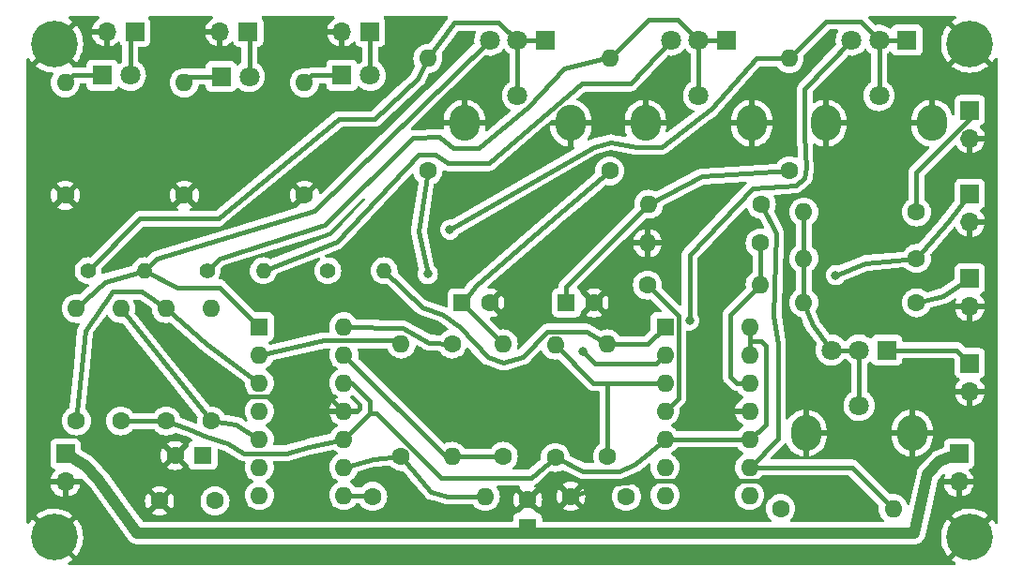
<source format=gbr>
%TF.GenerationSoftware,KiCad,Pcbnew,(6.0.7-1)-1*%
%TF.CreationDate,2023-01-19T18:06:36-06:00*%
%TF.ProjectId,sc_karltron,73635f6b-6172-46c7-9472-6f6e2e6b6963,rev?*%
%TF.SameCoordinates,Original*%
%TF.FileFunction,Copper,L1,Top*%
%TF.FilePolarity,Positive*%
%FSLAX46Y46*%
G04 Gerber Fmt 4.6, Leading zero omitted, Abs format (unit mm)*
G04 Created by KiCad (PCBNEW (6.0.7-1)-1) date 2023-01-19 18:06:36*
%MOMM*%
%LPD*%
G01*
G04 APERTURE LIST*
%TA.AperFunction,ComponentPad*%
%ADD10O,2.720000X3.240000*%
%TD*%
%TA.AperFunction,ComponentPad*%
%ADD11R,1.800000X1.800000*%
%TD*%
%TA.AperFunction,ComponentPad*%
%ADD12C,1.800000*%
%TD*%
%TA.AperFunction,ComponentPad*%
%ADD13C,1.600000*%
%TD*%
%TA.AperFunction,ComponentPad*%
%ADD14O,1.700000X1.700000*%
%TD*%
%TA.AperFunction,ComponentPad*%
%ADD15R,1.700000X1.700000*%
%TD*%
%TA.AperFunction,ComponentPad*%
%ADD16O,1.600000X1.600000*%
%TD*%
%TA.AperFunction,ComponentPad*%
%ADD17C,4.200000*%
%TD*%
%TA.AperFunction,ComponentPad*%
%ADD18R,1.600000X1.600000*%
%TD*%
%TA.AperFunction,ComponentPad*%
%ADD19C,1.400000*%
%TD*%
%TA.AperFunction,ComponentPad*%
%ADD20O,1.400000X1.400000*%
%TD*%
%TA.AperFunction,ViaPad*%
%ADD21C,0.800000*%
%TD*%
%TA.AperFunction,Conductor*%
%ADD22C,0.400000*%
%TD*%
%TA.AperFunction,Conductor*%
%ADD23C,1.000000*%
%TD*%
G04 APERTURE END LIST*
D10*
%TO.P,RV8,*%
%TO.N,GND*%
X180300000Y-105575000D03*
X170700000Y-105575000D03*
D11*
%TO.P,RV8,1,1*%
%TO.N,Out4*%
X178000000Y-98075000D03*
D12*
%TO.P,RV8,2,2*%
%TO.N,Net-(R3-Pad2)*%
X175500000Y-98075000D03*
X175500000Y-103075000D03*
%TO.P,RV8,3,3*%
X173000000Y-98075000D03*
%TD*%
D13*
%TO.P,C5,1*%
%TO.N,+9V*%
X117400000Y-111700000D03*
%TO.P,C5,2*%
%TO.N,GND*%
X112400000Y-111700000D03*
%TD*%
D14*
%TO.P,J9,2,Pin_2*%
%TO.N,GND*%
X128860000Y-69300000D03*
D15*
%TO.P,J9,1,Pin_1*%
%TO.N,Net-(D3-Pad2)*%
X131400000Y-69300000D03*
%TD*%
D13*
%TO.P,R14,1*%
%TO.N,VMID*%
X166580000Y-88400000D03*
D16*
%TO.P,R14,2*%
%TO.N,GND*%
X156420000Y-88400000D03*
%TD*%
D17*
%TO.P,H4,1,1*%
%TO.N,GND*%
X102900002Y-114999997D03*
%TD*%
D10*
%TO.P,RV6,*%
%TO.N,GND*%
X165825000Y-77575000D03*
X156225000Y-77575000D03*
D11*
%TO.P,RV6,1,1*%
%TO.N,Net-(R5-Pad2)*%
X163525000Y-70075000D03*
D12*
%TO.P,RV6,2,2*%
X161025000Y-75075000D03*
X161025000Y-70075000D03*
%TO.P,RV6,3,3*%
%TO.N,Net-(U1-Pad7)*%
X158525000Y-70075000D03*
%TD*%
D13*
%TO.P,R15,1*%
%TO.N,Net-(U2-Pad3)*%
X152800000Y-107680000D03*
D16*
%TO.P,R15,2*%
%TO.N,Net-(U2-Pad1)*%
X152800000Y-97520000D03*
%TD*%
D13*
%TO.P,R7,1*%
%TO.N,+9V*%
X156420000Y-92200000D03*
D16*
%TO.P,R7,2*%
%TO.N,VMID*%
X166580000Y-92200000D03*
%TD*%
D11*
%TO.P,D1,1,K*%
%TO.N,Net-(D1-Pad1)*%
X107225000Y-73250000D03*
D12*
%TO.P,D1,2,A*%
%TO.N,Net-(D1-Pad2)*%
X109765000Y-73250000D03*
%TD*%
D14*
%TO.P,J5,2,Pin_2*%
%TO.N,GND*%
X185500000Y-86500000D03*
D15*
%TO.P,J5,1,Pin_1*%
%TO.N,Out2*%
X185500000Y-83960000D03*
%TD*%
D13*
%TO.P,R23,1*%
%TO.N,GND*%
X125475000Y-84080000D03*
D16*
%TO.P,R23,2*%
%TO.N,Net-(D3-Pad1)*%
X125475000Y-73920000D03*
%TD*%
D13*
%TO.P,R12,1*%
%TO.N,VREF*%
X113000000Y-104480000D03*
D16*
%TO.P,R12,2*%
%TO.N,Net-(R19-Pad1)*%
X113000000Y-94320000D03*
%TD*%
D13*
%TO.P,R25,1*%
%TO.N,Out2*%
X138800000Y-97520000D03*
D16*
%TO.P,R25,2*%
%TO.N,Net-(U1-Pad13)*%
X138800000Y-107680000D03*
%TD*%
D13*
%TO.P,R17,1*%
%TO.N,VREF*%
X148100000Y-107780000D03*
D16*
%TO.P,R17,2*%
%TO.N,Net-(U2-Pad3)*%
X148100000Y-97620000D03*
%TD*%
D13*
%TO.P,R1,1*%
%TO.N,Out1*%
X180680000Y-85600000D03*
D16*
%TO.P,R1,2*%
%TO.N,Net-(R3-Pad2)*%
X170520000Y-85600000D03*
%TD*%
D18*
%TO.P,C6,1*%
%TO.N,+9V*%
X145600000Y-114105113D03*
D13*
%TO.P,C6,2*%
%TO.N,GND*%
X145600000Y-111605113D03*
%TD*%
D18*
%TO.P,U1,1*%
%TO.N,Net-(RV1-Pad3)*%
X121400000Y-95975000D03*
D16*
%TO.P,U1,2,-*%
%TO.N,Tri1*%
X121400000Y-98515000D03*
%TO.P,U1,3,+*%
%TO.N,Net-(R19-Pad1)*%
X121400000Y-101055000D03*
%TO.P,U1,4,V+*%
%TO.N,+9V*%
X121400000Y-103595000D03*
%TO.P,U1,5,+*%
%TO.N,Net-(U1-Pad5)*%
X121400000Y-106135000D03*
%TO.P,U1,6,-*%
%TO.N,Tri2*%
X121400000Y-108675000D03*
%TO.P,U1,7*%
%TO.N,Net-(U1-Pad7)*%
X121400000Y-111215000D03*
%TO.P,U1,8*%
%TO.N,Out1*%
X129020000Y-111215000D03*
%TO.P,U1,9,-*%
%TO.N,Net-(R20-Pad2)*%
X129020000Y-108675000D03*
%TO.P,U1,10,+*%
%TO.N,VREF*%
X129020000Y-106135000D03*
%TO.P,U1,11,V-*%
%TO.N,GND*%
X129020000Y-103595000D03*
%TO.P,U1,12,+*%
%TO.N,VREF*%
X129020000Y-101055000D03*
%TO.P,U1,13,-*%
%TO.N,Net-(U1-Pad13)*%
X129020000Y-98515000D03*
%TO.P,U1,14*%
%TO.N,Out2*%
X129020000Y-95975000D03*
%TD*%
D13*
%TO.P,R10,1*%
%TO.N,Net-(U1-Pad5)*%
X117100000Y-104480000D03*
D16*
%TO.P,R10,2*%
%TO.N,Net-(U1-Pad7)*%
X117100000Y-94320000D03*
%TD*%
D18*
%TO.P,C3,1*%
%TO.N,Tri3*%
X149100000Y-93800000D03*
D13*
%TO.P,C3,2*%
%TO.N,GND*%
X151600000Y-93800000D03*
%TD*%
D10*
%TO.P,RV7,*%
%TO.N,GND*%
X172500000Y-77575000D03*
X182100000Y-77575000D03*
D11*
%TO.P,RV7,1,1*%
%TO.N,Net-(R8-Pad2)*%
X179800000Y-70075000D03*
D12*
%TO.P,RV7,2,2*%
X177300000Y-70075000D03*
X177300000Y-75075000D03*
%TO.P,RV7,3,3*%
%TO.N,Net-(U2-Pad1)*%
X174800000Y-70075000D03*
%TD*%
D19*
%TO.P,R11,1*%
%TO.N,Net-(RV1-Pad1)*%
X105960000Y-90900000D03*
D20*
%TO.P,R11,2*%
%TO.N,Net-(RV1-Pad3)*%
X111040000Y-90900000D03*
%TD*%
D13*
%TO.P,R3,1*%
%TO.N,Out3*%
X180680000Y-93800000D03*
D16*
%TO.P,R3,2*%
%TO.N,Net-(R3-Pad2)*%
X170520000Y-93800000D03*
%TD*%
D13*
%TO.P,R16,1*%
%TO.N,VREF*%
X108900000Y-104480000D03*
D16*
%TO.P,R16,2*%
%TO.N,Net-(U1-Pad5)*%
X108900000Y-94320000D03*
%TD*%
D13*
%TO.P,R22,1*%
%TO.N,GND*%
X114625000Y-84080000D03*
D16*
%TO.P,R22,2*%
%TO.N,Net-(D2-Pad1)*%
X114625000Y-73920000D03*
%TD*%
D19*
%TO.P,R9,1*%
%TO.N,Net-(R8-Pad2)*%
X127585000Y-90900000D03*
D20*
%TO.P,R9,2*%
%TO.N,Net-(U2-Pad1)*%
X132665000Y-90900000D03*
%TD*%
D14*
%TO.P,J4,2,Pin_2*%
%TO.N,GND*%
X185500000Y-78940000D03*
D15*
%TO.P,J4,1,Pin_1*%
%TO.N,Out1*%
X185500000Y-76400000D03*
%TD*%
D13*
%TO.P,R8,1*%
%TO.N,Tri3*%
X169200000Y-81880000D03*
D16*
%TO.P,R8,2*%
%TO.N,Net-(R8-Pad2)*%
X169200000Y-71720000D03*
%TD*%
D17*
%TO.P,H2,1,1*%
%TO.N,GND*%
X185500000Y-70400000D03*
%TD*%
D13*
%TO.P,R20,1*%
%TO.N,Out1*%
X131620000Y-111300000D03*
D16*
%TO.P,R20,2*%
%TO.N,Net-(R20-Pad2)*%
X141780000Y-111300000D03*
%TD*%
D10*
%TO.P,RV5,*%
%TO.N,GND*%
X149500000Y-77575000D03*
X139900000Y-77575000D03*
D11*
%TO.P,RV5,1,1*%
%TO.N,Net-(RV1-Pad1)*%
X147200000Y-70075000D03*
D12*
%TO.P,RV5,2,2*%
X144700000Y-70075000D03*
X144700000Y-75075000D03*
%TO.P,RV5,3,3*%
%TO.N,Net-(RV1-Pad3)*%
X142200000Y-70075000D03*
%TD*%
D18*
%TO.P,U2,1*%
%TO.N,Net-(U2-Pad1)*%
X158000000Y-95975000D03*
D16*
%TO.P,U2,2,-*%
%TO.N,Tri3*%
X158000000Y-98515000D03*
%TO.P,U2,3,+*%
%TO.N,Net-(U2-Pad3)*%
X158000000Y-101055000D03*
%TO.P,U2,4,V+*%
%TO.N,+9V*%
X158000000Y-103595000D03*
%TO.P,U2,5,+*%
%TO.N,VREF*%
X158000000Y-106135000D03*
%TO.P,U2,6,-*%
%TO.N,Net-(R3-Pad2)*%
X158000000Y-108675000D03*
%TO.P,U2,7*%
%TO.N,Out4*%
X158000000Y-111215000D03*
%TO.P,U2,8*%
%TO.N,Out3*%
X165620000Y-111215000D03*
%TO.P,U2,9,-*%
%TO.N,Net-(U2-Pad9)*%
X165620000Y-108675000D03*
%TO.P,U2,10,+*%
%TO.N,VREF*%
X165620000Y-106135000D03*
%TO.P,U2,11,V-*%
%TO.N,GND*%
X165620000Y-103595000D03*
%TO.P,U2,12,+*%
%TO.N,VMID*%
X165620000Y-101055000D03*
%TO.P,U2,13,-*%
%TO.N,VREF*%
X165620000Y-98515000D03*
%TO.P,U2,14*%
X165620000Y-95975000D03*
%TD*%
D18*
%TO.P,C1,1*%
%TO.N,Tri1*%
X116305113Y-107600000D03*
D13*
%TO.P,C1,2*%
%TO.N,GND*%
X113805113Y-107600000D03*
%TD*%
D18*
%TO.P,C2,1*%
%TO.N,Tri2*%
X139700000Y-93800000D03*
D13*
%TO.P,C2,2*%
%TO.N,GND*%
X142200000Y-93800000D03*
%TD*%
%TO.P,R19,1*%
%TO.N,Net-(R19-Pad1)*%
X104900000Y-104480000D03*
D16*
%TO.P,R19,2*%
%TO.N,Net-(RV1-Pad3)*%
X104900000Y-94320000D03*
%TD*%
D13*
%TO.P,R5,1*%
%TO.N,Tri2*%
X153000000Y-81880000D03*
D16*
%TO.P,R5,2*%
%TO.N,Net-(R5-Pad2)*%
X153000000Y-71720000D03*
%TD*%
D13*
%TO.P,R21,1*%
%TO.N,GND*%
X103900000Y-84080000D03*
D16*
%TO.P,R21,2*%
%TO.N,Net-(D1-Pad1)*%
X103900000Y-73920000D03*
%TD*%
D17*
%TO.P,H1,1,1*%
%TO.N,GND*%
X102900000Y-70400000D03*
%TD*%
D15*
%TO.P,J8,1,Pin_1*%
%TO.N,Out4*%
X185500000Y-99260000D03*
D14*
%TO.P,J8,2,Pin_2*%
%TO.N,GND*%
X185500000Y-101800000D03*
%TD*%
D15*
%TO.P,J2,1,Pin_1*%
%TO.N,+9V*%
X184500000Y-107460000D03*
D14*
%TO.P,J2,2,Pin_2*%
%TO.N,GND*%
X184500000Y-110000000D03*
%TD*%
D15*
%TO.P,J7,1,Pin_1*%
%TO.N,Out3*%
X185500000Y-91600000D03*
D14*
%TO.P,J7,2,Pin_2*%
%TO.N,GND*%
X185500000Y-94140000D03*
%TD*%
D13*
%TO.P,R18,1*%
%TO.N,Net-(U1-Pad13)*%
X143400000Y-107680000D03*
D16*
%TO.P,R18,2*%
%TO.N,Tri2*%
X143400000Y-97520000D03*
%TD*%
D13*
%TO.P,R26,1*%
%TO.N,Out3*%
X168420000Y-112400000D03*
D16*
%TO.P,R26,2*%
%TO.N,Net-(U2-Pad9)*%
X178580000Y-112400000D03*
%TD*%
D17*
%TO.P,H3,1,1*%
%TO.N,GND*%
X185500000Y-115000000D03*
%TD*%
D13*
%TO.P,R13,1*%
%TO.N,Net-(R20-Pad2)*%
X134200000Y-107680000D03*
D16*
%TO.P,R13,2*%
%TO.N,Tri1*%
X134200000Y-97520000D03*
%TD*%
D13*
%TO.P,R2,1*%
%TO.N,Out2*%
X180680000Y-89800000D03*
D16*
%TO.P,R2,2*%
%TO.N,Net-(R3-Pad2)*%
X170520000Y-89800000D03*
%TD*%
D15*
%TO.P,J3,1,Pin_1*%
%TO.N,Net-(D1-Pad2)*%
X110175000Y-69300000D03*
D14*
%TO.P,J3,2,Pin_2*%
%TO.N,GND*%
X107635000Y-69300000D03*
%TD*%
D13*
%TO.P,R4,1*%
%TO.N,Tri1*%
X136600000Y-81880000D03*
D16*
%TO.P,R4,2*%
%TO.N,Net-(RV1-Pad1)*%
X136600000Y-71720000D03*
%TD*%
D13*
%TO.P,C4,1*%
%TO.N,+9V*%
X154500000Y-111300000D03*
%TO.P,C4,2*%
%TO.N,GND*%
X149500000Y-111300000D03*
%TD*%
D14*
%TO.P,J6,2,Pin_2*%
%TO.N,GND*%
X117860000Y-69300000D03*
D15*
%TO.P,J6,1,Pin_1*%
%TO.N,Net-(D2-Pad2)*%
X120400000Y-69300000D03*
%TD*%
D11*
%TO.P,D3,1,K*%
%TO.N,Net-(D3-Pad1)*%
X128850000Y-73250000D03*
D12*
%TO.P,D3,2,A*%
%TO.N,Net-(D3-Pad2)*%
X131390000Y-73250000D03*
%TD*%
D13*
%TO.P,R24,1*%
%TO.N,Net-(U2-Pad9)*%
X166680000Y-84900000D03*
D16*
%TO.P,R24,2*%
%TO.N,Tri3*%
X156520000Y-84900000D03*
%TD*%
D19*
%TO.P,R6,1*%
%TO.N,Net-(R5-Pad2)*%
X116685000Y-90900000D03*
D20*
%TO.P,R6,2*%
%TO.N,Net-(U1-Pad7)*%
X121765000Y-90900000D03*
%TD*%
D11*
%TO.P,D2,1,K*%
%TO.N,Net-(D2-Pad1)*%
X117950000Y-73350000D03*
D12*
%TO.P,D2,2,A*%
%TO.N,Net-(D2-Pad2)*%
X120490000Y-73350000D03*
%TD*%
D15*
%TO.P,J1,1,Pin_1*%
%TO.N,+9V*%
X103900000Y-107460000D03*
D14*
%TO.P,J1,2,Pin_2*%
%TO.N,GND*%
X103900000Y-110000000D03*
%TD*%
D21*
%TO.N,GND*%
X170000000Y-98600000D03*
X138300000Y-84200000D03*
X130300000Y-91000000D03*
X119200000Y-91000000D03*
X133200000Y-85700000D03*
X137100000Y-96000000D03*
X139700000Y-70200000D03*
X131800000Y-109300000D03*
X150300000Y-82100000D03*
X145700000Y-107800000D03*
X121400000Y-93500000D03*
X126900000Y-111900000D03*
X165300000Y-86700000D03*
X114800000Y-98700000D03*
X131900000Y-98800000D03*
X110600000Y-88900000D03*
X167500000Y-109900000D03*
X126300000Y-108200000D03*
X175500000Y-95800000D03*
X145700000Y-101400000D03*
X171500000Y-112400000D03*
X126400000Y-99800000D03*
X145900000Y-95700000D03*
X180600000Y-87700000D03*
X108900000Y-97000000D03*
X169300000Y-95400000D03*
X168600000Y-85200000D03*
X150500000Y-107500000D03*
X163700000Y-92200000D03*
X160400000Y-104000000D03*
%TO.N,Tri1*%
X136600000Y-91200000D03*
%TO.N,Tri3*%
X150600000Y-98200000D03*
%TO.N,Out2*%
X173400000Y-91300000D03*
%TO.N,Net-(R8-Pad2)*%
X138600000Y-87200000D03*
%TO.N,Net-(U2-Pad1)*%
X160200000Y-95400000D03*
%TD*%
D22*
%TO.N,GND*%
X167500000Y-109900000D02*
X155900000Y-109900000D01*
X129020000Y-103595000D02*
X127680000Y-102255000D01*
X155900000Y-109900000D02*
X152800000Y-110200000D01*
X118455000Y-102255000D02*
X118355000Y-102255000D01*
X127680000Y-102255000D02*
X118455000Y-102255000D01*
X118355000Y-102255000D02*
X114800000Y-98700000D01*
X152800000Y-110200000D02*
X149500000Y-111300000D01*
%TO.N,+9V*%
X158000000Y-103595000D02*
X159200000Y-102395000D01*
D23*
X103900000Y-107460000D02*
X105700000Y-108500000D01*
X180500000Y-114600000D02*
X181700000Y-109300000D01*
X106800000Y-109700000D02*
X110400000Y-114600000D01*
X110400000Y-114600000D02*
X180500000Y-114600000D01*
X105700000Y-108500000D02*
X106800000Y-109700000D01*
D22*
X159200000Y-102395000D02*
X159200000Y-94980000D01*
D23*
X181700000Y-109300000D02*
X182800000Y-108100000D01*
X182800000Y-108100000D02*
X184500000Y-107460000D01*
D22*
X159200000Y-94980000D02*
X156420000Y-92200000D01*
%TO.N,Tri1*%
X135800000Y-87400000D02*
X136600000Y-81880000D01*
X136600000Y-91200000D02*
X135800000Y-87400000D01*
X133880000Y-97200000D02*
X127200000Y-97200000D01*
X127200000Y-97200000D02*
X121400000Y-98515000D01*
X134200000Y-97520000D02*
X133880000Y-97200000D01*
%TO.N,Tri2*%
X148000000Y-86200000D02*
X153000000Y-81880000D01*
X139780000Y-93900000D02*
X140900000Y-92300000D01*
X143400000Y-97520000D02*
X139780000Y-93900000D01*
X140900000Y-92300000D02*
X148000000Y-86200000D01*
%TO.N,Tri3*%
X149100000Y-92320000D02*
X156520000Y-84900000D01*
X156520000Y-84900000D02*
X161300000Y-82400000D01*
X151714999Y-99314999D02*
X150600000Y-98200000D01*
X158000000Y-98515000D02*
X157200001Y-99314999D01*
X149100000Y-93900000D02*
X149100000Y-92320000D01*
X161300000Y-82400000D02*
X169200000Y-81880000D01*
X157200001Y-99314999D02*
X151714999Y-99314999D01*
%TO.N,Net-(RV1-Pad1)*%
X128600000Y-77200000D02*
X131800000Y-77200000D01*
X144700000Y-70075000D02*
X144700000Y-75075000D01*
X131800000Y-77200000D02*
X135700000Y-73600000D01*
X139000000Y-68500000D02*
X136600000Y-71720000D01*
X135700000Y-73600000D02*
X136600000Y-71720000D01*
X105960000Y-90900000D02*
X110660000Y-86200000D01*
X110660000Y-86200000D02*
X117700000Y-86200000D01*
X142926425Y-68500000D02*
X139000000Y-68500000D01*
X117700000Y-86200000D02*
X128600000Y-77200000D01*
X147200000Y-70075000D02*
X144700000Y-70075000D01*
X144700000Y-70075000D02*
X142926425Y-68500000D01*
%TO.N,Net-(R5-Pad2)*%
X127300000Y-86800000D02*
X135300000Y-78900000D01*
X138900000Y-79800000D02*
X141200000Y-79800000D01*
X152580000Y-71720000D02*
X153000000Y-71720000D01*
X161025000Y-70075000D02*
X163525000Y-70075000D01*
X159150000Y-68200000D02*
X161025000Y-70075000D01*
X145700000Y-76100000D02*
X148900000Y-72600000D01*
X156520000Y-68200000D02*
X159150000Y-68200000D01*
X137600000Y-78800000D02*
X138900000Y-79800000D01*
X135300000Y-78900000D02*
X137600000Y-78800000D01*
X161025000Y-70075000D02*
X161025000Y-75075000D01*
X116685000Y-90900000D02*
X117785000Y-89800000D01*
X153000000Y-71720000D02*
X156520000Y-68200000D01*
X117785000Y-89800000D02*
X127300000Y-86800000D01*
X148900000Y-72600000D02*
X152580000Y-71720000D01*
X141200000Y-79800000D02*
X145700000Y-76100000D01*
%TO.N,Net-(U1-Pad7)*%
X121765000Y-90900000D02*
X128400000Y-88300000D01*
X128400000Y-88300000D02*
X135800000Y-80400000D01*
X137300000Y-80400000D02*
X138400000Y-81200000D01*
X138400000Y-81200000D02*
X142100000Y-81200000D01*
X150500000Y-74000000D02*
X154900000Y-74000000D01*
X142100000Y-81200000D02*
X150500000Y-74000000D01*
X154900000Y-74000000D02*
X158525000Y-70075000D01*
X135800000Y-80400000D02*
X137300000Y-80400000D01*
%TO.N,Net-(D1-Pad1)*%
X104570000Y-73250000D02*
X103900000Y-73920000D01*
X107225000Y-73250000D02*
X104570000Y-73250000D01*
%TO.N,Net-(D1-Pad2)*%
X109765000Y-69610000D02*
X110175000Y-69200000D01*
X109765000Y-73250000D02*
X109765000Y-69610000D01*
%TO.N,Net-(D2-Pad1)*%
X117950000Y-73350000D02*
X115195000Y-73350000D01*
X115195000Y-73350000D02*
X114625000Y-73920000D01*
%TO.N,Net-(D2-Pad2)*%
X120490000Y-69390000D02*
X120400000Y-69300000D01*
X120490000Y-73350000D02*
X120490000Y-69390000D01*
%TO.N,Net-(D3-Pad1)*%
X126145000Y-73250000D02*
X125475000Y-73920000D01*
X128850000Y-73250000D02*
X126145000Y-73250000D01*
%TO.N,Net-(D3-Pad2)*%
X131400000Y-69300000D02*
X131400000Y-73240000D01*
X131400000Y-73240000D02*
X131390000Y-73250000D01*
%TO.N,Out1*%
X131535000Y-111215000D02*
X131620000Y-111300000D01*
X180680000Y-85600000D02*
X180680000Y-81992233D01*
X180680000Y-81992233D02*
X185500000Y-77172233D01*
X185500000Y-77172233D02*
X185500000Y-76400000D01*
X129020000Y-111215000D02*
X131535000Y-111215000D01*
%TO.N,Out2*%
X180680000Y-89800000D02*
X176100000Y-90200000D01*
X136700000Y-97400000D02*
X138800000Y-97520000D01*
X176100000Y-90200000D02*
X173400000Y-91300000D01*
X129020000Y-95975000D02*
X134300000Y-96100000D01*
X134300000Y-96100000D02*
X136700000Y-97400000D01*
X183500000Y-86500000D02*
X185500000Y-83960000D01*
X180680000Y-89800000D02*
X183500000Y-86500000D01*
%TO.N,Net-(R8-Pad2)*%
X138600000Y-87200000D02*
X151600000Y-79700000D01*
X175625000Y-68400000D02*
X177300000Y-70075000D01*
X166218478Y-71720000D02*
X169200000Y-71720000D01*
X169200000Y-71720000D02*
X172520000Y-68400000D01*
X172520000Y-68400000D02*
X175625000Y-68400000D01*
X151600000Y-79700000D02*
X153100000Y-79300000D01*
X162200000Y-76300000D02*
X166218478Y-71720000D01*
X157700000Y-79700000D02*
X162200000Y-76300000D01*
X155400000Y-79700000D02*
X157700000Y-79700000D01*
X177300000Y-70075000D02*
X179800000Y-70075000D01*
X177300000Y-75075000D02*
X177300000Y-70075000D01*
X153100000Y-79300000D02*
X155400000Y-79700000D01*
%TO.N,Net-(U2-Pad1)*%
X156455000Y-97520000D02*
X158000000Y-95975000D01*
X145180000Y-98720000D02*
X147400000Y-96400000D01*
X170600000Y-82500000D02*
X169800000Y-83200000D01*
X143400000Y-99200000D02*
X145180000Y-98720000D01*
X150900000Y-96400000D02*
X152800000Y-97520000D01*
X138000000Y-94900000D02*
X139500000Y-96000000D01*
X152800000Y-97520000D02*
X156455000Y-97520000D01*
X132665000Y-90900000D02*
X136100000Y-94200000D01*
X170700000Y-81600000D02*
X170600000Y-82500000D01*
X170600000Y-74500000D02*
X170574747Y-78625253D01*
X169800000Y-83200000D02*
X165900000Y-83500000D01*
X170574747Y-78625253D02*
X170700000Y-81600000D01*
X147400000Y-96400000D02*
X150900000Y-96400000D01*
X174800000Y-70075000D02*
X170600000Y-74500000D01*
X136100000Y-94200000D02*
X138000000Y-94900000D01*
X160200000Y-89500000D02*
X160200000Y-95400000D01*
X165900000Y-83500000D02*
X160200000Y-89500000D01*
X142020000Y-98720000D02*
X143400000Y-99200000D01*
X139500000Y-96000000D02*
X142020000Y-98720000D01*
%TO.N,Net-(U1-Pad5)*%
X112900000Y-99300000D02*
X117100000Y-104480000D01*
X119300000Y-104800000D02*
X121400000Y-106135000D01*
X117100000Y-104480000D02*
X119300000Y-104800000D01*
X108900000Y-94320000D02*
X112900000Y-99300000D01*
%TO.N,Net-(RV1-Pad3)*%
X104900000Y-94320000D02*
X107500000Y-91900000D01*
X117824311Y-92399311D02*
X114000000Y-92399311D01*
X121400000Y-95975000D02*
X117824311Y-92399311D01*
X126400000Y-85500000D02*
X142200000Y-70075000D01*
X111040000Y-90900000D02*
X112140000Y-89800000D01*
X107500000Y-91900000D02*
X111040000Y-90900000D01*
X114000000Y-92399311D02*
X111040000Y-90900000D01*
X112140000Y-89800000D02*
X126400000Y-85500000D01*
%TO.N,Out3*%
X183100000Y-93200000D02*
X185500000Y-91600000D01*
X180680000Y-93800000D02*
X183100000Y-93200000D01*
%TO.N,Net-(R19-Pad1)*%
X116600000Y-97500000D02*
X121400000Y-101055000D01*
X113000000Y-94320000D02*
X116600000Y-97500000D01*
X113000000Y-94320000D02*
X110800000Y-92800000D01*
X108200000Y-92800000D02*
X105700000Y-96300000D01*
X110800000Y-92800000D02*
X108200000Y-92800000D01*
X105700000Y-96300000D02*
X104900000Y-104480000D01*
%TO.N,Net-(R20-Pad2)*%
X135600000Y-109400000D02*
X136900000Y-110900000D01*
X134200000Y-107680000D02*
X135600000Y-109400000D01*
X138420000Y-111300000D02*
X141780000Y-111300000D01*
X129020000Y-108675000D02*
X131700000Y-107900000D01*
X131700000Y-107900000D02*
X134200000Y-107680000D01*
X136900000Y-110900000D02*
X138420000Y-111300000D01*
%TO.N,Net-(U2-Pad3)*%
X148100000Y-97620000D02*
X151535000Y-101055000D01*
X152800000Y-101200000D02*
X152945000Y-101055000D01*
X151535000Y-101055000D02*
X152945000Y-101055000D01*
X152800000Y-107680000D02*
X152800000Y-101200000D01*
X152945000Y-101055000D02*
X158000000Y-101055000D01*
%TO.N,Net-(U1-Pad13)*%
X143400000Y-107680000D02*
X138800000Y-107680000D01*
X138185000Y-107680000D02*
X138800000Y-107680000D01*
X129020000Y-98515000D02*
X138185000Y-107680000D01*
%TO.N,Net-(U2-Pad9)*%
X167800000Y-95000000D02*
X168000000Y-87500000D01*
X168200000Y-106095000D02*
X168200000Y-97500000D01*
X174855000Y-108675000D02*
X178580000Y-112400000D01*
X168200000Y-97500000D02*
X167800000Y-95000000D01*
X165620000Y-108675000D02*
X174855000Y-108675000D01*
X168000000Y-87500000D02*
X166680000Y-84900000D01*
X165620000Y-108675000D02*
X168200000Y-106095000D01*
%TO.N,Out4*%
X184315000Y-98075000D02*
X185500000Y-99260000D01*
X178000000Y-98075000D02*
X184315000Y-98075000D01*
%TO.N,Net-(R3-Pad2)*%
X175500000Y-103075000D02*
X175500000Y-98075000D01*
X171300000Y-95800000D02*
X173000000Y-98075000D01*
X170520000Y-93800000D02*
X171300000Y-95800000D01*
X170520000Y-85600000D02*
X170520000Y-89800000D01*
X173000000Y-98075000D02*
X175500000Y-98075000D01*
X170520000Y-89800000D02*
X170520000Y-93800000D01*
%TO.N,VMID*%
X165620000Y-101055000D02*
X164455000Y-101055000D01*
X163900000Y-94880000D02*
X166580000Y-92200000D01*
X163900000Y-100500000D02*
X163900000Y-94880000D01*
X164455000Y-101055000D02*
X163900000Y-100500000D01*
X166580000Y-92200000D02*
X166580000Y-88400000D01*
%TO.N,VREF*%
X155300000Y-108400000D02*
X158000000Y-106135000D01*
X137817057Y-109600000D02*
X145900000Y-109600000D01*
X167100000Y-97700000D02*
X167100000Y-104800000D01*
X158000000Y-106135000D02*
X165620000Y-106135000D01*
X148100000Y-107780000D02*
X150600000Y-109000000D01*
X165620000Y-97300000D02*
X166700000Y-97300000D01*
X167100000Y-104800000D02*
X165620000Y-106135000D01*
X120000000Y-107400000D02*
X123800000Y-107400000D01*
X123800000Y-107400000D02*
X125900000Y-106800000D01*
X166700000Y-97300000D02*
X167100000Y-97700000D01*
X131400000Y-103755000D02*
X129020000Y-106135000D01*
X131972057Y-103755000D02*
X137817057Y-109600000D01*
X129755000Y-101055000D02*
X131400000Y-102700000D01*
X150600000Y-109000000D02*
X153900000Y-109000000D01*
X165620000Y-95975000D02*
X165620000Y-97120000D01*
X113000000Y-104480000D02*
X115000000Y-105200000D01*
X108900000Y-104480000D02*
X113000000Y-104480000D01*
X116600000Y-105900000D02*
X118500000Y-106500000D01*
X145900000Y-109600000D02*
X148100000Y-107780000D01*
X131400000Y-103755000D02*
X131972057Y-103755000D01*
X165620000Y-97120000D02*
X165620000Y-98515000D01*
X129020000Y-101055000D02*
X129755000Y-101055000D01*
X115000000Y-105200000D02*
X116600000Y-105900000D01*
X118500000Y-106500000D02*
X120000000Y-107400000D01*
X125900000Y-106800000D02*
X129020000Y-106135000D01*
X131400000Y-102700000D02*
X131400000Y-103755000D01*
X153900000Y-109000000D02*
X155300000Y-108400000D01*
%TD*%
%TA.AperFunction,Conductor*%
%TO.N,GND*%
G36*
X106920098Y-67928502D02*
G01*
X106966591Y-67982158D01*
X106976695Y-68052432D01*
X106947201Y-68117012D01*
X106917168Y-68140729D01*
X106917835Y-68141789D01*
X106904738Y-68150036D01*
X106734433Y-68277905D01*
X106726726Y-68284748D01*
X106579590Y-68438717D01*
X106573104Y-68446727D01*
X106453098Y-68622649D01*
X106448000Y-68631623D01*
X106358338Y-68824783D01*
X106354775Y-68834470D01*
X106299389Y-69034183D01*
X106300912Y-69042607D01*
X106313292Y-69046000D01*
X107763000Y-69046000D01*
X107831121Y-69066002D01*
X107877614Y-69119658D01*
X107889000Y-69172000D01*
X107889000Y-70618517D01*
X107893064Y-70632359D01*
X107906478Y-70634393D01*
X107913184Y-70633534D01*
X107923262Y-70631392D01*
X108127255Y-70570191D01*
X108136842Y-70566433D01*
X108328095Y-70472739D01*
X108336945Y-70467464D01*
X108510328Y-70343792D01*
X108518193Y-70337145D01*
X108622897Y-70232805D01*
X108685268Y-70198889D01*
X108756075Y-70204077D01*
X108812837Y-70246723D01*
X108829819Y-70277826D01*
X108874385Y-70396705D01*
X108961739Y-70513261D01*
X109006067Y-70546483D01*
X109048580Y-70603342D01*
X109056500Y-70647308D01*
X109056500Y-71957586D01*
X109036498Y-72025707D01*
X109006153Y-72058346D01*
X108993150Y-72068109D01*
X108849437Y-72176012D01*
X108826655Y-72193117D01*
X108816929Y-72203295D01*
X108809170Y-72211414D01*
X108747646Y-72246844D01*
X108676733Y-72243387D01*
X108618947Y-72202141D01*
X108600094Y-72168592D01*
X108578768Y-72111705D01*
X108578767Y-72111703D01*
X108575615Y-72103295D01*
X108488261Y-71986739D01*
X108371705Y-71899385D01*
X108235316Y-71848255D01*
X108173134Y-71841500D01*
X106276866Y-71841500D01*
X106214684Y-71848255D01*
X106078295Y-71899385D01*
X105961739Y-71986739D01*
X105874385Y-72103295D01*
X105823255Y-72239684D01*
X105816500Y-72301866D01*
X105816500Y-72415500D01*
X105796498Y-72483621D01*
X105742842Y-72530114D01*
X105690500Y-72541500D01*
X104678609Y-72541500D01*
X104610488Y-72521498D01*
X104563995Y-72467842D01*
X104556141Y-72424807D01*
X104544646Y-72403856D01*
X102912812Y-70772022D01*
X102898868Y-70764408D01*
X102897035Y-70764539D01*
X102890420Y-70768790D01*
X101256938Y-72402272D01*
X101249823Y-72415301D01*
X101257348Y-72425734D01*
X101383517Y-72527358D01*
X101389701Y-72531752D01*
X101650067Y-72694131D01*
X101656738Y-72697753D01*
X101934732Y-72827679D01*
X101941785Y-72830472D01*
X102233393Y-72926066D01*
X102240705Y-72927984D01*
X102541689Y-72987853D01*
X102549187Y-72988881D01*
X102713603Y-73001388D01*
X102780011Y-73026500D01*
X102822300Y-73083527D01*
X102827044Y-73154365D01*
X102807259Y-73199296D01*
X102762477Y-73263251D01*
X102760154Y-73268233D01*
X102760151Y-73268238D01*
X102689831Y-73419041D01*
X102665716Y-73470757D01*
X102664294Y-73476065D01*
X102664293Y-73476067D01*
X102618044Y-73648671D01*
X102606457Y-73691913D01*
X102586502Y-73920000D01*
X102606457Y-74148087D01*
X102607881Y-74153400D01*
X102607881Y-74153402D01*
X102655869Y-74332492D01*
X102665716Y-74369243D01*
X102668039Y-74374224D01*
X102668039Y-74374225D01*
X102760151Y-74571762D01*
X102760154Y-74571767D01*
X102762477Y-74576749D01*
X102819720Y-74658500D01*
X102889741Y-74758500D01*
X102893802Y-74764300D01*
X103055700Y-74926198D01*
X103060208Y-74929355D01*
X103060211Y-74929357D01*
X103110356Y-74964469D01*
X103243251Y-75057523D01*
X103248233Y-75059846D01*
X103248238Y-75059849D01*
X103435906Y-75147359D01*
X103450757Y-75154284D01*
X103456065Y-75155706D01*
X103456067Y-75155707D01*
X103666598Y-75212119D01*
X103666600Y-75212119D01*
X103671913Y-75213543D01*
X103900000Y-75233498D01*
X104128087Y-75213543D01*
X104133400Y-75212119D01*
X104133402Y-75212119D01*
X104343933Y-75155707D01*
X104343935Y-75155706D01*
X104349243Y-75154284D01*
X104364094Y-75147359D01*
X104551762Y-75059849D01*
X104551767Y-75059846D01*
X104556749Y-75057523D01*
X104689644Y-74964469D01*
X104739789Y-74929357D01*
X104739792Y-74929355D01*
X104744300Y-74926198D01*
X104906198Y-74764300D01*
X104910260Y-74758500D01*
X104980280Y-74658500D01*
X105037523Y-74576749D01*
X105039846Y-74571767D01*
X105039849Y-74571762D01*
X105131961Y-74374225D01*
X105131961Y-74374224D01*
X105134284Y-74369243D01*
X105144132Y-74332492D01*
X105192119Y-74153402D01*
X105192119Y-74153400D01*
X105193543Y-74148087D01*
X105200067Y-74073518D01*
X105225931Y-74007400D01*
X105283434Y-73965761D01*
X105325588Y-73958500D01*
X105690500Y-73958500D01*
X105758621Y-73978502D01*
X105805114Y-74032158D01*
X105816500Y-74084500D01*
X105816500Y-74198134D01*
X105823255Y-74260316D01*
X105874385Y-74396705D01*
X105961739Y-74513261D01*
X106078295Y-74600615D01*
X106214684Y-74651745D01*
X106276866Y-74658500D01*
X108173134Y-74658500D01*
X108235316Y-74651745D01*
X108371705Y-74600615D01*
X108488261Y-74513261D01*
X108575615Y-74396705D01*
X108600180Y-74331178D01*
X108642822Y-74274414D01*
X108709383Y-74249714D01*
X108778732Y-74264921D01*
X108798647Y-74278464D01*
X108930942Y-74388297D01*
X108954349Y-74407730D01*
X109154322Y-74524584D01*
X109159147Y-74526426D01*
X109159148Y-74526427D01*
X109193807Y-74539662D01*
X109370694Y-74607209D01*
X109375760Y-74608240D01*
X109375761Y-74608240D01*
X109383031Y-74609719D01*
X109597656Y-74653385D01*
X109727089Y-74658131D01*
X109823949Y-74661683D01*
X109823953Y-74661683D01*
X109829113Y-74661872D01*
X109834233Y-74661216D01*
X109834235Y-74661216D01*
X109908166Y-74651745D01*
X110058847Y-74632442D01*
X110063795Y-74630957D01*
X110063802Y-74630956D01*
X110275747Y-74567369D01*
X110280690Y-74565886D01*
X110290678Y-74560993D01*
X110484049Y-74466262D01*
X110484052Y-74466260D01*
X110488684Y-74463991D01*
X110677243Y-74329494D01*
X110841303Y-74166005D01*
X110976458Y-73977917D01*
X110986055Y-73958500D01*
X111076784Y-73774922D01*
X111076785Y-73774920D01*
X111079078Y-73770280D01*
X111146408Y-73548671D01*
X111176640Y-73319041D01*
X111176958Y-73306047D01*
X111178245Y-73253365D01*
X111178245Y-73253361D01*
X111178327Y-73250000D01*
X111167159Y-73114156D01*
X111159773Y-73024318D01*
X111159772Y-73024312D01*
X111159349Y-73019167D01*
X111102925Y-72794533D01*
X111055610Y-72685716D01*
X111012630Y-72586868D01*
X111012628Y-72586865D01*
X111010570Y-72582131D01*
X110884764Y-72387665D01*
X110870294Y-72371762D01*
X110753481Y-72243387D01*
X110728887Y-72216358D01*
X110724836Y-72213159D01*
X110724832Y-72213155D01*
X110551178Y-72076012D01*
X110551175Y-72076010D01*
X110547123Y-72072810D01*
X110538607Y-72068109D01*
X110488636Y-72017677D01*
X110473500Y-71957800D01*
X110473500Y-70784500D01*
X110493502Y-70716379D01*
X110547158Y-70669886D01*
X110599500Y-70658500D01*
X111073134Y-70658500D01*
X111135316Y-70651745D01*
X111271705Y-70600615D01*
X111388261Y-70513261D01*
X111475615Y-70396705D01*
X111526745Y-70260316D01*
X111533500Y-70198134D01*
X111533500Y-69567966D01*
X116528257Y-69567966D01*
X116558565Y-69702446D01*
X116561645Y-69712275D01*
X116641770Y-69909603D01*
X116646413Y-69918794D01*
X116757694Y-70100388D01*
X116763777Y-70108699D01*
X116903213Y-70269667D01*
X116910580Y-70276883D01*
X117074434Y-70412916D01*
X117082881Y-70418831D01*
X117266756Y-70526279D01*
X117276042Y-70530729D01*
X117475001Y-70606703D01*
X117484899Y-70609579D01*
X117588250Y-70630606D01*
X117602299Y-70629410D01*
X117606000Y-70619065D01*
X117606000Y-69572115D01*
X117601525Y-69556876D01*
X117600135Y-69555671D01*
X117592452Y-69554000D01*
X116543225Y-69554000D01*
X116529694Y-69557973D01*
X116528257Y-69567966D01*
X111533500Y-69567966D01*
X111533500Y-68401866D01*
X111526745Y-68339684D01*
X111475615Y-68203295D01*
X111405743Y-68110065D01*
X111380895Y-68043559D01*
X111395948Y-67974176D01*
X111446122Y-67923946D01*
X111506569Y-67908500D01*
X117076977Y-67908500D01*
X117145098Y-67928502D01*
X117191591Y-67982158D01*
X117201695Y-68052432D01*
X117172201Y-68117012D01*
X117142168Y-68140729D01*
X117142835Y-68141789D01*
X117129738Y-68150036D01*
X116959433Y-68277905D01*
X116951726Y-68284748D01*
X116804590Y-68438717D01*
X116798104Y-68446727D01*
X116678098Y-68622649D01*
X116673000Y-68631623D01*
X116583338Y-68824783D01*
X116579775Y-68834470D01*
X116524389Y-69034183D01*
X116525912Y-69042607D01*
X116538292Y-69046000D01*
X117988000Y-69046000D01*
X118056121Y-69066002D01*
X118102614Y-69119658D01*
X118114000Y-69172000D01*
X118114000Y-70618517D01*
X118118064Y-70632359D01*
X118131478Y-70634393D01*
X118138184Y-70633534D01*
X118148262Y-70631392D01*
X118352255Y-70570191D01*
X118361842Y-70566433D01*
X118553095Y-70472739D01*
X118561945Y-70467464D01*
X118735328Y-70343792D01*
X118743193Y-70337145D01*
X118847897Y-70232805D01*
X118910268Y-70198889D01*
X118981075Y-70204077D01*
X119037837Y-70246723D01*
X119054819Y-70277826D01*
X119099385Y-70396705D01*
X119186739Y-70513261D01*
X119303295Y-70600615D01*
X119439684Y-70651745D01*
X119501866Y-70658500D01*
X119655500Y-70658500D01*
X119723621Y-70678502D01*
X119770114Y-70732158D01*
X119781500Y-70784500D01*
X119781500Y-72057586D01*
X119761498Y-72125707D01*
X119731153Y-72158346D01*
X119613285Y-72246844D01*
X119551655Y-72293117D01*
X119540029Y-72305283D01*
X119534170Y-72311414D01*
X119472646Y-72346844D01*
X119401733Y-72343387D01*
X119343947Y-72302141D01*
X119325094Y-72268592D01*
X119303768Y-72211705D01*
X119303767Y-72211703D01*
X119300615Y-72203295D01*
X119213261Y-72086739D01*
X119096705Y-71999385D01*
X118960316Y-71948255D01*
X118898134Y-71941500D01*
X117001866Y-71941500D01*
X116939684Y-71948255D01*
X116803295Y-71999385D01*
X116686739Y-72086739D01*
X116599385Y-72203295D01*
X116548255Y-72339684D01*
X116541500Y-72401866D01*
X116541500Y-72515500D01*
X116521498Y-72583621D01*
X116467842Y-72630114D01*
X116415500Y-72641500D01*
X115223927Y-72641500D01*
X115215358Y-72641208D01*
X115165225Y-72637790D01*
X115165221Y-72637790D01*
X115157648Y-72637274D01*
X115094681Y-72648264D01*
X115088169Y-72649224D01*
X115024758Y-72656898D01*
X115024284Y-72657077D01*
X114965046Y-72656456D01*
X114858402Y-72627881D01*
X114858400Y-72627881D01*
X114853087Y-72626457D01*
X114625000Y-72606502D01*
X114396913Y-72626457D01*
X114391600Y-72627881D01*
X114391598Y-72627881D01*
X114181067Y-72684293D01*
X114181065Y-72684294D01*
X114175757Y-72685716D01*
X114170776Y-72688039D01*
X114170775Y-72688039D01*
X113973238Y-72780151D01*
X113973233Y-72780154D01*
X113968251Y-72782477D01*
X113943877Y-72799544D01*
X113785211Y-72910643D01*
X113785208Y-72910645D01*
X113780700Y-72913802D01*
X113618802Y-73075700D01*
X113615645Y-73080208D01*
X113615643Y-73080211D01*
X113613321Y-73083527D01*
X113487477Y-73263251D01*
X113485154Y-73268233D01*
X113485151Y-73268238D01*
X113414831Y-73419041D01*
X113390716Y-73470757D01*
X113389294Y-73476065D01*
X113389293Y-73476067D01*
X113343044Y-73648671D01*
X113331457Y-73691913D01*
X113311502Y-73920000D01*
X113331457Y-74148087D01*
X113332881Y-74153400D01*
X113332881Y-74153402D01*
X113380869Y-74332492D01*
X113390716Y-74369243D01*
X113393039Y-74374224D01*
X113393039Y-74374225D01*
X113485151Y-74571762D01*
X113485154Y-74571767D01*
X113487477Y-74576749D01*
X113544720Y-74658500D01*
X113614741Y-74758500D01*
X113618802Y-74764300D01*
X113780700Y-74926198D01*
X113785208Y-74929355D01*
X113785211Y-74929357D01*
X113835356Y-74964469D01*
X113968251Y-75057523D01*
X113973233Y-75059846D01*
X113973238Y-75059849D01*
X114160906Y-75147359D01*
X114175757Y-75154284D01*
X114181065Y-75155706D01*
X114181067Y-75155707D01*
X114391598Y-75212119D01*
X114391600Y-75212119D01*
X114396913Y-75213543D01*
X114625000Y-75233498D01*
X114853087Y-75213543D01*
X114858400Y-75212119D01*
X114858402Y-75212119D01*
X115068933Y-75155707D01*
X115068935Y-75155706D01*
X115074243Y-75154284D01*
X115089094Y-75147359D01*
X115276762Y-75059849D01*
X115276767Y-75059846D01*
X115281749Y-75057523D01*
X115414644Y-74964469D01*
X115464789Y-74929357D01*
X115464792Y-74929355D01*
X115469300Y-74926198D01*
X115631198Y-74764300D01*
X115635260Y-74758500D01*
X115705280Y-74658500D01*
X115762523Y-74576749D01*
X115764846Y-74571767D01*
X115764849Y-74571762D01*
X115856961Y-74374225D01*
X115856961Y-74374224D01*
X115859284Y-74369243D01*
X115869132Y-74332492D01*
X115895749Y-74233155D01*
X115917524Y-74151888D01*
X115954476Y-74091266D01*
X116018337Y-74060245D01*
X116039231Y-74058500D01*
X116415500Y-74058500D01*
X116483621Y-74078502D01*
X116530114Y-74132158D01*
X116541500Y-74184500D01*
X116541500Y-74298134D01*
X116548255Y-74360316D01*
X116599385Y-74496705D01*
X116686739Y-74613261D01*
X116803295Y-74700615D01*
X116939684Y-74751745D01*
X117001866Y-74758500D01*
X118898134Y-74758500D01*
X118960316Y-74751745D01*
X119096705Y-74700615D01*
X119213261Y-74613261D01*
X119300615Y-74496705D01*
X119325180Y-74431178D01*
X119367822Y-74374414D01*
X119434383Y-74349714D01*
X119503732Y-74364921D01*
X119523647Y-74378464D01*
X119655942Y-74488297D01*
X119679349Y-74507730D01*
X119879322Y-74624584D01*
X119884147Y-74626426D01*
X119884148Y-74626427D01*
X119899900Y-74632442D01*
X120095694Y-74707209D01*
X120100760Y-74708240D01*
X120100761Y-74708240D01*
X120112754Y-74710680D01*
X120322656Y-74753385D01*
X120452089Y-74758131D01*
X120548949Y-74761683D01*
X120548953Y-74761683D01*
X120554113Y-74761872D01*
X120559233Y-74761216D01*
X120559235Y-74761216D01*
X120633166Y-74751745D01*
X120783847Y-74732442D01*
X120788795Y-74730957D01*
X120788802Y-74730956D01*
X121000747Y-74667369D01*
X121005690Y-74665886D01*
X121013884Y-74661872D01*
X121209049Y-74566262D01*
X121209052Y-74566260D01*
X121213684Y-74563991D01*
X121402243Y-74429494D01*
X121566303Y-74266005D01*
X121701458Y-74077917D01*
X121711055Y-74058500D01*
X121801784Y-73874922D01*
X121801785Y-73874920D01*
X121804078Y-73870280D01*
X121871408Y-73648671D01*
X121901640Y-73419041D01*
X121902996Y-73363563D01*
X121903245Y-73353365D01*
X121903245Y-73353361D01*
X121903327Y-73350000D01*
X121895187Y-73250988D01*
X121884773Y-73124318D01*
X121884772Y-73124312D01*
X121884349Y-73119167D01*
X121843291Y-72955707D01*
X121829184Y-72899544D01*
X121829183Y-72899540D01*
X121827925Y-72894533D01*
X121810460Y-72854366D01*
X121737630Y-72686868D01*
X121737628Y-72686865D01*
X121735570Y-72682131D01*
X121609764Y-72487665D01*
X121606085Y-72483621D01*
X121543918Y-72415301D01*
X121453887Y-72316358D01*
X121449836Y-72313159D01*
X121449832Y-72313155D01*
X121276178Y-72176012D01*
X121276175Y-72176010D01*
X121272123Y-72172810D01*
X121263607Y-72168109D01*
X121213636Y-72117677D01*
X121198500Y-72057800D01*
X121198500Y-70782377D01*
X121218502Y-70714256D01*
X121272158Y-70667763D01*
X121310892Y-70657114D01*
X121360316Y-70651745D01*
X121496705Y-70600615D01*
X121613261Y-70513261D01*
X121700615Y-70396705D01*
X121751745Y-70260316D01*
X121758500Y-70198134D01*
X121758500Y-69567966D01*
X127528257Y-69567966D01*
X127558565Y-69702446D01*
X127561645Y-69712275D01*
X127641770Y-69909603D01*
X127646413Y-69918794D01*
X127757694Y-70100388D01*
X127763777Y-70108699D01*
X127903213Y-70269667D01*
X127910580Y-70276883D01*
X128074434Y-70412916D01*
X128082881Y-70418831D01*
X128266756Y-70526279D01*
X128276042Y-70530729D01*
X128475001Y-70606703D01*
X128484899Y-70609579D01*
X128588250Y-70630606D01*
X128602299Y-70629410D01*
X128606000Y-70619065D01*
X128606000Y-69572115D01*
X128601525Y-69556876D01*
X128600135Y-69555671D01*
X128592452Y-69554000D01*
X127543225Y-69554000D01*
X127529694Y-69557973D01*
X127528257Y-69567966D01*
X121758500Y-69567966D01*
X121758500Y-68401866D01*
X121751745Y-68339684D01*
X121700615Y-68203295D01*
X121630743Y-68110065D01*
X121605895Y-68043559D01*
X121620948Y-67974176D01*
X121671122Y-67923946D01*
X121731569Y-67908500D01*
X128076977Y-67908500D01*
X128145098Y-67928502D01*
X128191591Y-67982158D01*
X128201695Y-68052432D01*
X128172201Y-68117012D01*
X128142168Y-68140729D01*
X128142835Y-68141789D01*
X128129738Y-68150036D01*
X127959433Y-68277905D01*
X127951726Y-68284748D01*
X127804590Y-68438717D01*
X127798104Y-68446727D01*
X127678098Y-68622649D01*
X127673000Y-68631623D01*
X127583338Y-68824783D01*
X127579775Y-68834470D01*
X127524389Y-69034183D01*
X127525912Y-69042607D01*
X127538292Y-69046000D01*
X128988000Y-69046000D01*
X129056121Y-69066002D01*
X129102614Y-69119658D01*
X129114000Y-69172000D01*
X129114000Y-70618517D01*
X129118064Y-70632359D01*
X129131478Y-70634393D01*
X129138184Y-70633534D01*
X129148262Y-70631392D01*
X129352255Y-70570191D01*
X129361842Y-70566433D01*
X129553095Y-70472739D01*
X129561945Y-70467464D01*
X129735328Y-70343792D01*
X129743193Y-70337145D01*
X129847897Y-70232805D01*
X129910268Y-70198889D01*
X129981075Y-70204077D01*
X130037837Y-70246723D01*
X130054819Y-70277826D01*
X130099385Y-70396705D01*
X130186739Y-70513261D01*
X130303295Y-70600615D01*
X130439684Y-70651745D01*
X130501866Y-70658500D01*
X130565500Y-70658500D01*
X130633621Y-70678502D01*
X130680114Y-70732158D01*
X130691500Y-70784500D01*
X130691500Y-71950596D01*
X130671498Y-72018717D01*
X130636430Y-72053464D01*
X130636872Y-72054052D01*
X130474437Y-72176012D01*
X130451655Y-72193117D01*
X130441929Y-72203295D01*
X130434170Y-72211414D01*
X130372646Y-72246844D01*
X130301733Y-72243387D01*
X130243947Y-72202141D01*
X130225094Y-72168592D01*
X130203768Y-72111705D01*
X130203767Y-72111703D01*
X130200615Y-72103295D01*
X130113261Y-71986739D01*
X129996705Y-71899385D01*
X129860316Y-71848255D01*
X129798134Y-71841500D01*
X127901866Y-71841500D01*
X127839684Y-71848255D01*
X127703295Y-71899385D01*
X127586739Y-71986739D01*
X127499385Y-72103295D01*
X127448255Y-72239684D01*
X127441500Y-72301866D01*
X127441500Y-72415500D01*
X127421498Y-72483621D01*
X127367842Y-72530114D01*
X127315500Y-72541500D01*
X126173912Y-72541500D01*
X126165342Y-72541208D01*
X126115224Y-72537791D01*
X126115220Y-72537791D01*
X126107648Y-72537275D01*
X126100171Y-72538580D01*
X126100170Y-72538580D01*
X126073692Y-72543201D01*
X126044697Y-72548262D01*
X126038179Y-72549223D01*
X125974758Y-72556898D01*
X125967657Y-72559581D01*
X125965048Y-72560222D01*
X125948738Y-72564685D01*
X125946202Y-72565450D01*
X125938716Y-72566757D01*
X125892903Y-72586868D01*
X125880205Y-72592442D01*
X125874101Y-72594933D01*
X125814344Y-72617513D01*
X125809466Y-72620866D01*
X125740532Y-72634559D01*
X125719183Y-72630769D01*
X125708409Y-72627882D01*
X125708398Y-72627880D01*
X125703087Y-72626457D01*
X125475000Y-72606502D01*
X125246913Y-72626457D01*
X125241600Y-72627881D01*
X125241598Y-72627881D01*
X125031067Y-72684293D01*
X125031065Y-72684294D01*
X125025757Y-72685716D01*
X125020776Y-72688039D01*
X125020775Y-72688039D01*
X124823238Y-72780151D01*
X124823233Y-72780154D01*
X124818251Y-72782477D01*
X124793877Y-72799544D01*
X124635211Y-72910643D01*
X124635208Y-72910645D01*
X124630700Y-72913802D01*
X124468802Y-73075700D01*
X124465645Y-73080208D01*
X124465643Y-73080211D01*
X124463321Y-73083527D01*
X124337477Y-73263251D01*
X124335154Y-73268233D01*
X124335151Y-73268238D01*
X124264831Y-73419041D01*
X124240716Y-73470757D01*
X124239294Y-73476065D01*
X124239293Y-73476067D01*
X124193044Y-73648671D01*
X124181457Y-73691913D01*
X124161502Y-73920000D01*
X124181457Y-74148087D01*
X124182881Y-74153400D01*
X124182881Y-74153402D01*
X124230869Y-74332492D01*
X124240716Y-74369243D01*
X124243039Y-74374224D01*
X124243039Y-74374225D01*
X124335151Y-74571762D01*
X124335154Y-74571767D01*
X124337477Y-74576749D01*
X124394720Y-74658500D01*
X124464741Y-74758500D01*
X124468802Y-74764300D01*
X124630700Y-74926198D01*
X124635208Y-74929355D01*
X124635211Y-74929357D01*
X124685356Y-74964469D01*
X124818251Y-75057523D01*
X124823233Y-75059846D01*
X124823238Y-75059849D01*
X125010906Y-75147359D01*
X125025757Y-75154284D01*
X125031065Y-75155706D01*
X125031067Y-75155707D01*
X125241598Y-75212119D01*
X125241600Y-75212119D01*
X125246913Y-75213543D01*
X125475000Y-75233498D01*
X125703087Y-75213543D01*
X125708400Y-75212119D01*
X125708402Y-75212119D01*
X125918933Y-75155707D01*
X125918935Y-75155706D01*
X125924243Y-75154284D01*
X125939094Y-75147359D01*
X126126762Y-75059849D01*
X126126767Y-75059846D01*
X126131749Y-75057523D01*
X126264644Y-74964469D01*
X126314789Y-74929357D01*
X126314792Y-74929355D01*
X126319300Y-74926198D01*
X126481198Y-74764300D01*
X126485260Y-74758500D01*
X126555280Y-74658500D01*
X126612523Y-74576749D01*
X126614846Y-74571767D01*
X126614849Y-74571762D01*
X126706961Y-74374225D01*
X126706961Y-74374224D01*
X126709284Y-74369243D01*
X126719132Y-74332492D01*
X126767119Y-74153402D01*
X126767119Y-74153400D01*
X126768543Y-74148087D01*
X126775067Y-74073518D01*
X126800931Y-74007400D01*
X126858434Y-73965761D01*
X126900588Y-73958500D01*
X127315500Y-73958500D01*
X127383621Y-73978502D01*
X127430114Y-74032158D01*
X127441500Y-74084500D01*
X127441500Y-74198134D01*
X127448255Y-74260316D01*
X127499385Y-74396705D01*
X127586739Y-74513261D01*
X127703295Y-74600615D01*
X127839684Y-74651745D01*
X127901866Y-74658500D01*
X129798134Y-74658500D01*
X129860316Y-74651745D01*
X129996705Y-74600615D01*
X130113261Y-74513261D01*
X130200615Y-74396705D01*
X130225180Y-74331178D01*
X130267822Y-74274414D01*
X130334383Y-74249714D01*
X130403732Y-74264921D01*
X130423647Y-74278464D01*
X130555942Y-74388297D01*
X130579349Y-74407730D01*
X130779322Y-74524584D01*
X130784147Y-74526426D01*
X130784148Y-74526427D01*
X130818807Y-74539662D01*
X130995694Y-74607209D01*
X131000760Y-74608240D01*
X131000761Y-74608240D01*
X131008031Y-74609719D01*
X131222656Y-74653385D01*
X131352089Y-74658131D01*
X131448949Y-74661683D01*
X131448953Y-74661683D01*
X131454113Y-74661872D01*
X131459233Y-74661216D01*
X131459235Y-74661216D01*
X131533166Y-74651745D01*
X131683847Y-74632442D01*
X131688795Y-74630957D01*
X131688802Y-74630956D01*
X131900747Y-74567369D01*
X131905690Y-74565886D01*
X131915678Y-74560993D01*
X132109049Y-74466262D01*
X132109052Y-74466260D01*
X132113684Y-74463991D01*
X132302243Y-74329494D01*
X132466303Y-74166005D01*
X132601458Y-73977917D01*
X132611055Y-73958500D01*
X132701784Y-73774922D01*
X132701785Y-73774920D01*
X132704078Y-73770280D01*
X132771408Y-73548671D01*
X132801640Y-73319041D01*
X132801958Y-73306047D01*
X132803245Y-73253365D01*
X132803245Y-73253361D01*
X132803327Y-73250000D01*
X132792159Y-73114156D01*
X132784773Y-73024318D01*
X132784772Y-73024312D01*
X132784349Y-73019167D01*
X132727925Y-72794533D01*
X132680610Y-72685716D01*
X132637630Y-72586868D01*
X132637628Y-72586865D01*
X132635570Y-72582131D01*
X132509764Y-72387665D01*
X132495294Y-72371762D01*
X132378481Y-72243387D01*
X132353887Y-72216358D01*
X132349836Y-72213159D01*
X132349832Y-72213155D01*
X132263005Y-72144584D01*
X132172123Y-72072810D01*
X132167598Y-72070312D01*
X132164773Y-72068435D01*
X132119102Y-72014078D01*
X132108500Y-71963487D01*
X132108500Y-70784500D01*
X132128502Y-70716379D01*
X132182158Y-70669886D01*
X132234500Y-70658500D01*
X132298134Y-70658500D01*
X132360316Y-70651745D01*
X132496705Y-70600615D01*
X132613261Y-70513261D01*
X132700615Y-70396705D01*
X132751745Y-70260316D01*
X132758500Y-70198134D01*
X132758500Y-68401866D01*
X132751745Y-68339684D01*
X132700615Y-68203295D01*
X132630743Y-68110065D01*
X132605895Y-68043559D01*
X132620948Y-67974176D01*
X132671122Y-67923946D01*
X132731569Y-67908500D01*
X138302175Y-67908500D01*
X138370296Y-67928502D01*
X138416789Y-67982158D01*
X138426893Y-68052432D01*
X138413531Y-68093457D01*
X138403759Y-68111914D01*
X138393428Y-68128255D01*
X136747051Y-70337145D01*
X136731517Y-70357986D01*
X136674771Y-70400652D01*
X136619510Y-70408208D01*
X136605486Y-70406981D01*
X136605475Y-70406981D01*
X136600000Y-70406502D01*
X136371913Y-70426457D01*
X136366600Y-70427881D01*
X136366598Y-70427881D01*
X136156067Y-70484293D01*
X136156065Y-70484294D01*
X136150757Y-70485716D01*
X136145776Y-70488039D01*
X136145775Y-70488039D01*
X135948238Y-70580151D01*
X135948233Y-70580154D01*
X135943251Y-70582477D01*
X135850663Y-70647308D01*
X135760211Y-70710643D01*
X135760208Y-70710645D01*
X135755700Y-70713802D01*
X135593802Y-70875700D01*
X135590645Y-70880208D01*
X135590643Y-70880211D01*
X135536335Y-70957771D01*
X135462477Y-71063251D01*
X135460154Y-71068233D01*
X135460151Y-71068238D01*
X135368039Y-71265775D01*
X135365716Y-71270757D01*
X135364294Y-71276065D01*
X135364293Y-71276067D01*
X135307881Y-71486598D01*
X135306457Y-71491913D01*
X135286502Y-71720000D01*
X135306457Y-71948087D01*
X135307881Y-71953400D01*
X135307881Y-71953402D01*
X135361646Y-72154052D01*
X135365716Y-72169243D01*
X135368039Y-72174225D01*
X135368041Y-72174230D01*
X135455879Y-72362601D01*
X135466540Y-72432792D01*
X135455333Y-72470256D01*
X135130046Y-73149747D01*
X135101860Y-73187926D01*
X133933941Y-74266005D01*
X131559885Y-76457442D01*
X131559188Y-76458085D01*
X131495566Y-76489593D01*
X131473725Y-76491500D01*
X128668484Y-76491500D01*
X128648007Y-76489825D01*
X128643784Y-76489130D01*
X128638045Y-76488184D01*
X128638043Y-76488184D01*
X128630558Y-76486951D01*
X128622994Y-76487539D01*
X128622991Y-76487539D01*
X128576926Y-76491121D01*
X128567159Y-76491500D01*
X128556997Y-76491500D01*
X128532622Y-76494450D01*
X128527263Y-76494982D01*
X128467161Y-76499655D01*
X128467158Y-76499656D01*
X128459590Y-76500244D01*
X128452380Y-76502621D01*
X128444928Y-76504116D01*
X128444868Y-76503816D01*
X128444601Y-76503875D01*
X128444674Y-76504174D01*
X128437301Y-76505985D01*
X128429758Y-76506898D01*
X128422649Y-76509584D01*
X128422650Y-76509584D01*
X128366282Y-76530883D01*
X128361195Y-76532682D01*
X128303941Y-76551557D01*
X128296728Y-76553935D01*
X128290292Y-76557963D01*
X128283412Y-76561193D01*
X128283281Y-76560915D01*
X128283037Y-76561036D01*
X128283180Y-76561309D01*
X128276448Y-76564829D01*
X128269344Y-76567513D01*
X128263086Y-76571814D01*
X128213406Y-76605958D01*
X128208918Y-76608903D01*
X128184915Y-76623929D01*
X128181734Y-76626555D01*
X128181733Y-76626556D01*
X128177550Y-76630009D01*
X128168706Y-76636679D01*
X128128019Y-76664643D01*
X128122966Y-76670314D01*
X128122963Y-76670317D01*
X128113317Y-76681143D01*
X128099465Y-76694484D01*
X117480229Y-85462660D01*
X117414965Y-85490609D01*
X117400005Y-85491500D01*
X115261370Y-85491500D01*
X115193249Y-85471498D01*
X115146756Y-85417842D01*
X115136652Y-85347568D01*
X115166146Y-85282988D01*
X115208120Y-85251305D01*
X115276511Y-85219414D01*
X115286006Y-85213931D01*
X115338048Y-85177491D01*
X115346424Y-85167012D01*
X115339356Y-85153566D01*
X114637812Y-84452022D01*
X114623868Y-84444408D01*
X114622035Y-84444539D01*
X114615420Y-84448790D01*
X113909923Y-85154287D01*
X113903493Y-85166062D01*
X113912789Y-85178077D01*
X113963994Y-85213931D01*
X113973489Y-85219414D01*
X114041880Y-85251305D01*
X114095165Y-85298223D01*
X114114626Y-85366500D01*
X114094084Y-85434460D01*
X114040061Y-85480525D01*
X113988630Y-85491500D01*
X110688927Y-85491500D01*
X110680358Y-85491208D01*
X110630225Y-85487790D01*
X110630221Y-85487790D01*
X110622648Y-85487274D01*
X110559681Y-85498264D01*
X110553169Y-85499224D01*
X110489758Y-85506898D01*
X110482657Y-85509581D01*
X110480048Y-85510222D01*
X110463715Y-85514691D01*
X110461195Y-85515452D01*
X110453717Y-85516757D01*
X110446765Y-85519809D01*
X110446764Y-85519809D01*
X110395204Y-85542441D01*
X110389099Y-85544932D01*
X110336456Y-85564825D01*
X110336452Y-85564827D01*
X110329344Y-85567513D01*
X110323083Y-85571816D01*
X110320717Y-85573053D01*
X110305937Y-85581280D01*
X110303652Y-85582631D01*
X110296695Y-85585685D01*
X110290675Y-85590305D01*
X110290669Y-85590308D01*
X110259542Y-85614194D01*
X110245998Y-85624587D01*
X110240668Y-85628459D01*
X110194280Y-85660339D01*
X110194275Y-85660344D01*
X110188019Y-85664643D01*
X110182968Y-85670313D01*
X110182966Y-85670314D01*
X110146565Y-85711170D01*
X110141584Y-85716446D01*
X106195706Y-89662324D01*
X106133394Y-89696350D01*
X106095629Y-89698750D01*
X105965475Y-89687363D01*
X105960000Y-89686884D01*
X105749345Y-89705314D01*
X105744032Y-89706738D01*
X105744030Y-89706738D01*
X105550400Y-89758621D01*
X105550398Y-89758622D01*
X105545090Y-89760044D01*
X105540109Y-89762366D01*
X105540108Y-89762367D01*
X105358423Y-89847088D01*
X105358420Y-89847090D01*
X105353442Y-89849411D01*
X105180224Y-89970699D01*
X105030699Y-90120224D01*
X104909411Y-90293442D01*
X104907090Y-90298420D01*
X104907088Y-90298423D01*
X104822367Y-90480108D01*
X104820044Y-90485090D01*
X104818622Y-90490398D01*
X104818621Y-90490400D01*
X104773673Y-90658148D01*
X104765314Y-90689345D01*
X104746884Y-90900000D01*
X104765314Y-91110655D01*
X104766738Y-91115968D01*
X104766738Y-91115970D01*
X104818621Y-91309598D01*
X104820044Y-91314910D01*
X104822366Y-91319891D01*
X104822367Y-91319892D01*
X104904584Y-91496206D01*
X104909411Y-91506558D01*
X105030699Y-91679776D01*
X105180224Y-91829301D01*
X105353442Y-91950589D01*
X105358420Y-91952910D01*
X105358423Y-91952912D01*
X105540108Y-92037633D01*
X105545090Y-92039956D01*
X105550398Y-92041378D01*
X105550400Y-92041379D01*
X105744030Y-92093262D01*
X105744032Y-92093262D01*
X105749345Y-92094686D01*
X105754831Y-92095166D01*
X105754837Y-92095167D01*
X105925556Y-92110104D01*
X105991674Y-92135967D01*
X106033314Y-92193470D01*
X106037254Y-92264358D01*
X106000421Y-92327853D01*
X105572969Y-92725713D01*
X105273704Y-93004259D01*
X105210212Y-93036029D01*
X105155248Y-93033735D01*
X105128087Y-93026457D01*
X104900000Y-93006502D01*
X104671913Y-93026457D01*
X104666600Y-93027881D01*
X104666598Y-93027881D01*
X104456067Y-93084293D01*
X104456065Y-93084294D01*
X104450757Y-93085716D01*
X104445776Y-93088039D01*
X104445775Y-93088039D01*
X104248238Y-93180151D01*
X104248233Y-93180154D01*
X104243251Y-93182477D01*
X104144329Y-93251743D01*
X104060211Y-93310643D01*
X104060208Y-93310645D01*
X104055700Y-93313802D01*
X103893802Y-93475700D01*
X103890645Y-93480208D01*
X103890643Y-93480211D01*
X103855793Y-93529982D01*
X103762477Y-93663251D01*
X103760154Y-93668233D01*
X103760151Y-93668238D01*
X103696157Y-93805475D01*
X103665716Y-93870757D01*
X103664294Y-93876065D01*
X103664293Y-93876067D01*
X103607881Y-94086598D01*
X103606457Y-94091913D01*
X103586502Y-94320000D01*
X103606457Y-94548087D01*
X103607881Y-94553400D01*
X103607881Y-94553402D01*
X103658695Y-94743039D01*
X103665716Y-94769243D01*
X103668039Y-94774224D01*
X103668039Y-94774225D01*
X103760151Y-94971762D01*
X103760152Y-94971763D01*
X103762477Y-94976749D01*
X103811816Y-95047212D01*
X103880572Y-95145405D01*
X103893802Y-95164300D01*
X104055700Y-95326198D01*
X104060208Y-95329355D01*
X104060211Y-95329357D01*
X104069851Y-95336107D01*
X104243251Y-95457523D01*
X104248233Y-95459846D01*
X104248238Y-95459849D01*
X104431664Y-95545381D01*
X104450757Y-95554284D01*
X104456065Y-95555706D01*
X104456067Y-95555707D01*
X104666598Y-95612119D01*
X104666600Y-95612119D01*
X104671913Y-95613543D01*
X104900000Y-95633498D01*
X105059906Y-95619508D01*
X105129511Y-95633497D01*
X105180504Y-95682897D01*
X105196694Y-95752023D01*
X105173419Y-95818264D01*
X105145499Y-95857352D01*
X105138522Y-95866246D01*
X105106824Y-95903117D01*
X105103389Y-95909892D01*
X105103387Y-95909895D01*
X105073809Y-95968234D01*
X105072014Y-95971644D01*
X105037049Y-96035674D01*
X105035105Y-96043011D01*
X105034293Y-96045047D01*
X105033967Y-96045769D01*
X105033700Y-96046468D01*
X105033467Y-96047212D01*
X105032711Y-96049292D01*
X105029277Y-96056065D01*
X105027557Y-96063463D01*
X105027557Y-96063464D01*
X105012750Y-96127166D01*
X105011820Y-96130906D01*
X104993134Y-96201440D01*
X104992996Y-96209036D01*
X104992996Y-96209039D01*
X104992681Y-96226444D01*
X104992190Y-96253596D01*
X104992174Y-96254461D01*
X104991597Y-96264438D01*
X104688921Y-99359300D01*
X104308974Y-103244258D01*
X104282436Y-103310109D01*
X104247036Y-103340712D01*
X104243251Y-103342477D01*
X104191638Y-103378617D01*
X104060211Y-103470643D01*
X104060208Y-103470645D01*
X104055700Y-103473802D01*
X103893802Y-103635700D01*
X103762477Y-103823251D01*
X103760154Y-103828233D01*
X103760151Y-103828238D01*
X103668039Y-104025775D01*
X103665716Y-104030757D01*
X103664294Y-104036065D01*
X103664293Y-104036067D01*
X103615707Y-104217391D01*
X103606457Y-104251913D01*
X103586502Y-104480000D01*
X103606457Y-104708087D01*
X103607881Y-104713400D01*
X103607881Y-104713402D01*
X103642194Y-104841457D01*
X103665716Y-104929243D01*
X103668039Y-104934224D01*
X103668039Y-104934225D01*
X103760151Y-105131762D01*
X103760154Y-105131767D01*
X103762477Y-105136749D01*
X103818106Y-105216195D01*
X103889478Y-105318124D01*
X103893802Y-105324300D01*
X104055700Y-105486198D01*
X104060208Y-105489355D01*
X104060211Y-105489357D01*
X104098823Y-105516393D01*
X104243251Y-105617523D01*
X104248233Y-105619846D01*
X104248238Y-105619849D01*
X104445775Y-105711961D01*
X104450757Y-105714284D01*
X104456065Y-105715706D01*
X104456067Y-105715707D01*
X104666598Y-105772119D01*
X104666600Y-105772119D01*
X104671913Y-105773543D01*
X104900000Y-105793498D01*
X105128087Y-105773543D01*
X105133400Y-105772119D01*
X105133402Y-105772119D01*
X105343933Y-105715707D01*
X105343935Y-105715706D01*
X105349243Y-105714284D01*
X105354225Y-105711961D01*
X105551762Y-105619849D01*
X105551767Y-105619846D01*
X105556749Y-105617523D01*
X105701177Y-105516393D01*
X105739789Y-105489357D01*
X105739792Y-105489355D01*
X105744300Y-105486198D01*
X105906198Y-105324300D01*
X105910523Y-105318124D01*
X105981894Y-105216195D01*
X106037523Y-105136749D01*
X106039846Y-105131767D01*
X106039849Y-105131762D01*
X106131961Y-104934225D01*
X106131961Y-104934224D01*
X106134284Y-104929243D01*
X106157807Y-104841457D01*
X106192119Y-104713402D01*
X106192119Y-104713400D01*
X106193543Y-104708087D01*
X106213498Y-104480000D01*
X106193543Y-104251913D01*
X106184293Y-104217391D01*
X106135707Y-104036067D01*
X106135706Y-104036065D01*
X106134284Y-104030757D01*
X106131961Y-104025775D01*
X106039849Y-103828238D01*
X106039846Y-103828233D01*
X106037523Y-103823251D01*
X105906198Y-103635700D01*
X105755419Y-103484921D01*
X105721393Y-103422609D01*
X105719112Y-103383562D01*
X106111746Y-99368878D01*
X106383409Y-96591127D01*
X106406280Y-96530156D01*
X106413575Y-96519944D01*
X107539583Y-94943533D01*
X107595453Y-94899727D01*
X107666138Y-94893081D01*
X107729195Y-94925705D01*
X107756308Y-94963520D01*
X107762477Y-94976749D01*
X107811816Y-95047212D01*
X107880572Y-95145405D01*
X107893802Y-95164300D01*
X108055700Y-95326198D01*
X108060208Y-95329355D01*
X108060211Y-95329357D01*
X108069851Y-95336107D01*
X108243251Y-95457523D01*
X108248233Y-95459846D01*
X108248238Y-95459849D01*
X108431664Y-95545381D01*
X108450757Y-95554284D01*
X108456065Y-95555706D01*
X108456067Y-95555707D01*
X108666598Y-95612119D01*
X108666600Y-95612119D01*
X108671913Y-95613543D01*
X108900000Y-95633498D01*
X108969607Y-95627408D01*
X109039212Y-95641397D01*
X109078824Y-95674025D01*
X110144360Y-97000617D01*
X112318654Y-99707613D01*
X112319586Y-99708849D01*
X112320253Y-99709936D01*
X112322452Y-99712648D01*
X112322464Y-99712664D01*
X112348417Y-99744671D01*
X112348783Y-99745124D01*
X112372385Y-99774509D01*
X112372394Y-99774519D01*
X112374551Y-99777205D01*
X112375460Y-99778093D01*
X112376466Y-99779266D01*
X115728647Y-103913622D01*
X115814795Y-104019871D01*
X115842161Y-104085381D01*
X115838631Y-104131837D01*
X115808302Y-104245028D01*
X115806457Y-104251913D01*
X115786502Y-104480000D01*
X115786981Y-104485475D01*
X115786981Y-104485476D01*
X115794446Y-104570804D01*
X115780457Y-104640408D01*
X115731057Y-104691401D01*
X115661931Y-104707591D01*
X115618425Y-104697222D01*
X115308961Y-104561832D01*
X115301689Y-104558369D01*
X115283928Y-104549202D01*
X115280056Y-104547808D01*
X115280049Y-104547805D01*
X115266240Y-104542834D01*
X115258442Y-104539729D01*
X115244583Y-104533666D01*
X115235966Y-104531076D01*
X115224741Y-104527702D01*
X115218331Y-104525587D01*
X114337951Y-104208649D01*
X114280632Y-104166755D01*
X114258924Y-104122709D01*
X114235711Y-104036079D01*
X114235707Y-104036067D01*
X114234284Y-104030757D01*
X114181437Y-103917425D01*
X114139849Y-103828238D01*
X114139846Y-103828233D01*
X114137523Y-103823251D01*
X114006198Y-103635700D01*
X113844300Y-103473802D01*
X113839792Y-103470645D01*
X113839789Y-103470643D01*
X113708362Y-103378617D01*
X113656749Y-103342477D01*
X113651767Y-103340154D01*
X113651762Y-103340151D01*
X113454225Y-103248039D01*
X113454224Y-103248039D01*
X113449243Y-103245716D01*
X113443935Y-103244294D01*
X113443933Y-103244293D01*
X113233402Y-103187881D01*
X113233400Y-103187881D01*
X113228087Y-103186457D01*
X113000000Y-103166502D01*
X112771913Y-103186457D01*
X112766600Y-103187881D01*
X112766598Y-103187881D01*
X112556067Y-103244293D01*
X112556065Y-103244294D01*
X112550757Y-103245716D01*
X112545776Y-103248039D01*
X112545775Y-103248039D01*
X112348238Y-103340151D01*
X112348233Y-103340154D01*
X112343251Y-103342477D01*
X112291638Y-103378617D01*
X112160211Y-103470643D01*
X112160208Y-103470645D01*
X112155700Y-103473802D01*
X111993802Y-103635700D01*
X111990645Y-103640208D01*
X111990643Y-103640211D01*
X111936335Y-103717771D01*
X111880878Y-103762099D01*
X111833122Y-103771500D01*
X110066878Y-103771500D01*
X109998757Y-103751498D01*
X109963665Y-103717771D01*
X109909357Y-103640211D01*
X109909355Y-103640208D01*
X109906198Y-103635700D01*
X109744300Y-103473802D01*
X109739792Y-103470645D01*
X109739789Y-103470643D01*
X109608362Y-103378617D01*
X109556749Y-103342477D01*
X109551767Y-103340154D01*
X109551762Y-103340151D01*
X109354225Y-103248039D01*
X109354224Y-103248039D01*
X109349243Y-103245716D01*
X109343935Y-103244294D01*
X109343933Y-103244293D01*
X109133402Y-103187881D01*
X109133400Y-103187881D01*
X109128087Y-103186457D01*
X108900000Y-103166502D01*
X108671913Y-103186457D01*
X108666600Y-103187881D01*
X108666598Y-103187881D01*
X108456067Y-103244293D01*
X108456065Y-103244294D01*
X108450757Y-103245716D01*
X108445776Y-103248039D01*
X108445775Y-103248039D01*
X108248238Y-103340151D01*
X108248233Y-103340154D01*
X108243251Y-103342477D01*
X108191638Y-103378617D01*
X108060211Y-103470643D01*
X108060208Y-103470645D01*
X108055700Y-103473802D01*
X107893802Y-103635700D01*
X107762477Y-103823251D01*
X107760154Y-103828233D01*
X107760151Y-103828238D01*
X107668039Y-104025775D01*
X107665716Y-104030757D01*
X107664294Y-104036065D01*
X107664293Y-104036067D01*
X107615707Y-104217391D01*
X107606457Y-104251913D01*
X107586502Y-104480000D01*
X107606457Y-104708087D01*
X107607881Y-104713400D01*
X107607881Y-104713402D01*
X107642194Y-104841457D01*
X107665716Y-104929243D01*
X107668039Y-104934224D01*
X107668039Y-104934225D01*
X107760151Y-105131762D01*
X107760154Y-105131767D01*
X107762477Y-105136749D01*
X107818106Y-105216195D01*
X107889478Y-105318124D01*
X107893802Y-105324300D01*
X108055700Y-105486198D01*
X108060208Y-105489355D01*
X108060211Y-105489357D01*
X108098823Y-105516393D01*
X108243251Y-105617523D01*
X108248233Y-105619846D01*
X108248238Y-105619849D01*
X108445775Y-105711961D01*
X108450757Y-105714284D01*
X108456065Y-105715706D01*
X108456067Y-105715707D01*
X108666598Y-105772119D01*
X108666600Y-105772119D01*
X108671913Y-105773543D01*
X108900000Y-105793498D01*
X109128087Y-105773543D01*
X109133400Y-105772119D01*
X109133402Y-105772119D01*
X109343933Y-105715707D01*
X109343935Y-105715706D01*
X109349243Y-105714284D01*
X109354225Y-105711961D01*
X109551762Y-105619849D01*
X109551767Y-105619846D01*
X109556749Y-105617523D01*
X109701177Y-105516393D01*
X109739789Y-105489357D01*
X109739792Y-105489355D01*
X109744300Y-105486198D01*
X109906198Y-105324300D01*
X109909679Y-105319329D01*
X109963665Y-105242229D01*
X110019122Y-105197901D01*
X110066878Y-105188500D01*
X111833122Y-105188500D01*
X111901243Y-105208502D01*
X111936335Y-105242229D01*
X111990321Y-105319329D01*
X111993802Y-105324300D01*
X112155700Y-105486198D01*
X112160208Y-105489355D01*
X112160211Y-105489357D01*
X112198823Y-105516393D01*
X112343251Y-105617523D01*
X112348233Y-105619846D01*
X112348238Y-105619849D01*
X112545775Y-105711961D01*
X112550757Y-105714284D01*
X112556065Y-105715706D01*
X112556067Y-105715707D01*
X112766598Y-105772119D01*
X112766600Y-105772119D01*
X112771913Y-105773543D01*
X113000000Y-105793498D01*
X113228087Y-105773543D01*
X113233400Y-105772119D01*
X113233402Y-105772119D01*
X113443933Y-105715707D01*
X113443935Y-105715706D01*
X113449243Y-105714284D01*
X113454225Y-105711961D01*
X113651762Y-105619849D01*
X113651767Y-105619846D01*
X113656749Y-105617523D01*
X113742921Y-105557185D01*
X113810194Y-105534497D01*
X113857870Y-105541846D01*
X114681774Y-105838451D01*
X114733768Y-105857169D01*
X114741590Y-105860284D01*
X114909638Y-105933805D01*
X115297708Y-106103586D01*
X115352100Y-106149215D01*
X115373189Y-106217008D01*
X115354278Y-106285439D01*
X115301373Y-106332784D01*
X115291434Y-106337004D01*
X115266818Y-106346232D01*
X115266817Y-106346233D01*
X115258408Y-106349385D01*
X115141852Y-106436739D01*
X115054498Y-106553295D01*
X115003368Y-106689684D01*
X114996613Y-106751866D01*
X114996613Y-106755185D01*
X114972960Y-106822110D01*
X114926957Y-106857804D01*
X114927972Y-106859734D01*
X114917113Y-106865442D01*
X114916868Y-106865632D01*
X114916710Y-106865653D01*
X114878679Y-106885644D01*
X114177135Y-107587188D01*
X114169521Y-107601132D01*
X114169652Y-107602965D01*
X114173903Y-107609580D01*
X114879400Y-108315077D01*
X114921142Y-108337871D01*
X114931142Y-108340047D01*
X114981340Y-108390253D01*
X114996564Y-108443814D01*
X114996613Y-108444717D01*
X114996613Y-108448134D01*
X115003368Y-108510316D01*
X115054498Y-108646705D01*
X115141852Y-108763261D01*
X115258408Y-108850615D01*
X115394797Y-108901745D01*
X115456979Y-108908500D01*
X117153247Y-108908500D01*
X117215429Y-108901745D01*
X117351818Y-108850615D01*
X117468374Y-108763261D01*
X117555728Y-108646705D01*
X117606858Y-108510316D01*
X117613613Y-108448134D01*
X117613613Y-107134999D01*
X117633615Y-107066878D01*
X117687271Y-107020385D01*
X117757545Y-107010281D01*
X117777555Y-107014848D01*
X118192899Y-107146009D01*
X118219780Y-107158115D01*
X119345110Y-107833312D01*
X119609220Y-107991778D01*
X119616846Y-107996735D01*
X119662739Y-108028990D01*
X119669815Y-108031749D01*
X119669821Y-108031752D01*
X119706393Y-108046010D01*
X119722668Y-108052355D01*
X119723868Y-108052823D01*
X119729476Y-108055167D01*
X119782441Y-108078820D01*
X119782452Y-108078823D01*
X119789384Y-108081919D01*
X119796860Y-108083273D01*
X119804115Y-108085513D01*
X119804099Y-108085566D01*
X119808059Y-108086686D01*
X119808072Y-108086633D01*
X119815432Y-108088523D01*
X119822509Y-108091282D01*
X119862214Y-108096509D01*
X119887561Y-108099846D01*
X119893566Y-108100784D01*
X119950651Y-108111121D01*
X119950653Y-108111121D01*
X119958124Y-108112474D01*
X120018549Y-108108740D01*
X120026320Y-108108500D01*
X120032928Y-108108500D01*
X120101049Y-108128502D01*
X120147542Y-108182158D01*
X120157646Y-108252432D01*
X120154635Y-108267111D01*
X120133965Y-108344254D01*
X120106457Y-108446913D01*
X120086502Y-108675000D01*
X120106457Y-108903087D01*
X120107881Y-108908400D01*
X120107881Y-108908402D01*
X120164293Y-109118931D01*
X120165716Y-109124243D01*
X120168039Y-109129224D01*
X120168039Y-109129225D01*
X120260151Y-109326762D01*
X120260154Y-109326767D01*
X120262477Y-109331749D01*
X120393802Y-109519300D01*
X120555700Y-109681198D01*
X120560208Y-109684355D01*
X120560211Y-109684357D01*
X120600728Y-109712727D01*
X120743251Y-109812523D01*
X120748233Y-109814846D01*
X120748238Y-109814849D01*
X120782457Y-109830805D01*
X120835742Y-109877722D01*
X120855203Y-109945999D01*
X120834661Y-110013959D01*
X120782457Y-110059195D01*
X120748238Y-110075151D01*
X120748233Y-110075154D01*
X120743251Y-110077477D01*
X120703513Y-110105302D01*
X120560211Y-110205643D01*
X120560208Y-110205645D01*
X120555700Y-110208802D01*
X120393802Y-110370700D01*
X120390645Y-110375208D01*
X120390643Y-110375211D01*
X120365618Y-110410951D01*
X120262477Y-110558251D01*
X120260154Y-110563233D01*
X120260151Y-110563238D01*
X120168039Y-110760775D01*
X120165716Y-110765757D01*
X120164294Y-110771065D01*
X120164293Y-110771067D01*
X120108713Y-110978493D01*
X120106457Y-110986913D01*
X120086502Y-111215000D01*
X120106457Y-111443087D01*
X120107881Y-111448400D01*
X120107881Y-111448402D01*
X120150667Y-111608078D01*
X120165716Y-111664243D01*
X120168039Y-111669224D01*
X120168039Y-111669225D01*
X120260151Y-111866762D01*
X120260154Y-111866767D01*
X120262477Y-111871749D01*
X120329138Y-111966950D01*
X120388704Y-112052019D01*
X120393802Y-112059300D01*
X120555700Y-112221198D01*
X120560208Y-112224355D01*
X120560211Y-112224357D01*
X120606293Y-112256624D01*
X120743251Y-112352523D01*
X120748233Y-112354846D01*
X120748238Y-112354849D01*
X120930523Y-112439849D01*
X120950757Y-112449284D01*
X120956065Y-112450706D01*
X120956067Y-112450707D01*
X121166598Y-112507119D01*
X121166600Y-112507119D01*
X121171913Y-112508543D01*
X121400000Y-112528498D01*
X121628087Y-112508543D01*
X121633400Y-112507119D01*
X121633402Y-112507119D01*
X121843933Y-112450707D01*
X121843935Y-112450706D01*
X121849243Y-112449284D01*
X121869477Y-112439849D01*
X122051762Y-112354849D01*
X122051767Y-112354846D01*
X122056749Y-112352523D01*
X122193707Y-112256624D01*
X122239789Y-112224357D01*
X122239792Y-112224355D01*
X122244300Y-112221198D01*
X122406198Y-112059300D01*
X122411297Y-112052019D01*
X122470862Y-111966950D01*
X122537523Y-111871749D01*
X122539846Y-111866767D01*
X122539849Y-111866762D01*
X122631961Y-111669225D01*
X122631961Y-111669224D01*
X122634284Y-111664243D01*
X122649334Y-111608078D01*
X122692119Y-111448402D01*
X122692119Y-111448400D01*
X122693543Y-111443087D01*
X122713498Y-111215000D01*
X122693543Y-110986913D01*
X122691287Y-110978493D01*
X122635707Y-110771067D01*
X122635706Y-110771065D01*
X122634284Y-110765757D01*
X122631961Y-110760775D01*
X122539849Y-110563238D01*
X122539846Y-110563233D01*
X122537523Y-110558251D01*
X122434382Y-110410951D01*
X122409357Y-110375211D01*
X122409355Y-110375208D01*
X122406198Y-110370700D01*
X122244300Y-110208802D01*
X122239792Y-110205645D01*
X122239789Y-110205643D01*
X122096487Y-110105302D01*
X122056749Y-110077477D01*
X122051767Y-110075154D01*
X122051762Y-110075151D01*
X122017543Y-110059195D01*
X121964258Y-110012278D01*
X121944797Y-109944001D01*
X121965339Y-109876041D01*
X122017543Y-109830805D01*
X122051762Y-109814849D01*
X122051767Y-109814846D01*
X122056749Y-109812523D01*
X122199272Y-109712727D01*
X122239789Y-109684357D01*
X122239792Y-109684355D01*
X122244300Y-109681198D01*
X122406198Y-109519300D01*
X122537523Y-109331749D01*
X122539846Y-109326767D01*
X122539849Y-109326762D01*
X122631961Y-109129225D01*
X122631961Y-109129224D01*
X122634284Y-109124243D01*
X122635708Y-109118931D01*
X122692119Y-108908402D01*
X122692119Y-108908400D01*
X122693543Y-108903087D01*
X122713498Y-108675000D01*
X122693543Y-108446913D01*
X122666036Y-108344254D01*
X122645365Y-108267111D01*
X122647055Y-108196135D01*
X122686849Y-108137339D01*
X122752113Y-108109391D01*
X122767072Y-108108500D01*
X123760600Y-108108500D01*
X123772358Y-108109050D01*
X123819248Y-108113445D01*
X123826757Y-108112330D01*
X123826760Y-108112330D01*
X123892979Y-108102498D01*
X123896346Y-108102045D01*
X123962701Y-108094015D01*
X123962704Y-108094014D01*
X123970242Y-108093102D01*
X123977345Y-108090418D01*
X123977349Y-108090417D01*
X124018430Y-108074894D01*
X124028352Y-108071608D01*
X126067231Y-107489071D01*
X126075580Y-107486991D01*
X128024809Y-107071531D01*
X128095603Y-107076893D01*
X128140170Y-107105668D01*
X128175700Y-107141198D01*
X128180208Y-107144355D01*
X128180211Y-107144357D01*
X128253441Y-107195633D01*
X128363251Y-107272523D01*
X128368233Y-107274846D01*
X128368238Y-107274849D01*
X128402457Y-107290805D01*
X128455742Y-107337722D01*
X128475203Y-107405999D01*
X128454661Y-107473959D01*
X128402457Y-107519195D01*
X128368238Y-107535151D01*
X128368233Y-107535154D01*
X128363251Y-107537477D01*
X128269725Y-107602965D01*
X128180211Y-107665643D01*
X128180208Y-107665645D01*
X128175700Y-107668802D01*
X128013802Y-107830700D01*
X128010645Y-107835208D01*
X128010643Y-107835211D01*
X127963452Y-107902607D01*
X127882477Y-108018251D01*
X127880154Y-108023233D01*
X127880151Y-108023238D01*
X127799529Y-108196135D01*
X127785716Y-108225757D01*
X127784294Y-108231065D01*
X127784293Y-108231067D01*
X127751161Y-108354717D01*
X127726457Y-108446913D01*
X127706502Y-108675000D01*
X127726457Y-108903087D01*
X127727881Y-108908400D01*
X127727881Y-108908402D01*
X127784293Y-109118931D01*
X127785716Y-109124243D01*
X127788039Y-109129224D01*
X127788039Y-109129225D01*
X127880151Y-109326762D01*
X127880154Y-109326767D01*
X127882477Y-109331749D01*
X128013802Y-109519300D01*
X128175700Y-109681198D01*
X128180208Y-109684355D01*
X128180211Y-109684357D01*
X128220728Y-109712727D01*
X128363251Y-109812523D01*
X128368233Y-109814846D01*
X128368238Y-109814849D01*
X128402457Y-109830805D01*
X128455742Y-109877722D01*
X128475203Y-109945999D01*
X128454661Y-110013959D01*
X128402457Y-110059195D01*
X128368238Y-110075151D01*
X128368233Y-110075154D01*
X128363251Y-110077477D01*
X128323513Y-110105302D01*
X128180211Y-110205643D01*
X128180208Y-110205645D01*
X128175700Y-110208802D01*
X128013802Y-110370700D01*
X128010645Y-110375208D01*
X128010643Y-110375211D01*
X127985618Y-110410951D01*
X127882477Y-110558251D01*
X127880154Y-110563233D01*
X127880151Y-110563238D01*
X127788039Y-110760775D01*
X127785716Y-110765757D01*
X127784294Y-110771065D01*
X127784293Y-110771067D01*
X127728713Y-110978493D01*
X127726457Y-110986913D01*
X127706502Y-111215000D01*
X127726457Y-111443087D01*
X127727881Y-111448400D01*
X127727881Y-111448402D01*
X127770667Y-111608078D01*
X127785716Y-111664243D01*
X127788039Y-111669224D01*
X127788039Y-111669225D01*
X127880151Y-111866762D01*
X127880154Y-111866767D01*
X127882477Y-111871749D01*
X127949138Y-111966950D01*
X128008704Y-112052019D01*
X128013802Y-112059300D01*
X128175700Y-112221198D01*
X128180208Y-112224355D01*
X128180211Y-112224357D01*
X128226293Y-112256624D01*
X128363251Y-112352523D01*
X128368233Y-112354846D01*
X128368238Y-112354849D01*
X128550523Y-112439849D01*
X128570757Y-112449284D01*
X128576065Y-112450706D01*
X128576067Y-112450707D01*
X128786598Y-112507119D01*
X128786600Y-112507119D01*
X128791913Y-112508543D01*
X129020000Y-112528498D01*
X129248087Y-112508543D01*
X129253400Y-112507119D01*
X129253402Y-112507119D01*
X129463933Y-112450707D01*
X129463935Y-112450706D01*
X129469243Y-112449284D01*
X129489477Y-112439849D01*
X129671762Y-112354849D01*
X129671767Y-112354846D01*
X129676749Y-112352523D01*
X129813707Y-112256624D01*
X129859789Y-112224357D01*
X129859792Y-112224355D01*
X129864300Y-112221198D01*
X130026198Y-112059300D01*
X130029357Y-112054789D01*
X130083665Y-111977229D01*
X130139122Y-111932901D01*
X130186878Y-111923500D01*
X130393604Y-111923500D01*
X130461725Y-111943502D01*
X130496817Y-111977229D01*
X130557953Y-112064539D01*
X130613802Y-112144300D01*
X130775700Y-112306198D01*
X130780208Y-112309355D01*
X130780211Y-112309357D01*
X130837350Y-112349366D01*
X130963251Y-112437523D01*
X130968233Y-112439846D01*
X130968238Y-112439849D01*
X131164765Y-112531490D01*
X131170757Y-112534284D01*
X131176065Y-112535706D01*
X131176067Y-112535707D01*
X131386598Y-112592119D01*
X131386600Y-112592119D01*
X131391913Y-112593543D01*
X131620000Y-112613498D01*
X131848087Y-112593543D01*
X131853400Y-112592119D01*
X131853402Y-112592119D01*
X132063933Y-112535707D01*
X132063935Y-112535706D01*
X132069243Y-112534284D01*
X132075235Y-112531490D01*
X132271762Y-112439849D01*
X132271767Y-112439846D01*
X132276749Y-112437523D01*
X132402650Y-112349366D01*
X132459789Y-112309357D01*
X132459792Y-112309355D01*
X132464300Y-112306198D01*
X132626198Y-112144300D01*
X132757523Y-111956749D01*
X132759846Y-111951767D01*
X132759849Y-111951762D01*
X132851961Y-111754225D01*
X132851961Y-111754224D01*
X132854284Y-111749243D01*
X132857098Y-111738743D01*
X132912119Y-111533402D01*
X132912119Y-111533400D01*
X132913543Y-111528087D01*
X132933498Y-111300000D01*
X132913543Y-111071913D01*
X132886146Y-110969667D01*
X132855707Y-110856067D01*
X132855706Y-110856065D01*
X132854284Y-110850757D01*
X132812325Y-110760775D01*
X132759849Y-110648238D01*
X132759846Y-110648233D01*
X132757523Y-110643251D01*
X132661959Y-110506772D01*
X132629357Y-110460211D01*
X132629355Y-110460208D01*
X132626198Y-110455700D01*
X132464300Y-110293802D01*
X132459792Y-110290645D01*
X132459789Y-110290643D01*
X132333920Y-110202509D01*
X132276749Y-110162477D01*
X132271767Y-110160154D01*
X132271762Y-110160151D01*
X132074225Y-110068039D01*
X132074224Y-110068039D01*
X132069243Y-110065716D01*
X132063935Y-110064294D01*
X132063933Y-110064293D01*
X131853402Y-110007881D01*
X131853400Y-110007881D01*
X131848087Y-110006457D01*
X131620000Y-109986502D01*
X131391913Y-110006457D01*
X131386600Y-110007881D01*
X131386598Y-110007881D01*
X131176067Y-110064293D01*
X131176065Y-110064294D01*
X131170757Y-110065716D01*
X131165776Y-110068039D01*
X131165775Y-110068039D01*
X130968238Y-110160151D01*
X130968233Y-110160154D01*
X130963251Y-110162477D01*
X130906080Y-110202509D01*
X130780211Y-110290643D01*
X130780208Y-110290645D01*
X130775700Y-110293802D01*
X130613802Y-110455700D01*
X130610647Y-110460206D01*
X130609566Y-110461494D01*
X130550455Y-110500819D01*
X130513047Y-110506500D01*
X130186878Y-110506500D01*
X130118757Y-110486498D01*
X130083665Y-110452771D01*
X130029357Y-110375211D01*
X130029355Y-110375208D01*
X130026198Y-110370700D01*
X129864300Y-110208802D01*
X129859792Y-110205645D01*
X129859789Y-110205643D01*
X129716487Y-110105302D01*
X129676749Y-110077477D01*
X129671767Y-110075154D01*
X129671762Y-110075151D01*
X129637543Y-110059195D01*
X129584258Y-110012278D01*
X129564797Y-109944001D01*
X129585339Y-109876041D01*
X129637543Y-109830805D01*
X129671762Y-109814849D01*
X129671767Y-109814846D01*
X129676749Y-109812523D01*
X129819272Y-109712727D01*
X129859789Y-109684357D01*
X129859792Y-109684355D01*
X129864300Y-109681198D01*
X130026198Y-109519300D01*
X130157523Y-109331749D01*
X130159846Y-109326767D01*
X130159849Y-109326762D01*
X130251961Y-109129225D01*
X130251961Y-109129224D01*
X130254284Y-109124243D01*
X130255707Y-109118933D01*
X130255708Y-109118931D01*
X130255822Y-109118504D01*
X130255924Y-109118337D01*
X130257590Y-109113759D01*
X130258510Y-109114094D01*
X130292778Y-109057884D01*
X130342524Y-109030082D01*
X131077427Y-108817564D01*
X131818923Y-108603139D01*
X131842880Y-108598665D01*
X133094320Y-108488538D01*
X133163932Y-108502492D01*
X133194460Y-108524958D01*
X133355700Y-108686198D01*
X133360208Y-108689355D01*
X133360211Y-108689357D01*
X133424322Y-108734248D01*
X133543251Y-108817523D01*
X133548233Y-108819846D01*
X133548238Y-108819849D01*
X133738143Y-108908402D01*
X133750757Y-108914284D01*
X133756065Y-108915706D01*
X133756067Y-108915707D01*
X133966598Y-108972119D01*
X133966600Y-108972119D01*
X133971913Y-108973543D01*
X134200000Y-108993498D01*
X134205475Y-108993019D01*
X134205486Y-108993019D01*
X134278713Y-108986612D01*
X134348317Y-109000600D01*
X134387414Y-109032591D01*
X134480316Y-109146727D01*
X135023933Y-109814600D01*
X135031379Y-109824743D01*
X135034005Y-109828723D01*
X135036707Y-109831840D01*
X135036711Y-109831846D01*
X135056142Y-109854266D01*
X135058645Y-109857246D01*
X135077661Y-109880608D01*
X135081582Y-109884388D01*
X135089334Y-109892564D01*
X136359271Y-111357876D01*
X136360354Y-111359143D01*
X136413770Y-111422450D01*
X136419910Y-111426918D01*
X136419912Y-111426920D01*
X136446905Y-111446563D01*
X136457377Y-111455078D01*
X136487727Y-111482583D01*
X136494404Y-111486191D01*
X136494408Y-111486194D01*
X136514017Y-111496791D01*
X136528249Y-111505758D01*
X136546284Y-111518882D01*
X136546287Y-111518884D01*
X136552426Y-111523351D01*
X136559455Y-111526226D01*
X136559459Y-111526228D01*
X136590349Y-111538861D01*
X136602553Y-111544633D01*
X136638593Y-111564108D01*
X136645943Y-111566020D01*
X136645944Y-111566021D01*
X136732524Y-111588550D01*
X136732860Y-111588638D01*
X137156037Y-111700000D01*
X138193164Y-111972928D01*
X138206864Y-111977385D01*
X138235426Y-111988521D01*
X138235431Y-111988522D01*
X138242509Y-111991282D01*
X138320908Y-112001603D01*
X138325123Y-112002158D01*
X138325873Y-112002259D01*
X138408247Y-112013607D01*
X138415800Y-112012819D01*
X138415802Y-112012819D01*
X138450678Y-112009180D01*
X138463753Y-112008500D01*
X140613122Y-112008500D01*
X140681243Y-112028502D01*
X140716335Y-112062229D01*
X140723192Y-112072022D01*
X140773802Y-112144300D01*
X140935700Y-112306198D01*
X140940208Y-112309355D01*
X140940211Y-112309357D01*
X140997350Y-112349366D01*
X141123251Y-112437523D01*
X141128233Y-112439846D01*
X141128238Y-112439849D01*
X141324765Y-112531490D01*
X141330757Y-112534284D01*
X141336065Y-112535706D01*
X141336067Y-112535707D01*
X141546598Y-112592119D01*
X141546600Y-112592119D01*
X141551913Y-112593543D01*
X141780000Y-112613498D01*
X142008087Y-112593543D01*
X142013400Y-112592119D01*
X142013402Y-112592119D01*
X142223933Y-112535707D01*
X142223935Y-112535706D01*
X142229243Y-112534284D01*
X142235235Y-112531490D01*
X142431762Y-112439849D01*
X142431767Y-112439846D01*
X142436749Y-112437523D01*
X142562650Y-112349366D01*
X142619789Y-112309357D01*
X142619792Y-112309355D01*
X142624300Y-112306198D01*
X142786198Y-112144300D01*
X142917523Y-111956749D01*
X142919846Y-111951767D01*
X142919849Y-111951762D01*
X143011961Y-111754225D01*
X143011961Y-111754224D01*
X143014284Y-111749243D01*
X143017098Y-111738743D01*
X143051437Y-111610588D01*
X144287483Y-111610588D01*
X144306472Y-111827632D01*
X144308375Y-111838425D01*
X144364764Y-112048874D01*
X144368510Y-112059166D01*
X144460586Y-112256624D01*
X144466069Y-112266119D01*
X144502509Y-112318161D01*
X144512988Y-112326537D01*
X144526434Y-112319469D01*
X145227978Y-111617925D01*
X145234356Y-111606245D01*
X145964408Y-111606245D01*
X145964539Y-111608078D01*
X145968790Y-111614693D01*
X146674287Y-112320190D01*
X146686062Y-112326620D01*
X146698077Y-112317324D01*
X146733931Y-112266119D01*
X146739414Y-112256624D01*
X146831490Y-112059166D01*
X146835236Y-112048874D01*
X146891625Y-111838425D01*
X146893528Y-111827632D01*
X146912517Y-111610588D01*
X146912517Y-111599638D01*
X146893528Y-111382594D01*
X146891625Y-111371801D01*
X146873853Y-111305475D01*
X148187483Y-111305475D01*
X148206472Y-111522519D01*
X148208375Y-111533312D01*
X148264764Y-111743761D01*
X148268510Y-111754053D01*
X148360586Y-111951511D01*
X148366069Y-111961006D01*
X148402509Y-112013048D01*
X148412988Y-112021424D01*
X148426434Y-112014356D01*
X149127978Y-111312812D01*
X149134356Y-111301132D01*
X149864408Y-111301132D01*
X149864539Y-111302965D01*
X149868790Y-111309580D01*
X150574287Y-112015077D01*
X150586062Y-112021507D01*
X150598077Y-112012211D01*
X150633931Y-111961006D01*
X150639414Y-111951511D01*
X150731490Y-111754053D01*
X150735236Y-111743761D01*
X150791625Y-111533312D01*
X150793528Y-111522519D01*
X150812517Y-111305475D01*
X150812517Y-111300000D01*
X153186502Y-111300000D01*
X153206457Y-111528087D01*
X153207881Y-111533400D01*
X153207881Y-111533402D01*
X153262903Y-111738743D01*
X153265716Y-111749243D01*
X153268039Y-111754224D01*
X153268039Y-111754225D01*
X153360151Y-111951762D01*
X153360154Y-111951767D01*
X153362477Y-111956749D01*
X153493802Y-112144300D01*
X153655700Y-112306198D01*
X153660208Y-112309355D01*
X153660211Y-112309357D01*
X153717350Y-112349366D01*
X153843251Y-112437523D01*
X153848233Y-112439846D01*
X153848238Y-112439849D01*
X154044765Y-112531490D01*
X154050757Y-112534284D01*
X154056065Y-112535706D01*
X154056067Y-112535707D01*
X154266598Y-112592119D01*
X154266600Y-112592119D01*
X154271913Y-112593543D01*
X154500000Y-112613498D01*
X154728087Y-112593543D01*
X154733400Y-112592119D01*
X154733402Y-112592119D01*
X154943933Y-112535707D01*
X154943935Y-112535706D01*
X154949243Y-112534284D01*
X154955235Y-112531490D01*
X155151762Y-112439849D01*
X155151767Y-112439846D01*
X155156749Y-112437523D01*
X155282650Y-112349366D01*
X155339789Y-112309357D01*
X155339792Y-112309355D01*
X155344300Y-112306198D01*
X155506198Y-112144300D01*
X155637523Y-111956749D01*
X155639846Y-111951767D01*
X155639849Y-111951762D01*
X155731961Y-111754225D01*
X155731961Y-111754224D01*
X155734284Y-111749243D01*
X155737098Y-111738743D01*
X155792119Y-111533402D01*
X155792119Y-111533400D01*
X155793543Y-111528087D01*
X155813498Y-111300000D01*
X155793543Y-111071913D01*
X155766146Y-110969667D01*
X155735707Y-110856067D01*
X155735706Y-110856065D01*
X155734284Y-110850757D01*
X155692325Y-110760775D01*
X155639849Y-110648238D01*
X155639846Y-110648233D01*
X155637523Y-110643251D01*
X155541959Y-110506772D01*
X155509357Y-110460211D01*
X155509355Y-110460208D01*
X155506198Y-110455700D01*
X155344300Y-110293802D01*
X155339792Y-110290645D01*
X155339789Y-110290643D01*
X155213920Y-110202509D01*
X155156749Y-110162477D01*
X155151767Y-110160154D01*
X155151762Y-110160151D01*
X154954225Y-110068039D01*
X154954224Y-110068039D01*
X154949243Y-110065716D01*
X154943935Y-110064294D01*
X154943933Y-110064293D01*
X154733402Y-110007881D01*
X154733400Y-110007881D01*
X154728087Y-110006457D01*
X154500000Y-109986502D01*
X154271913Y-110006457D01*
X154266600Y-110007881D01*
X154266598Y-110007881D01*
X154056067Y-110064293D01*
X154056065Y-110064294D01*
X154050757Y-110065716D01*
X154045776Y-110068039D01*
X154045775Y-110068039D01*
X153848238Y-110160151D01*
X153848233Y-110160154D01*
X153843251Y-110162477D01*
X153786080Y-110202509D01*
X153660211Y-110290643D01*
X153660208Y-110290645D01*
X153655700Y-110293802D01*
X153493802Y-110455700D01*
X153490645Y-110460208D01*
X153490643Y-110460211D01*
X153458041Y-110506772D01*
X153362477Y-110643251D01*
X153360154Y-110648233D01*
X153360151Y-110648238D01*
X153307675Y-110760775D01*
X153265716Y-110850757D01*
X153264294Y-110856065D01*
X153264293Y-110856067D01*
X153233854Y-110969667D01*
X153206457Y-111071913D01*
X153186502Y-111300000D01*
X150812517Y-111300000D01*
X150812517Y-111294525D01*
X150793528Y-111077481D01*
X150791625Y-111066688D01*
X150735236Y-110856239D01*
X150731490Y-110845947D01*
X150639414Y-110648489D01*
X150633931Y-110638994D01*
X150597491Y-110586952D01*
X150587012Y-110578576D01*
X150573566Y-110585644D01*
X149872022Y-111287188D01*
X149864408Y-111301132D01*
X149134356Y-111301132D01*
X149135592Y-111298868D01*
X149135461Y-111297035D01*
X149131210Y-111290420D01*
X148425713Y-110584923D01*
X148413938Y-110578493D01*
X148401923Y-110587789D01*
X148366069Y-110638994D01*
X148360586Y-110648489D01*
X148268510Y-110845947D01*
X148264764Y-110856239D01*
X148208375Y-111066688D01*
X148206472Y-111077481D01*
X148187483Y-111294525D01*
X148187483Y-111305475D01*
X146873853Y-111305475D01*
X146835236Y-111161352D01*
X146831490Y-111151060D01*
X146739414Y-110953602D01*
X146733931Y-110944107D01*
X146697491Y-110892065D01*
X146687012Y-110883689D01*
X146673566Y-110890757D01*
X145972022Y-111592301D01*
X145964408Y-111606245D01*
X145234356Y-111606245D01*
X145235592Y-111603981D01*
X145235461Y-111602148D01*
X145231210Y-111595533D01*
X144525713Y-110890036D01*
X144513938Y-110883606D01*
X144501923Y-110892902D01*
X144466069Y-110944107D01*
X144460586Y-110953602D01*
X144368510Y-111151060D01*
X144364764Y-111161352D01*
X144308375Y-111371801D01*
X144306472Y-111382594D01*
X144287483Y-111599638D01*
X144287483Y-111610588D01*
X143051437Y-111610588D01*
X143072119Y-111533402D01*
X143072119Y-111533400D01*
X143073543Y-111528087D01*
X143093498Y-111300000D01*
X143073543Y-111071913D01*
X143046146Y-110969667D01*
X143015707Y-110856067D01*
X143015706Y-110856065D01*
X143014284Y-110850757D01*
X142972325Y-110760775D01*
X142919849Y-110648238D01*
X142919846Y-110648233D01*
X142917523Y-110643251D01*
X142821958Y-110506770D01*
X142799270Y-110439497D01*
X142816555Y-110370637D01*
X142868324Y-110322052D01*
X142925171Y-110308500D01*
X144784094Y-110308500D01*
X144852215Y-110328502D01*
X144898708Y-110382158D01*
X144908812Y-110452432D01*
X144882517Y-110513169D01*
X144878576Y-110518100D01*
X144885644Y-110531547D01*
X145587188Y-111233091D01*
X145601132Y-111240705D01*
X145602965Y-111240574D01*
X145609580Y-111236323D01*
X146315077Y-110530826D01*
X146321507Y-110519051D01*
X146312211Y-110507036D01*
X146261006Y-110471182D01*
X146251505Y-110465696D01*
X146234718Y-110457868D01*
X146181433Y-110410951D01*
X146161973Y-110342673D01*
X146182516Y-110274713D01*
X146227940Y-110233513D01*
X146230656Y-110232487D01*
X146259028Y-110212988D01*
X148778576Y-110212988D01*
X148785644Y-110226434D01*
X149487188Y-110927978D01*
X149501132Y-110935592D01*
X149502965Y-110935461D01*
X149509580Y-110931210D01*
X150215077Y-110225713D01*
X150221507Y-110213938D01*
X150212211Y-110201923D01*
X150161006Y-110166069D01*
X150151511Y-110160586D01*
X149954053Y-110068510D01*
X149943761Y-110064764D01*
X149733312Y-110008375D01*
X149722519Y-110006472D01*
X149505475Y-109987483D01*
X149494525Y-109987483D01*
X149277481Y-110006472D01*
X149266688Y-110008375D01*
X149056239Y-110064764D01*
X149045947Y-110068510D01*
X148848489Y-110160586D01*
X148838994Y-110166069D01*
X148786952Y-110202509D01*
X148778576Y-110212988D01*
X146259028Y-110212988D01*
X146286905Y-110193829D01*
X146291308Y-110190936D01*
X146312136Y-110177871D01*
X146312140Y-110177868D01*
X146315628Y-110175680D01*
X146322680Y-110169846D01*
X146331629Y-110163090D01*
X146365722Y-110139659D01*
X146365724Y-110139658D01*
X146371981Y-110135357D01*
X146386943Y-110118564D01*
X146400701Y-110105302D01*
X147652583Y-109069654D01*
X147717820Y-109041644D01*
X147765509Y-109045032D01*
X147866598Y-109072119D01*
X147866600Y-109072119D01*
X147871913Y-109073543D01*
X148100000Y-109093498D01*
X148328087Y-109073543D01*
X148333400Y-109072119D01*
X148333402Y-109072119D01*
X148543933Y-109015707D01*
X148543935Y-109015706D01*
X148549243Y-109014284D01*
X148554225Y-109011961D01*
X148554230Y-109011959D01*
X148732308Y-108928921D01*
X148802499Y-108918260D01*
X148840816Y-108929880D01*
X149249311Y-109129225D01*
X150229481Y-109607548D01*
X150246671Y-109617697D01*
X150256522Y-109624621D01*
X150256525Y-109624623D01*
X150262739Y-109628990D01*
X150269815Y-109631749D01*
X150269817Y-109631750D01*
X150311031Y-109647819D01*
X150320513Y-109651972D01*
X150327923Y-109655588D01*
X150352973Y-109664268D01*
X150357428Y-109665907D01*
X150422509Y-109691282D01*
X150430038Y-109692273D01*
X150435925Y-109693785D01*
X150441856Y-109695069D01*
X150449026Y-109697553D01*
X150456582Y-109698256D01*
X150456584Y-109698256D01*
X150518526Y-109704015D01*
X150523308Y-109704552D01*
X150553294Y-109708500D01*
X150560907Y-109708500D01*
X150572573Y-109709041D01*
X150612208Y-109712727D01*
X150612212Y-109712727D01*
X150619774Y-109713430D01*
X150643562Y-109709880D01*
X150662160Y-109708500D01*
X153814331Y-109708500D01*
X153825318Y-109708980D01*
X153830345Y-109709420D01*
X153837780Y-109710987D01*
X153910729Y-109708569D01*
X153914902Y-109708500D01*
X153943003Y-109708500D01*
X153948114Y-109707882D01*
X153948939Y-109707782D01*
X153959890Y-109706940D01*
X154001581Y-109705558D01*
X154001585Y-109705557D01*
X154009169Y-109705306D01*
X154016478Y-109703252D01*
X154016482Y-109703251D01*
X154029909Y-109699477D01*
X154048869Y-109695688D01*
X154054323Y-109695028D01*
X154062698Y-109694015D01*
X154062699Y-109694015D01*
X154070242Y-109693102D01*
X154116350Y-109675680D01*
X154126783Y-109672249D01*
X154129607Y-109671455D01*
X154132200Y-109670727D01*
X154132205Y-109670725D01*
X154136162Y-109669613D01*
X154161644Y-109658692D01*
X154166740Y-109656639D01*
X154223553Y-109635171D01*
X154230656Y-109632487D01*
X154236913Y-109628187D01*
X154243649Y-109624665D01*
X154243766Y-109624889D01*
X154255150Y-109618618D01*
X155397066Y-109129225D01*
X155548502Y-109064324D01*
X155557750Y-109060784D01*
X155562985Y-109059013D01*
X155608302Y-109043680D01*
X155665951Y-109006963D01*
X155670386Y-109004268D01*
X155729504Y-108970000D01*
X155771160Y-108929915D01*
X155777545Y-108924177D01*
X155784599Y-108918260D01*
X156085210Y-108666081D01*
X156504744Y-108314139D01*
X156569788Y-108285683D01*
X156639891Y-108296909D01*
X156692797Y-108344254D01*
X156711707Y-108412686D01*
X156708432Y-108436112D01*
X156708836Y-108436183D01*
X156707881Y-108441597D01*
X156706457Y-108446913D01*
X156686502Y-108675000D01*
X156706457Y-108903087D01*
X156707881Y-108908400D01*
X156707881Y-108908402D01*
X156764293Y-109118931D01*
X156765716Y-109124243D01*
X156768039Y-109129224D01*
X156768039Y-109129225D01*
X156860151Y-109326762D01*
X156860154Y-109326767D01*
X156862477Y-109331749D01*
X156993802Y-109519300D01*
X157155700Y-109681198D01*
X157160208Y-109684355D01*
X157160211Y-109684357D01*
X157200728Y-109712727D01*
X157343251Y-109812523D01*
X157348233Y-109814846D01*
X157348238Y-109814849D01*
X157382457Y-109830805D01*
X157435742Y-109877722D01*
X157455203Y-109945999D01*
X157434661Y-110013959D01*
X157382457Y-110059195D01*
X157348238Y-110075151D01*
X157348233Y-110075154D01*
X157343251Y-110077477D01*
X157303513Y-110105302D01*
X157160211Y-110205643D01*
X157160208Y-110205645D01*
X157155700Y-110208802D01*
X156993802Y-110370700D01*
X156990645Y-110375208D01*
X156990643Y-110375211D01*
X156965618Y-110410951D01*
X156862477Y-110558251D01*
X156860154Y-110563233D01*
X156860151Y-110563238D01*
X156768039Y-110760775D01*
X156765716Y-110765757D01*
X156764294Y-110771065D01*
X156764293Y-110771067D01*
X156708713Y-110978493D01*
X156706457Y-110986913D01*
X156686502Y-111215000D01*
X156706457Y-111443087D01*
X156707881Y-111448400D01*
X156707881Y-111448402D01*
X156750667Y-111608078D01*
X156765716Y-111664243D01*
X156768039Y-111669224D01*
X156768039Y-111669225D01*
X156860151Y-111866762D01*
X156860154Y-111866767D01*
X156862477Y-111871749D01*
X156929138Y-111966950D01*
X156988704Y-112052019D01*
X156993802Y-112059300D01*
X157155700Y-112221198D01*
X157160208Y-112224355D01*
X157160211Y-112224357D01*
X157206293Y-112256624D01*
X157343251Y-112352523D01*
X157348233Y-112354846D01*
X157348238Y-112354849D01*
X157530523Y-112439849D01*
X157550757Y-112449284D01*
X157556065Y-112450706D01*
X157556067Y-112450707D01*
X157766598Y-112507119D01*
X157766600Y-112507119D01*
X157771913Y-112508543D01*
X158000000Y-112528498D01*
X158228087Y-112508543D01*
X158233400Y-112507119D01*
X158233402Y-112507119D01*
X158443933Y-112450707D01*
X158443935Y-112450706D01*
X158449243Y-112449284D01*
X158469477Y-112439849D01*
X158651762Y-112354849D01*
X158651767Y-112354846D01*
X158656749Y-112352523D01*
X158793707Y-112256624D01*
X158839789Y-112224357D01*
X158839792Y-112224355D01*
X158844300Y-112221198D01*
X159006198Y-112059300D01*
X159011297Y-112052019D01*
X159070862Y-111966950D01*
X159137523Y-111871749D01*
X159139846Y-111866767D01*
X159139849Y-111866762D01*
X159231961Y-111669225D01*
X159231961Y-111669224D01*
X159234284Y-111664243D01*
X159249334Y-111608078D01*
X159292119Y-111448402D01*
X159292119Y-111448400D01*
X159293543Y-111443087D01*
X159313498Y-111215000D01*
X159293543Y-110986913D01*
X159291287Y-110978493D01*
X159235707Y-110771067D01*
X159235706Y-110771065D01*
X159234284Y-110765757D01*
X159231961Y-110760775D01*
X159139849Y-110563238D01*
X159139846Y-110563233D01*
X159137523Y-110558251D01*
X159034382Y-110410951D01*
X159009357Y-110375211D01*
X159009355Y-110375208D01*
X159006198Y-110370700D01*
X158844300Y-110208802D01*
X158839792Y-110205645D01*
X158839789Y-110205643D01*
X158696487Y-110105302D01*
X158656749Y-110077477D01*
X158651767Y-110075154D01*
X158651762Y-110075151D01*
X158617543Y-110059195D01*
X158564258Y-110012278D01*
X158544797Y-109944001D01*
X158565339Y-109876041D01*
X158617543Y-109830805D01*
X158651762Y-109814849D01*
X158651767Y-109814846D01*
X158656749Y-109812523D01*
X158799272Y-109712727D01*
X158839789Y-109684357D01*
X158839792Y-109684355D01*
X158844300Y-109681198D01*
X159006198Y-109519300D01*
X159137523Y-109331749D01*
X159139846Y-109326767D01*
X159139849Y-109326762D01*
X159231961Y-109129225D01*
X159231961Y-109129224D01*
X159234284Y-109124243D01*
X159235708Y-109118931D01*
X159292119Y-108908402D01*
X159292119Y-108908400D01*
X159293543Y-108903087D01*
X159313498Y-108675000D01*
X159293543Y-108446913D01*
X159268839Y-108354717D01*
X159235707Y-108231067D01*
X159235706Y-108231065D01*
X159234284Y-108225757D01*
X159220471Y-108196135D01*
X159139849Y-108023238D01*
X159139846Y-108023233D01*
X159137523Y-108018251D01*
X159056548Y-107902607D01*
X159009357Y-107835211D01*
X159009355Y-107835208D01*
X159006198Y-107830700D01*
X158844300Y-107668802D01*
X158839792Y-107665645D01*
X158839789Y-107665643D01*
X158750275Y-107602965D01*
X158656749Y-107537477D01*
X158651767Y-107535154D01*
X158651762Y-107535151D01*
X158617543Y-107519195D01*
X158564258Y-107472278D01*
X158544797Y-107404001D01*
X158565339Y-107336041D01*
X158617543Y-107290805D01*
X158651762Y-107274849D01*
X158651767Y-107274846D01*
X158656749Y-107272523D01*
X158766559Y-107195633D01*
X158839789Y-107144357D01*
X158839792Y-107144355D01*
X158844300Y-107141198D01*
X159006198Y-106979300D01*
X159011660Y-106971500D01*
X159063665Y-106897229D01*
X159119122Y-106852901D01*
X159166878Y-106843500D01*
X164453122Y-106843500D01*
X164521243Y-106863502D01*
X164556335Y-106897229D01*
X164608340Y-106971500D01*
X164613802Y-106979300D01*
X164775700Y-107141198D01*
X164780208Y-107144355D01*
X164780211Y-107144357D01*
X164853441Y-107195633D01*
X164963251Y-107272523D01*
X164968233Y-107274846D01*
X164968238Y-107274849D01*
X165002457Y-107290805D01*
X165055742Y-107337722D01*
X165075203Y-107405999D01*
X165054661Y-107473959D01*
X165002457Y-107519195D01*
X164968238Y-107535151D01*
X164968233Y-107535154D01*
X164963251Y-107537477D01*
X164869725Y-107602965D01*
X164780211Y-107665643D01*
X164780208Y-107665645D01*
X164775700Y-107668802D01*
X164613802Y-107830700D01*
X164610645Y-107835208D01*
X164610643Y-107835211D01*
X164563452Y-107902607D01*
X164482477Y-108018251D01*
X164480154Y-108023233D01*
X164480151Y-108023238D01*
X164399529Y-108196135D01*
X164385716Y-108225757D01*
X164384294Y-108231065D01*
X164384293Y-108231067D01*
X164351161Y-108354717D01*
X164326457Y-108446913D01*
X164306502Y-108675000D01*
X164326457Y-108903087D01*
X164327881Y-108908400D01*
X164327881Y-108908402D01*
X164384293Y-109118931D01*
X164385716Y-109124243D01*
X164388039Y-109129224D01*
X164388039Y-109129225D01*
X164480151Y-109326762D01*
X164480154Y-109326767D01*
X164482477Y-109331749D01*
X164613802Y-109519300D01*
X164775700Y-109681198D01*
X164780208Y-109684355D01*
X164780211Y-109684357D01*
X164820728Y-109712727D01*
X164963251Y-109812523D01*
X164968233Y-109814846D01*
X164968238Y-109814849D01*
X165002457Y-109830805D01*
X165055742Y-109877722D01*
X165075203Y-109945999D01*
X165054661Y-110013959D01*
X165002457Y-110059195D01*
X164968238Y-110075151D01*
X164968233Y-110075154D01*
X164963251Y-110077477D01*
X164923513Y-110105302D01*
X164780211Y-110205643D01*
X164780208Y-110205645D01*
X164775700Y-110208802D01*
X164613802Y-110370700D01*
X164610645Y-110375208D01*
X164610643Y-110375211D01*
X164585618Y-110410951D01*
X164482477Y-110558251D01*
X164480154Y-110563233D01*
X164480151Y-110563238D01*
X164388039Y-110760775D01*
X164385716Y-110765757D01*
X164384294Y-110771065D01*
X164384293Y-110771067D01*
X164328713Y-110978493D01*
X164326457Y-110986913D01*
X164306502Y-111215000D01*
X164326457Y-111443087D01*
X164327881Y-111448400D01*
X164327881Y-111448402D01*
X164370667Y-111608078D01*
X164385716Y-111664243D01*
X164388039Y-111669224D01*
X164388039Y-111669225D01*
X164480151Y-111866762D01*
X164480154Y-111866767D01*
X164482477Y-111871749D01*
X164549138Y-111966950D01*
X164608704Y-112052019D01*
X164613802Y-112059300D01*
X164775700Y-112221198D01*
X164780208Y-112224355D01*
X164780211Y-112224357D01*
X164826293Y-112256624D01*
X164963251Y-112352523D01*
X164968233Y-112354846D01*
X164968238Y-112354849D01*
X165150523Y-112439849D01*
X165170757Y-112449284D01*
X165176065Y-112450706D01*
X165176067Y-112450707D01*
X165386598Y-112507119D01*
X165386600Y-112507119D01*
X165391913Y-112508543D01*
X165620000Y-112528498D01*
X165848087Y-112508543D01*
X165853400Y-112507119D01*
X165853402Y-112507119D01*
X166063933Y-112450707D01*
X166063935Y-112450706D01*
X166069243Y-112449284D01*
X166089477Y-112439849D01*
X166271762Y-112354849D01*
X166271767Y-112354846D01*
X166276749Y-112352523D01*
X166413707Y-112256624D01*
X166459789Y-112224357D01*
X166459792Y-112224355D01*
X166464300Y-112221198D01*
X166626198Y-112059300D01*
X166631297Y-112052019D01*
X166690862Y-111966950D01*
X166757523Y-111871749D01*
X166759846Y-111866767D01*
X166759849Y-111866762D01*
X166851961Y-111669225D01*
X166851961Y-111669224D01*
X166854284Y-111664243D01*
X166869334Y-111608078D01*
X166912119Y-111448402D01*
X166912119Y-111448400D01*
X166913543Y-111443087D01*
X166933498Y-111215000D01*
X166913543Y-110986913D01*
X166911287Y-110978493D01*
X166855707Y-110771067D01*
X166855706Y-110771065D01*
X166854284Y-110765757D01*
X166851961Y-110760775D01*
X166759849Y-110563238D01*
X166759846Y-110563233D01*
X166757523Y-110558251D01*
X166654382Y-110410951D01*
X166629357Y-110375211D01*
X166629355Y-110375208D01*
X166626198Y-110370700D01*
X166464300Y-110208802D01*
X166459792Y-110205645D01*
X166459789Y-110205643D01*
X166316487Y-110105302D01*
X166276749Y-110077477D01*
X166271767Y-110075154D01*
X166271762Y-110075151D01*
X166237543Y-110059195D01*
X166184258Y-110012278D01*
X166164797Y-109944001D01*
X166185339Y-109876041D01*
X166237543Y-109830805D01*
X166271762Y-109814849D01*
X166271767Y-109814846D01*
X166276749Y-109812523D01*
X166419272Y-109712727D01*
X166459789Y-109684357D01*
X166459792Y-109684355D01*
X166464300Y-109681198D01*
X166626198Y-109519300D01*
X166629357Y-109514789D01*
X166683665Y-109437229D01*
X166739122Y-109392901D01*
X166786878Y-109383500D01*
X174509340Y-109383500D01*
X174577461Y-109403502D01*
X174598435Y-109420405D01*
X177250018Y-112071988D01*
X177284044Y-112134300D01*
X177286444Y-112172063D01*
X177266502Y-112400000D01*
X177286457Y-112628087D01*
X177287881Y-112633400D01*
X177287881Y-112633402D01*
X177342576Y-112837523D01*
X177345716Y-112849243D01*
X177348039Y-112854224D01*
X177348039Y-112854225D01*
X177440151Y-113051762D01*
X177440154Y-113051767D01*
X177442477Y-113056749D01*
X177445634Y-113061257D01*
X177539140Y-113194797D01*
X177573802Y-113244300D01*
X177705907Y-113376405D01*
X177739933Y-113438717D01*
X177734868Y-113509532D01*
X177692321Y-113566368D01*
X177625801Y-113591179D01*
X177616812Y-113591500D01*
X169383188Y-113591500D01*
X169315067Y-113571498D01*
X169268574Y-113517842D01*
X169258470Y-113447568D01*
X169287964Y-113382988D01*
X169294093Y-113376405D01*
X169426198Y-113244300D01*
X169460861Y-113194797D01*
X169554366Y-113061257D01*
X169557523Y-113056749D01*
X169559846Y-113051767D01*
X169559849Y-113051762D01*
X169651961Y-112854225D01*
X169651961Y-112854224D01*
X169654284Y-112849243D01*
X169657425Y-112837523D01*
X169712119Y-112633402D01*
X169712119Y-112633400D01*
X169713543Y-112628087D01*
X169733498Y-112400000D01*
X169713543Y-112171913D01*
X169712119Y-112166598D01*
X169655707Y-111956067D01*
X169655706Y-111956065D01*
X169654284Y-111950757D01*
X169641158Y-111922607D01*
X169559849Y-111748238D01*
X169559846Y-111748233D01*
X169557523Y-111743251D01*
X169469769Y-111617925D01*
X169429357Y-111560211D01*
X169429355Y-111560208D01*
X169426198Y-111555700D01*
X169264300Y-111393802D01*
X169259792Y-111390645D01*
X169259789Y-111390643D01*
X169176551Y-111332359D01*
X169076749Y-111262477D01*
X169071767Y-111260154D01*
X169071762Y-111260151D01*
X168874225Y-111168039D01*
X168874224Y-111168039D01*
X168869243Y-111165716D01*
X168863935Y-111164294D01*
X168863933Y-111164293D01*
X168653402Y-111107881D01*
X168653400Y-111107881D01*
X168648087Y-111106457D01*
X168420000Y-111086502D01*
X168191913Y-111106457D01*
X168186600Y-111107881D01*
X168186598Y-111107881D01*
X167976067Y-111164293D01*
X167976065Y-111164294D01*
X167970757Y-111165716D01*
X167965776Y-111168039D01*
X167965775Y-111168039D01*
X167768238Y-111260151D01*
X167768233Y-111260154D01*
X167763251Y-111262477D01*
X167663449Y-111332359D01*
X167580211Y-111390643D01*
X167580208Y-111390645D01*
X167575700Y-111393802D01*
X167413802Y-111555700D01*
X167410645Y-111560208D01*
X167410643Y-111560211D01*
X167370231Y-111617925D01*
X167282477Y-111743251D01*
X167280154Y-111748233D01*
X167280151Y-111748238D01*
X167198842Y-111922607D01*
X167185716Y-111950757D01*
X167184294Y-111956065D01*
X167184293Y-111956067D01*
X167127881Y-112166598D01*
X167126457Y-112171913D01*
X167106502Y-112400000D01*
X167126457Y-112628087D01*
X167127881Y-112633400D01*
X167127881Y-112633402D01*
X167182576Y-112837523D01*
X167185716Y-112849243D01*
X167188039Y-112854224D01*
X167188039Y-112854225D01*
X167280151Y-113051762D01*
X167280154Y-113051767D01*
X167282477Y-113056749D01*
X167285634Y-113061257D01*
X167379140Y-113194797D01*
X167413802Y-113244300D01*
X167545907Y-113376405D01*
X167579933Y-113438717D01*
X167574868Y-113509532D01*
X167532321Y-113566368D01*
X167465801Y-113591179D01*
X167456812Y-113591500D01*
X147034500Y-113591500D01*
X146966379Y-113571498D01*
X146919886Y-113517842D01*
X146908500Y-113465500D01*
X146908500Y-113256979D01*
X146901745Y-113194797D01*
X146850615Y-113058408D01*
X146763261Y-112941852D01*
X146646705Y-112854498D01*
X146510316Y-112803368D01*
X146461611Y-112798077D01*
X146451514Y-112796980D01*
X146451511Y-112796980D01*
X146448134Y-112796613D01*
X146444815Y-112796613D01*
X146377890Y-112772960D01*
X146342196Y-112726957D01*
X146340266Y-112727972D01*
X146334558Y-112717113D01*
X146334368Y-112716868D01*
X146334347Y-112716710D01*
X146314356Y-112678679D01*
X146021739Y-112386062D01*
X148778493Y-112386062D01*
X148787789Y-112398077D01*
X148838994Y-112433931D01*
X148848489Y-112439414D01*
X149045947Y-112531490D01*
X149056239Y-112535236D01*
X149266688Y-112591625D01*
X149277481Y-112593528D01*
X149494525Y-112612517D01*
X149505475Y-112612517D01*
X149722519Y-112593528D01*
X149733312Y-112591625D01*
X149943761Y-112535236D01*
X149954053Y-112531490D01*
X150151511Y-112439414D01*
X150161006Y-112433931D01*
X150213048Y-112397491D01*
X150221424Y-112387012D01*
X150214356Y-112373566D01*
X149512812Y-111672022D01*
X149498868Y-111664408D01*
X149497035Y-111664539D01*
X149490420Y-111668790D01*
X148784923Y-112374287D01*
X148778493Y-112386062D01*
X146021739Y-112386062D01*
X145612812Y-111977135D01*
X145598868Y-111969521D01*
X145597035Y-111969652D01*
X145590420Y-111973903D01*
X144884923Y-112679400D01*
X144862129Y-112721142D01*
X144859953Y-112731142D01*
X144809747Y-112781340D01*
X144756186Y-112796564D01*
X144755281Y-112796613D01*
X144751866Y-112796613D01*
X144748470Y-112796982D01*
X144748468Y-112796982D01*
X144738389Y-112798077D01*
X144689684Y-112803368D01*
X144553295Y-112854498D01*
X144436739Y-112941852D01*
X144349385Y-113058408D01*
X144298255Y-113194797D01*
X144291500Y-113256979D01*
X144291500Y-113465500D01*
X144271498Y-113533621D01*
X144217842Y-113580114D01*
X144165500Y-113591500D01*
X110974265Y-113591500D01*
X110906144Y-113571498D01*
X110872724Y-113540102D01*
X110867963Y-113533621D01*
X110318736Y-112786062D01*
X111678493Y-112786062D01*
X111687789Y-112798077D01*
X111738994Y-112833931D01*
X111748489Y-112839414D01*
X111945947Y-112931490D01*
X111956239Y-112935236D01*
X112166688Y-112991625D01*
X112177481Y-112993528D01*
X112394525Y-113012517D01*
X112405475Y-113012517D01*
X112622519Y-112993528D01*
X112633312Y-112991625D01*
X112843761Y-112935236D01*
X112854053Y-112931490D01*
X113051511Y-112839414D01*
X113061006Y-112833931D01*
X113113048Y-112797491D01*
X113121424Y-112787012D01*
X113114356Y-112773566D01*
X112412812Y-112072022D01*
X112398868Y-112064408D01*
X112397035Y-112064539D01*
X112390420Y-112068790D01*
X111684923Y-112774287D01*
X111678493Y-112786062D01*
X110318736Y-112786062D01*
X109524835Y-111705475D01*
X111087483Y-111705475D01*
X111106472Y-111922519D01*
X111108375Y-111933312D01*
X111164764Y-112143761D01*
X111168510Y-112154053D01*
X111260586Y-112351511D01*
X111266069Y-112361006D01*
X111302509Y-112413048D01*
X111312988Y-112421424D01*
X111326434Y-112414356D01*
X112027978Y-111712812D01*
X112034356Y-111701132D01*
X112764408Y-111701132D01*
X112764539Y-111702965D01*
X112768790Y-111709580D01*
X113474287Y-112415077D01*
X113486062Y-112421507D01*
X113498077Y-112412211D01*
X113533931Y-112361006D01*
X113539414Y-112351511D01*
X113631490Y-112154053D01*
X113635236Y-112143761D01*
X113691625Y-111933312D01*
X113693528Y-111922519D01*
X113712517Y-111705475D01*
X113712517Y-111700000D01*
X116086502Y-111700000D01*
X116106457Y-111928087D01*
X116107881Y-111933400D01*
X116107881Y-111933402D01*
X116145025Y-112072022D01*
X116165716Y-112149243D01*
X116168039Y-112154224D01*
X116168039Y-112154225D01*
X116260151Y-112351762D01*
X116260154Y-112351767D01*
X116262477Y-112356749D01*
X116325644Y-112446961D01*
X116386789Y-112534284D01*
X116393802Y-112544300D01*
X116555700Y-112706198D01*
X116560208Y-112709355D01*
X116560211Y-112709357D01*
X116638389Y-112764098D01*
X116743251Y-112837523D01*
X116748233Y-112839846D01*
X116748238Y-112839849D01*
X116944765Y-112931490D01*
X116950757Y-112934284D01*
X116956065Y-112935706D01*
X116956067Y-112935707D01*
X117166598Y-112992119D01*
X117166600Y-112992119D01*
X117171913Y-112993543D01*
X117400000Y-113013498D01*
X117628087Y-112993543D01*
X117633400Y-112992119D01*
X117633402Y-112992119D01*
X117843933Y-112935707D01*
X117843935Y-112935706D01*
X117849243Y-112934284D01*
X117855235Y-112931490D01*
X118051762Y-112839849D01*
X118051767Y-112839846D01*
X118056749Y-112837523D01*
X118161611Y-112764098D01*
X118239789Y-112709357D01*
X118239792Y-112709355D01*
X118244300Y-112706198D01*
X118406198Y-112544300D01*
X118413212Y-112534284D01*
X118474356Y-112446961D01*
X118537523Y-112356749D01*
X118539846Y-112351767D01*
X118539849Y-112351762D01*
X118631961Y-112154225D01*
X118631961Y-112154224D01*
X118634284Y-112149243D01*
X118654976Y-112072022D01*
X118692119Y-111933402D01*
X118692119Y-111933400D01*
X118693543Y-111928087D01*
X118713498Y-111700000D01*
X118693543Y-111471913D01*
X118687243Y-111448402D01*
X118635707Y-111256067D01*
X118635706Y-111256065D01*
X118634284Y-111250757D01*
X118629536Y-111240574D01*
X118539849Y-111048238D01*
X118539846Y-111048233D01*
X118537523Y-111043251D01*
X118430745Y-110890757D01*
X118409357Y-110860211D01*
X118409355Y-110860208D01*
X118406198Y-110855700D01*
X118244300Y-110693802D01*
X118239792Y-110690645D01*
X118239789Y-110690643D01*
X118128886Y-110612988D01*
X118056749Y-110562477D01*
X118051767Y-110560154D01*
X118051762Y-110560151D01*
X117854225Y-110468039D01*
X117854224Y-110468039D01*
X117849243Y-110465716D01*
X117843935Y-110464294D01*
X117843933Y-110464293D01*
X117633402Y-110407881D01*
X117633400Y-110407881D01*
X117628087Y-110406457D01*
X117400000Y-110386502D01*
X117171913Y-110406457D01*
X117166600Y-110407881D01*
X117166598Y-110407881D01*
X116956067Y-110464293D01*
X116956065Y-110464294D01*
X116950757Y-110465716D01*
X116945776Y-110468039D01*
X116945775Y-110468039D01*
X116748238Y-110560151D01*
X116748233Y-110560154D01*
X116743251Y-110562477D01*
X116671114Y-110612988D01*
X116560211Y-110690643D01*
X116560208Y-110690645D01*
X116555700Y-110693802D01*
X116393802Y-110855700D01*
X116390645Y-110860208D01*
X116390643Y-110860211D01*
X116369255Y-110890757D01*
X116262477Y-111043251D01*
X116260154Y-111048233D01*
X116260151Y-111048238D01*
X116170464Y-111240574D01*
X116165716Y-111250757D01*
X116164294Y-111256065D01*
X116164293Y-111256067D01*
X116112757Y-111448402D01*
X116106457Y-111471913D01*
X116086502Y-111700000D01*
X113712517Y-111700000D01*
X113712517Y-111694525D01*
X113693528Y-111477481D01*
X113691625Y-111466688D01*
X113635236Y-111256239D01*
X113631490Y-111245947D01*
X113539414Y-111048489D01*
X113533931Y-111038994D01*
X113497491Y-110986952D01*
X113487012Y-110978576D01*
X113473566Y-110985644D01*
X112772022Y-111687188D01*
X112764408Y-111701132D01*
X112034356Y-111701132D01*
X112035592Y-111698868D01*
X112035461Y-111697035D01*
X112031210Y-111690420D01*
X111325713Y-110984923D01*
X111313938Y-110978493D01*
X111301923Y-110987789D01*
X111266069Y-111038994D01*
X111260586Y-111048489D01*
X111168510Y-111245947D01*
X111164764Y-111256239D01*
X111108375Y-111466688D01*
X111106472Y-111477481D01*
X111087483Y-111694525D01*
X111087483Y-111705475D01*
X109524835Y-111705475D01*
X108722191Y-110612988D01*
X111678576Y-110612988D01*
X111685644Y-110626434D01*
X112387188Y-111327978D01*
X112401132Y-111335592D01*
X112402965Y-111335461D01*
X112409580Y-111331210D01*
X113115077Y-110625713D01*
X113121507Y-110613938D01*
X113112211Y-110601923D01*
X113061006Y-110566069D01*
X113051511Y-110560586D01*
X112854053Y-110468510D01*
X112843761Y-110464764D01*
X112633312Y-110408375D01*
X112622519Y-110406472D01*
X112405475Y-110387483D01*
X112394525Y-110387483D01*
X112177481Y-110406472D01*
X112166688Y-110408375D01*
X111956239Y-110464764D01*
X111945947Y-110468510D01*
X111748489Y-110560586D01*
X111738994Y-110566069D01*
X111686952Y-110602509D01*
X111678576Y-110612988D01*
X108722191Y-110612988D01*
X107621309Y-109114565D01*
X107581783Y-109060382D01*
X107550267Y-109026001D01*
X107549372Y-109025015D01*
X107533196Y-109006990D01*
X107484571Y-108952805D01*
X107481287Y-108950340D01*
X107476780Y-108945833D01*
X107238657Y-108686062D01*
X113083606Y-108686062D01*
X113092902Y-108698077D01*
X113144107Y-108733931D01*
X113153602Y-108739414D01*
X113351060Y-108831490D01*
X113361352Y-108835236D01*
X113571801Y-108891625D01*
X113582594Y-108893528D01*
X113799638Y-108912517D01*
X113810588Y-108912517D01*
X114027632Y-108893528D01*
X114038425Y-108891625D01*
X114248874Y-108835236D01*
X114259166Y-108831490D01*
X114456624Y-108739414D01*
X114466119Y-108733931D01*
X114518161Y-108697491D01*
X114526537Y-108687012D01*
X114519469Y-108673566D01*
X113817925Y-107972022D01*
X113803981Y-107964408D01*
X113802148Y-107964539D01*
X113795533Y-107968790D01*
X113090036Y-108674287D01*
X113083606Y-108686062D01*
X107238657Y-108686062D01*
X106457305Y-107833678D01*
X106457114Y-107833470D01*
X106382480Y-107751683D01*
X106382479Y-107751682D01*
X106378325Y-107747130D01*
X106342372Y-107720605D01*
X106333047Y-107713012D01*
X106304957Y-107687818D01*
X106299785Y-107683179D01*
X106262742Y-107661194D01*
X106258019Y-107658248D01*
X106256519Y-107657265D01*
X106253688Y-107655177D01*
X106250647Y-107653420D01*
X106250641Y-107653416D01*
X106213374Y-107631883D01*
X106212104Y-107631139D01*
X106175778Y-107609580D01*
X106168862Y-107605475D01*
X112492596Y-107605475D01*
X112511585Y-107822519D01*
X112513488Y-107833312D01*
X112569877Y-108043761D01*
X112573623Y-108054053D01*
X112665699Y-108251511D01*
X112671182Y-108261006D01*
X112707622Y-108313048D01*
X112718101Y-108321424D01*
X112731547Y-108314356D01*
X113433091Y-107612812D01*
X113440705Y-107598868D01*
X113440574Y-107597035D01*
X113436323Y-107590420D01*
X112730826Y-106884923D01*
X112719051Y-106878493D01*
X112707036Y-106887789D01*
X112671182Y-106938994D01*
X112665699Y-106948489D01*
X112573623Y-107145947D01*
X112569877Y-107156239D01*
X112513488Y-107366688D01*
X112511585Y-107377481D01*
X112492596Y-107594525D01*
X112492596Y-107605475D01*
X106168862Y-107605475D01*
X106129708Y-107582237D01*
X106125445Y-107580728D01*
X106119146Y-107577441D01*
X105528305Y-107236067D01*
X105321464Y-107116559D01*
X105272488Y-107065162D01*
X105258500Y-107007461D01*
X105258500Y-106561866D01*
X105253190Y-106512988D01*
X113083689Y-106512988D01*
X113090757Y-106526434D01*
X113792301Y-107227978D01*
X113806245Y-107235592D01*
X113808078Y-107235461D01*
X113814693Y-107231210D01*
X114520190Y-106525713D01*
X114526620Y-106513938D01*
X114517324Y-106501923D01*
X114466119Y-106466069D01*
X114456624Y-106460586D01*
X114259166Y-106368510D01*
X114248874Y-106364764D01*
X114038425Y-106308375D01*
X114027632Y-106306472D01*
X113810588Y-106287483D01*
X113799638Y-106287483D01*
X113582594Y-106306472D01*
X113571801Y-106308375D01*
X113361352Y-106364764D01*
X113351060Y-106368510D01*
X113153602Y-106460586D01*
X113144107Y-106466069D01*
X113092065Y-106502509D01*
X113083689Y-106512988D01*
X105253190Y-106512988D01*
X105251745Y-106499684D01*
X105200615Y-106363295D01*
X105113261Y-106246739D01*
X104996705Y-106159385D01*
X104860316Y-106108255D01*
X104798134Y-106101500D01*
X103001866Y-106101500D01*
X102939684Y-106108255D01*
X102803295Y-106159385D01*
X102686739Y-106246739D01*
X102599385Y-106363295D01*
X102548255Y-106499684D01*
X102541500Y-106561866D01*
X102541500Y-108358134D01*
X102548255Y-108420316D01*
X102599385Y-108556705D01*
X102686739Y-108673261D01*
X102803295Y-108760615D01*
X102811704Y-108763767D01*
X102811705Y-108763768D01*
X102920960Y-108804726D01*
X102977725Y-108847367D01*
X103002425Y-108913929D01*
X102987218Y-108983278D01*
X102967825Y-109009759D01*
X102844590Y-109138717D01*
X102838104Y-109146727D01*
X102718098Y-109322649D01*
X102713000Y-109331623D01*
X102623338Y-109524783D01*
X102619775Y-109534470D01*
X102564389Y-109734183D01*
X102565912Y-109742607D01*
X102578292Y-109746000D01*
X105218344Y-109746000D01*
X105233583Y-109741525D01*
X105255227Y-109716546D01*
X105255257Y-109716480D01*
X105255321Y-109716438D01*
X105255848Y-109715830D01*
X105256022Y-109715981D01*
X105314702Y-109677663D01*
X105385697Y-109677147D01*
X105443960Y-109713157D01*
X106015017Y-110336128D01*
X106023677Y-110346667D01*
X109535977Y-115127296D01*
X109546096Y-115143519D01*
X109552040Y-115154890D01*
X109555907Y-115159700D01*
X109555908Y-115159701D01*
X109599139Y-115213470D01*
X109602484Y-115217821D01*
X109614911Y-115234735D01*
X109614916Y-115234742D01*
X109616735Y-115237217D01*
X109618783Y-115239499D01*
X109628856Y-115250724D01*
X109633274Y-115255925D01*
X109675968Y-115309025D01*
X109680686Y-115312984D01*
X109680690Y-115312988D01*
X109690219Y-115320983D01*
X109703008Y-115333354D01*
X109711308Y-115342604D01*
X109711314Y-115342609D01*
X109715429Y-115347195D01*
X109720358Y-115350895D01*
X109720360Y-115350897D01*
X109769909Y-115388093D01*
X109775254Y-115392336D01*
X109827474Y-115436154D01*
X109843789Y-115445123D01*
X109858722Y-115454764D01*
X109873598Y-115465932D01*
X109879143Y-115468600D01*
X109879151Y-115468605D01*
X109934997Y-115495476D01*
X109941054Y-115498595D01*
X110000787Y-115531433D01*
X110006665Y-115533297D01*
X110006666Y-115533298D01*
X110018515Y-115537057D01*
X110035046Y-115543617D01*
X110051817Y-115551687D01*
X110099666Y-115564058D01*
X110117803Y-115568747D01*
X110124362Y-115570634D01*
X110183426Y-115589370D01*
X110183428Y-115589370D01*
X110189306Y-115591235D01*
X110205014Y-115592997D01*
X110207789Y-115593308D01*
X110225283Y-115596534D01*
X110237333Y-115599649D01*
X110237335Y-115599649D01*
X110243298Y-115601191D01*
X110249442Y-115601545D01*
X110249444Y-115601545D01*
X110265591Y-115602474D01*
X110311340Y-115605108D01*
X110318133Y-115605685D01*
X110339720Y-115608107D01*
X110339728Y-115608107D01*
X110343227Y-115608500D01*
X110366605Y-115608500D01*
X110373848Y-115608708D01*
X110434599Y-115612206D01*
X110434600Y-115612206D01*
X110440748Y-115612560D01*
X110461371Y-115609697D01*
X110478696Y-115608500D01*
X180424745Y-115608500D01*
X180441304Y-115609593D01*
X180465384Y-115612788D01*
X180471527Y-115612397D01*
X180471528Y-115612397D01*
X180528758Y-115608754D01*
X180536762Y-115608500D01*
X180549769Y-115608500D01*
X180579125Y-115605621D01*
X180583393Y-115605276D01*
X180656610Y-115600616D01*
X180656614Y-115600615D01*
X180662762Y-115600224D01*
X180668722Y-115598645D01*
X180668725Y-115598644D01*
X180669701Y-115598385D01*
X180689694Y-115594780D01*
X180690083Y-115594742D01*
X180696833Y-115594080D01*
X180712433Y-115589370D01*
X180772911Y-115571111D01*
X180777052Y-115569937D01*
X180807540Y-115561857D01*
X180853940Y-115549561D01*
X180860401Y-115546404D01*
X180879297Y-115538991D01*
X180880270Y-115538697D01*
X180886169Y-115536916D01*
X180892974Y-115533298D01*
X180956356Y-115499597D01*
X180960171Y-115497650D01*
X181031637Y-115462729D01*
X181037356Y-115458382D01*
X181054451Y-115447440D01*
X181060796Y-115444066D01*
X181075357Y-115432191D01*
X181122404Y-115393820D01*
X181125785Y-115391157D01*
X181129816Y-115388093D01*
X181178744Y-115350897D01*
X181184181Y-115346764D01*
X181184185Y-115346760D01*
X181189084Y-115343036D01*
X181193854Y-115337656D01*
X181208491Y-115323609D01*
X181214062Y-115319065D01*
X181217990Y-115314317D01*
X181217993Y-115314314D01*
X181264742Y-115257805D01*
X181267541Y-115254537D01*
X181316191Y-115199658D01*
X181316192Y-115199657D01*
X181320283Y-115195042D01*
X181323913Y-115188844D01*
X181335550Y-115172212D01*
X181336200Y-115171426D01*
X181336202Y-115171423D01*
X181340130Y-115166675D01*
X181377976Y-115096681D01*
X181380034Y-115093026D01*
X181420238Y-115024383D01*
X181422592Y-115017605D01*
X181430786Y-114999011D01*
X181431267Y-114998121D01*
X181434198Y-114992701D01*
X181439234Y-114976432D01*
X182887565Y-114976432D01*
X182902823Y-115282920D01*
X182903654Y-115290449D01*
X182955621Y-115592883D01*
X182957354Y-115600270D01*
X183045278Y-115894266D01*
X183047881Y-115901379D01*
X183170491Y-116182690D01*
X183173933Y-116189446D01*
X183329449Y-116453988D01*
X183333672Y-116460273D01*
X183472810Y-116642588D01*
X183484336Y-116651050D01*
X183496401Y-116644389D01*
X185127978Y-115012812D01*
X185135592Y-114998868D01*
X185135461Y-114997035D01*
X185131210Y-114990420D01*
X183497607Y-113356817D01*
X183484672Y-113349754D01*
X183474110Y-113357414D01*
X183364730Y-113494677D01*
X183360374Y-113500875D01*
X183199350Y-113762106D01*
X183195770Y-113768782D01*
X183067296Y-114047465D01*
X183064546Y-114054516D01*
X182970480Y-114346622D01*
X182968597Y-114353955D01*
X182910305Y-114655246D01*
X182909318Y-114662746D01*
X182887644Y-114968851D01*
X182887565Y-114976432D01*
X181439234Y-114976432D01*
X181457713Y-114916738D01*
X181459055Y-114912651D01*
X181469909Y-114881408D01*
X181469910Y-114881404D01*
X181471067Y-114878074D01*
X181471845Y-114874640D01*
X181471848Y-114874628D01*
X181473765Y-114866160D01*
X181476289Y-114856725D01*
X181492682Y-114803768D01*
X181496056Y-114771666D01*
X181498477Y-114757014D01*
X181899751Y-112984719D01*
X183849213Y-112984719D01*
X183855817Y-112996607D01*
X185487188Y-114627978D01*
X185501132Y-114635592D01*
X185502965Y-114635461D01*
X185509580Y-114631210D01*
X187143355Y-112997435D01*
X187150367Y-112984594D01*
X187142572Y-112973905D01*
X186994123Y-112856878D01*
X186987900Y-112852553D01*
X186725824Y-112692895D01*
X186719148Y-112689360D01*
X186439784Y-112562342D01*
X186432714Y-112559628D01*
X186140131Y-112467096D01*
X186132780Y-112465249D01*
X185831191Y-112408535D01*
X185823681Y-112407587D01*
X185517464Y-112387517D01*
X185509899Y-112387477D01*
X185203478Y-112404340D01*
X185195967Y-112405209D01*
X184893793Y-112458763D01*
X184886432Y-112460530D01*
X184592898Y-112549993D01*
X184585791Y-112552635D01*
X184305122Y-112676718D01*
X184298396Y-112680189D01*
X184034662Y-112837094D01*
X184028411Y-112841342D01*
X183857679Y-112973061D01*
X183849213Y-112984719D01*
X181899751Y-112984719D01*
X182514865Y-110267966D01*
X183168257Y-110267966D01*
X183198565Y-110402446D01*
X183201645Y-110412275D01*
X183281770Y-110609603D01*
X183286413Y-110618794D01*
X183397694Y-110800388D01*
X183403777Y-110808699D01*
X183543213Y-110969667D01*
X183550580Y-110976883D01*
X183714434Y-111112916D01*
X183722881Y-111118831D01*
X183906756Y-111226279D01*
X183916042Y-111230729D01*
X184115001Y-111306703D01*
X184124899Y-111309579D01*
X184228250Y-111330606D01*
X184242299Y-111329410D01*
X184246000Y-111319065D01*
X184246000Y-111318517D01*
X184754000Y-111318517D01*
X184758064Y-111332359D01*
X184771478Y-111334393D01*
X184778184Y-111333534D01*
X184788262Y-111331392D01*
X184992255Y-111270191D01*
X185001842Y-111266433D01*
X185193095Y-111172739D01*
X185201945Y-111167464D01*
X185375328Y-111043792D01*
X185383200Y-111037139D01*
X185534052Y-110886812D01*
X185540730Y-110878965D01*
X185665003Y-110706020D01*
X185670313Y-110697183D01*
X185764670Y-110506267D01*
X185768469Y-110496672D01*
X185830377Y-110292910D01*
X185832555Y-110282837D01*
X185833986Y-110271962D01*
X185831775Y-110257778D01*
X185818617Y-110254000D01*
X184772115Y-110254000D01*
X184756876Y-110258475D01*
X184755671Y-110259865D01*
X184754000Y-110267548D01*
X184754000Y-111318517D01*
X184246000Y-111318517D01*
X184246000Y-110272115D01*
X184241525Y-110256876D01*
X184240135Y-110255671D01*
X184232452Y-110254000D01*
X183183225Y-110254000D01*
X183169694Y-110257973D01*
X183168257Y-110267966D01*
X182514865Y-110267966D01*
X182617054Y-109816630D01*
X182647062Y-109759313D01*
X183044325Y-109325935D01*
X183105100Y-109289235D01*
X183176069Y-109291219D01*
X183234699Y-109331257D01*
X183262376Y-109396637D01*
X183251494Y-109464126D01*
X183223339Y-109524783D01*
X183219775Y-109534470D01*
X183164389Y-109734183D01*
X183165912Y-109742607D01*
X183178292Y-109746000D01*
X185818344Y-109746000D01*
X185831875Y-109742027D01*
X185833180Y-109732947D01*
X185791214Y-109565875D01*
X185787894Y-109556124D01*
X185702972Y-109360814D01*
X185698105Y-109351739D01*
X185582426Y-109172926D01*
X185576136Y-109164757D01*
X185432293Y-109006677D01*
X185401241Y-108942831D01*
X185409635Y-108872333D01*
X185454812Y-108817564D01*
X185481256Y-108803895D01*
X185588297Y-108763767D01*
X185596705Y-108760615D01*
X185713261Y-108673261D01*
X185800615Y-108556705D01*
X185851745Y-108420316D01*
X185858500Y-108358134D01*
X185858500Y-106561866D01*
X185851745Y-106499684D01*
X185800615Y-106363295D01*
X185713261Y-106246739D01*
X185596705Y-106159385D01*
X185460316Y-106108255D01*
X185398134Y-106101500D01*
X183601866Y-106101500D01*
X183539684Y-106108255D01*
X183403295Y-106159385D01*
X183286739Y-106246739D01*
X183199385Y-106363295D01*
X183148255Y-106499684D01*
X183141500Y-106561866D01*
X183141500Y-106806637D01*
X183121498Y-106874758D01*
X183067842Y-106921251D01*
X183059894Y-106924557D01*
X182654966Y-107077001D01*
X182476052Y-107144357D01*
X182463878Y-107148940D01*
X182459859Y-107150376D01*
X182388984Y-107174351D01*
X182388977Y-107174354D01*
X182383148Y-107176326D01*
X182328814Y-107207556D01*
X182321741Y-107211327D01*
X182298211Y-107222920D01*
X182271075Y-107236290D01*
X182271073Y-107236291D01*
X182265545Y-107239015D01*
X182260653Y-107242759D01*
X182260647Y-107242763D01*
X182246388Y-107253677D01*
X182232599Y-107262859D01*
X182211678Y-107274884D01*
X182207035Y-107278933D01*
X182164463Y-107316058D01*
X182158230Y-107321152D01*
X182113389Y-107355472D01*
X182113386Y-107355475D01*
X182108490Y-107359222D01*
X182099629Y-107369284D01*
X182049127Y-107426626D01*
X182047468Y-107428471D01*
X181023368Y-108545672D01*
X181016170Y-108552913D01*
X181015830Y-108553229D01*
X181010916Y-108556964D01*
X181006827Y-108561576D01*
X181006821Y-108561582D01*
X180949844Y-108625854D01*
X180948478Y-108627370D01*
X180938462Y-108638297D01*
X180925032Y-108652947D01*
X180925026Y-108652954D01*
X180922950Y-108655219D01*
X180921095Y-108657688D01*
X180920393Y-108658534D01*
X180914781Y-108665405D01*
X180886337Y-108697491D01*
X180879717Y-108704958D01*
X180876603Y-108710276D01*
X180876600Y-108710279D01*
X180862561Y-108734248D01*
X180854585Y-108746237D01*
X180837911Y-108768437D01*
X180837908Y-108768442D01*
X180834205Y-108773372D01*
X180811274Y-108820995D01*
X180806481Y-108829996D01*
X180782880Y-108870292D01*
X180782877Y-108870298D01*
X180779762Y-108875617D01*
X180777739Y-108881441D01*
X180768623Y-108907680D01*
X180763127Y-108920992D01*
X180751167Y-108945833D01*
X180748405Y-108951569D01*
X180746863Y-108957529D01*
X180746861Y-108957533D01*
X180735165Y-109002726D01*
X180732204Y-109012511D01*
X180728933Y-109021926D01*
X180728158Y-109025347D01*
X180728155Y-109025359D01*
X180720536Y-109059013D01*
X180719631Y-109062746D01*
X180711672Y-109093498D01*
X180705089Y-109118933D01*
X180698850Y-109143037D01*
X180698494Y-109149193D01*
X180697860Y-109153238D01*
X180695637Y-109168983D01*
X180456378Y-110225713D01*
X180063219Y-111962164D01*
X180028668Y-112024186D01*
X179966070Y-112057683D01*
X179895300Y-112052019D01*
X179838827Y-112008993D01*
X179818623Y-111966950D01*
X179815708Y-111956069D01*
X179815706Y-111956062D01*
X179814284Y-111950757D01*
X179801158Y-111922607D01*
X179719849Y-111748238D01*
X179719846Y-111748233D01*
X179717523Y-111743251D01*
X179629769Y-111617925D01*
X179589357Y-111560211D01*
X179589355Y-111560208D01*
X179586198Y-111555700D01*
X179424300Y-111393802D01*
X179419792Y-111390645D01*
X179419789Y-111390643D01*
X179336551Y-111332359D01*
X179236749Y-111262477D01*
X179231767Y-111260154D01*
X179231762Y-111260151D01*
X179034225Y-111168039D01*
X179034224Y-111168039D01*
X179029243Y-111165716D01*
X179023935Y-111164294D01*
X179023933Y-111164293D01*
X178813402Y-111107881D01*
X178813400Y-111107881D01*
X178808087Y-111106457D01*
X178580000Y-111086502D01*
X178352065Y-111106444D01*
X178282461Y-111092455D01*
X178251989Y-111070018D01*
X175376450Y-108194480D01*
X175370596Y-108188215D01*
X175365312Y-108182158D01*
X175332561Y-108144615D01*
X175280280Y-108107871D01*
X175274986Y-108103939D01*
X175230693Y-108069209D01*
X175224718Y-108064524D01*
X175217802Y-108061401D01*
X175215516Y-108060017D01*
X175200835Y-108051643D01*
X175198475Y-108050378D01*
X175192261Y-108046010D01*
X175185182Y-108043250D01*
X175185180Y-108043249D01*
X175132725Y-108022798D01*
X175126656Y-108020247D01*
X175068427Y-107993955D01*
X175060960Y-107992571D01*
X175058405Y-107991770D01*
X175042152Y-107987141D01*
X175039572Y-107986478D01*
X175032491Y-107983718D01*
X175024960Y-107982727D01*
X175024958Y-107982726D01*
X174989005Y-107977993D01*
X174969139Y-107975378D01*
X174962641Y-107974348D01*
X174899814Y-107962704D01*
X174892234Y-107963141D01*
X174892233Y-107963141D01*
X174837608Y-107966291D01*
X174830354Y-107966500D01*
X167634660Y-107966500D01*
X167566539Y-107946498D01*
X167520046Y-107892842D01*
X167509942Y-107822568D01*
X167539436Y-107757988D01*
X167545565Y-107751405D01*
X168680520Y-106616450D01*
X168686785Y-106610596D01*
X168687238Y-106610201D01*
X168730385Y-106572561D01*
X168734752Y-106566347D01*
X168734755Y-106566344D01*
X168757031Y-106534648D01*
X168812565Y-106490416D01*
X168883197Y-106483230D01*
X168946501Y-106515371D01*
X168977945Y-106562458D01*
X168999492Y-106619330D01*
X169003324Y-106627587D01*
X169130525Y-106856591D01*
X169135515Y-106864216D01*
X169294436Y-107072453D01*
X169300476Y-107079280D01*
X169487792Y-107262393D01*
X169494751Y-107268274D01*
X169706545Y-107422434D01*
X169714282Y-107427249D01*
X169946106Y-107549219D01*
X169954448Y-107552864D01*
X170201475Y-107640097D01*
X170210233Y-107642493D01*
X170428225Y-107685460D01*
X170441137Y-107684281D01*
X170445986Y-107669221D01*
X170954000Y-107669221D01*
X170958251Y-107683698D01*
X170970512Y-107685761D01*
X171007807Y-107682202D01*
X171016794Y-107680682D01*
X171271238Y-107618419D01*
X171279915Y-107615617D01*
X171522710Y-107517275D01*
X171530878Y-107513255D01*
X171756932Y-107380896D01*
X171764444Y-107375733D01*
X171969026Y-107212126D01*
X171975709Y-107205937D01*
X172154536Y-107014503D01*
X172160243Y-107007431D01*
X172309571Y-106792175D01*
X172314196Y-106784354D01*
X172430882Y-106549807D01*
X172434337Y-106541382D01*
X172515941Y-106292452D01*
X172518141Y-106283627D01*
X172563080Y-106024807D01*
X172563927Y-106017189D01*
X172567922Y-105936946D01*
X172568000Y-105933805D01*
X172568000Y-105901579D01*
X178432000Y-105901579D01*
X178432165Y-105906150D01*
X178446291Y-106100828D01*
X178447605Y-106109837D01*
X178504081Y-106365637D01*
X178506682Y-106374361D01*
X178599492Y-106619330D01*
X178603324Y-106627587D01*
X178730525Y-106856591D01*
X178735515Y-106864216D01*
X178894436Y-107072453D01*
X178900476Y-107079280D01*
X179087792Y-107262393D01*
X179094751Y-107268274D01*
X179306545Y-107422434D01*
X179314282Y-107427249D01*
X179546106Y-107549219D01*
X179554448Y-107552864D01*
X179801475Y-107640097D01*
X179810233Y-107642493D01*
X180028225Y-107685460D01*
X180041137Y-107684281D01*
X180045986Y-107669221D01*
X180554000Y-107669221D01*
X180558251Y-107683698D01*
X180570512Y-107685761D01*
X180607807Y-107682202D01*
X180616794Y-107680682D01*
X180871238Y-107618419D01*
X180879915Y-107615617D01*
X181122710Y-107517275D01*
X181130878Y-107513255D01*
X181356932Y-107380896D01*
X181364444Y-107375733D01*
X181569026Y-107212126D01*
X181575709Y-107205937D01*
X181754536Y-107014503D01*
X181760243Y-107007431D01*
X181909571Y-106792175D01*
X181914196Y-106784354D01*
X182030882Y-106549807D01*
X182034337Y-106541382D01*
X182115941Y-106292452D01*
X182118141Y-106283627D01*
X182163080Y-106024807D01*
X182163927Y-106017189D01*
X182167922Y-105936946D01*
X182168000Y-105933805D01*
X182168000Y-105847115D01*
X182163525Y-105831876D01*
X182162135Y-105830671D01*
X182154452Y-105829000D01*
X180572115Y-105829000D01*
X180556876Y-105833475D01*
X180555671Y-105834865D01*
X180554000Y-105842548D01*
X180554000Y-107669221D01*
X180045986Y-107669221D01*
X180046000Y-107669178D01*
X180046000Y-105847115D01*
X180041525Y-105831876D01*
X180040135Y-105830671D01*
X180032452Y-105829000D01*
X178450115Y-105829000D01*
X178434876Y-105833475D01*
X178433671Y-105834865D01*
X178432000Y-105842548D01*
X178432000Y-105901579D01*
X172568000Y-105901579D01*
X172568000Y-105847115D01*
X172563525Y-105831876D01*
X172562135Y-105830671D01*
X172554452Y-105829000D01*
X170972115Y-105829000D01*
X170956876Y-105833475D01*
X170955671Y-105834865D01*
X170954000Y-105842548D01*
X170954000Y-107669221D01*
X170445986Y-107669221D01*
X170446000Y-107669178D01*
X170446000Y-105302885D01*
X170954000Y-105302885D01*
X170958475Y-105318124D01*
X170959865Y-105319329D01*
X170967548Y-105321000D01*
X172549885Y-105321000D01*
X172565124Y-105316525D01*
X172566329Y-105315135D01*
X172568000Y-105307452D01*
X172568000Y-105302885D01*
X178432000Y-105302885D01*
X178436475Y-105318124D01*
X178437865Y-105319329D01*
X178445548Y-105321000D01*
X180027885Y-105321000D01*
X180043124Y-105316525D01*
X180044329Y-105315135D01*
X180046000Y-105307452D01*
X180046000Y-105302885D01*
X180554000Y-105302885D01*
X180558475Y-105318124D01*
X180559865Y-105319329D01*
X180567548Y-105321000D01*
X182149885Y-105321000D01*
X182165124Y-105316525D01*
X182166329Y-105315135D01*
X182168000Y-105307452D01*
X182168000Y-105248421D01*
X182167835Y-105243850D01*
X182153709Y-105049172D01*
X182152395Y-105040163D01*
X182095919Y-104784363D01*
X182093318Y-104775639D01*
X182000508Y-104530670D01*
X181996676Y-104522413D01*
X181869475Y-104293409D01*
X181864485Y-104285784D01*
X181705564Y-104077547D01*
X181699524Y-104070720D01*
X181512208Y-103887607D01*
X181505249Y-103881726D01*
X181293455Y-103727566D01*
X181285718Y-103722751D01*
X181053894Y-103600781D01*
X181045552Y-103597136D01*
X180798525Y-103509903D01*
X180789767Y-103507507D01*
X180571775Y-103464540D01*
X180558863Y-103465719D01*
X180554000Y-103480822D01*
X180554000Y-105302885D01*
X180046000Y-105302885D01*
X180046000Y-103480779D01*
X180041749Y-103466302D01*
X180029488Y-103464239D01*
X179992193Y-103467798D01*
X179983206Y-103469318D01*
X179728762Y-103531581D01*
X179720085Y-103534383D01*
X179477290Y-103632725D01*
X179469122Y-103636745D01*
X179243068Y-103769104D01*
X179235556Y-103774267D01*
X179030974Y-103937874D01*
X179024291Y-103944063D01*
X178845464Y-104135497D01*
X178839757Y-104142569D01*
X178690429Y-104357825D01*
X178685804Y-104365646D01*
X178569118Y-104600193D01*
X178565663Y-104608618D01*
X178484059Y-104857548D01*
X178481859Y-104866373D01*
X178436920Y-105125193D01*
X178436073Y-105132811D01*
X178432078Y-105213054D01*
X178432000Y-105216195D01*
X178432000Y-105302885D01*
X172568000Y-105302885D01*
X172568000Y-105248421D01*
X172567835Y-105243850D01*
X172553709Y-105049172D01*
X172552395Y-105040163D01*
X172495919Y-104784363D01*
X172493318Y-104775639D01*
X172400508Y-104530670D01*
X172396676Y-104522413D01*
X172269475Y-104293409D01*
X172264485Y-104285784D01*
X172105564Y-104077547D01*
X172099524Y-104070720D01*
X171912208Y-103887607D01*
X171905249Y-103881726D01*
X171693455Y-103727566D01*
X171685718Y-103722751D01*
X171453894Y-103600781D01*
X171445552Y-103597136D01*
X171198525Y-103509903D01*
X171189767Y-103507507D01*
X170971775Y-103464540D01*
X170958863Y-103465719D01*
X170954000Y-103480822D01*
X170954000Y-105302885D01*
X170446000Y-105302885D01*
X170446000Y-103480779D01*
X170441749Y-103466302D01*
X170429488Y-103464239D01*
X170392193Y-103467798D01*
X170383206Y-103469318D01*
X170128762Y-103531581D01*
X170120085Y-103534383D01*
X169877290Y-103632725D01*
X169869122Y-103636745D01*
X169643068Y-103769104D01*
X169635556Y-103774267D01*
X169430974Y-103937874D01*
X169424291Y-103944063D01*
X169245464Y-104135497D01*
X169239757Y-104142569D01*
X169138028Y-104289211D01*
X169082764Y-104333781D01*
X169012178Y-104341398D01*
X168948678Y-104309644D01*
X168912426Y-104248600D01*
X168908500Y-104217391D01*
X168908500Y-97585074D01*
X168909038Y-97573459D01*
X168910642Y-97566046D01*
X168908549Y-97490660D01*
X168908500Y-97487163D01*
X168908500Y-97456997D01*
X168908045Y-97453237D01*
X168908031Y-97453003D01*
X168907189Y-97441663D01*
X168907096Y-97438314D01*
X168907096Y-97438311D01*
X168906981Y-97434183D01*
X168902264Y-97404703D01*
X168901595Y-97399939D01*
X168894015Y-97337302D01*
X168893102Y-97329758D01*
X168890417Y-97322652D01*
X168888604Y-97315272D01*
X168889104Y-97315149D01*
X168886171Y-97304124D01*
X168882871Y-97283500D01*
X168511852Y-94964626D01*
X168510315Y-94941363D01*
X168510356Y-94939849D01*
X168540752Y-93800000D01*
X169206502Y-93800000D01*
X169226457Y-94028087D01*
X169227881Y-94033400D01*
X169227881Y-94033402D01*
X169283348Y-94240404D01*
X169285716Y-94249243D01*
X169288039Y-94254224D01*
X169288039Y-94254225D01*
X169380151Y-94451762D01*
X169380154Y-94451767D01*
X169382477Y-94456749D01*
X169436812Y-94534347D01*
X169508461Y-94636672D01*
X169513802Y-94644300D01*
X169675700Y-94806198D01*
X169680208Y-94809355D01*
X169680211Y-94809357D01*
X169743812Y-94853891D01*
X169863251Y-94937523D01*
X169868233Y-94939846D01*
X169868238Y-94939849D01*
X169947372Y-94976749D01*
X170070757Y-95034284D01*
X170076068Y-95035707D01*
X170076071Y-95035708D01*
X170199146Y-95068686D01*
X170259769Y-95105638D01*
X170283923Y-95144611D01*
X170405576Y-95456540D01*
X170605641Y-95969525D01*
X170624338Y-96017467D01*
X170628386Y-96029644D01*
X170632989Y-96046275D01*
X170640001Y-96071615D01*
X170643712Y-96078236D01*
X170643714Y-96078241D01*
X170678169Y-96139716D01*
X170679293Y-96141767D01*
X170707356Y-96194091D01*
X170716125Y-96210442D01*
X170721209Y-96216087D01*
X170748223Y-96246083D01*
X170755528Y-96254981D01*
X171658472Y-97463334D01*
X171683226Y-97529875D01*
X171675788Y-97582267D01*
X171675780Y-97582290D01*
X171673602Y-97586981D01*
X171611707Y-97810169D01*
X171587095Y-98040469D01*
X171587392Y-98045622D01*
X171587392Y-98045625D01*
X171597111Y-98214189D01*
X171600427Y-98271697D01*
X171601564Y-98276743D01*
X171601565Y-98276749D01*
X171622174Y-98368197D01*
X171651346Y-98497642D01*
X171653288Y-98502424D01*
X171653289Y-98502428D01*
X171703547Y-98626198D01*
X171738484Y-98712237D01*
X171859501Y-98909719D01*
X172011147Y-99084784D01*
X172189349Y-99232730D01*
X172389322Y-99349584D01*
X172394147Y-99351426D01*
X172394148Y-99351427D01*
X172468665Y-99379883D01*
X172605694Y-99432209D01*
X172610760Y-99433240D01*
X172610761Y-99433240D01*
X172663846Y-99444040D01*
X172832656Y-99478385D01*
X172962089Y-99483131D01*
X173058949Y-99486683D01*
X173058953Y-99486683D01*
X173064113Y-99486872D01*
X173069233Y-99486216D01*
X173069235Y-99486216D01*
X173143166Y-99476745D01*
X173293847Y-99457442D01*
X173298795Y-99455957D01*
X173298802Y-99455956D01*
X173510747Y-99392369D01*
X173515690Y-99390886D01*
X173520324Y-99388616D01*
X173719049Y-99291262D01*
X173719052Y-99291260D01*
X173723684Y-99288991D01*
X173912243Y-99154494D01*
X174076303Y-98991005D01*
X174095534Y-98964243D01*
X174145370Y-98894888D01*
X174201365Y-98851240D01*
X174272068Y-98844794D01*
X174335033Y-98877597D01*
X174355128Y-98902584D01*
X174356799Y-98905311D01*
X174356804Y-98905318D01*
X174359501Y-98909719D01*
X174511147Y-99084784D01*
X174689349Y-99232730D01*
X174699728Y-99238795D01*
X174729070Y-99255941D01*
X174777794Y-99307579D01*
X174791500Y-99364729D01*
X174791500Y-101782586D01*
X174771498Y-101850707D01*
X174741153Y-101883346D01*
X174561655Y-102018117D01*
X174558083Y-102021855D01*
X174442864Y-102142425D01*
X174401639Y-102185564D01*
X174398725Y-102189836D01*
X174398724Y-102189837D01*
X174352416Y-102257722D01*
X174271119Y-102376899D01*
X174173602Y-102586981D01*
X174111707Y-102810169D01*
X174087095Y-103040469D01*
X174087392Y-103045622D01*
X174087392Y-103045625D01*
X174093258Y-103147359D01*
X174100427Y-103271697D01*
X174101564Y-103276743D01*
X174101565Y-103276749D01*
X174125637Y-103383562D01*
X174151346Y-103497642D01*
X174153288Y-103502424D01*
X174153289Y-103502428D01*
X174207830Y-103636745D01*
X174238484Y-103712237D01*
X174359501Y-103909719D01*
X174511147Y-104084784D01*
X174689349Y-104232730D01*
X174889322Y-104349584D01*
X175105694Y-104432209D01*
X175110760Y-104433240D01*
X175110761Y-104433240D01*
X175116792Y-104434467D01*
X175332656Y-104478385D01*
X175463324Y-104483176D01*
X175558949Y-104486683D01*
X175558953Y-104486683D01*
X175564113Y-104486872D01*
X175569233Y-104486216D01*
X175569235Y-104486216D01*
X175688464Y-104470942D01*
X175793847Y-104457442D01*
X175798795Y-104455957D01*
X175798802Y-104455956D01*
X176010747Y-104392369D01*
X176015690Y-104390886D01*
X176039591Y-104379177D01*
X176219049Y-104291262D01*
X176219052Y-104291260D01*
X176223684Y-104288991D01*
X176412243Y-104154494D01*
X176576303Y-103991005D01*
X176711458Y-103802917D01*
X176728170Y-103769104D01*
X176811784Y-103599922D01*
X176811785Y-103599920D01*
X176814078Y-103595280D01*
X176881408Y-103373671D01*
X176911640Y-103144041D01*
X176911897Y-103133534D01*
X176913245Y-103078365D01*
X176913245Y-103078361D01*
X176913327Y-103075000D01*
X176900041Y-102913398D01*
X176894773Y-102849318D01*
X176894772Y-102849312D01*
X176894349Y-102844167D01*
X176837925Y-102619533D01*
X176835866Y-102614797D01*
X176747630Y-102411868D01*
X176747628Y-102411865D01*
X176745570Y-102407131D01*
X176619764Y-102212665D01*
X176610466Y-102202446D01*
X176555851Y-102142425D01*
X176488098Y-102067966D01*
X184168257Y-102067966D01*
X184198565Y-102202446D01*
X184201645Y-102212275D01*
X184281770Y-102409603D01*
X184286413Y-102418794D01*
X184397694Y-102600388D01*
X184403777Y-102608699D01*
X184543213Y-102769667D01*
X184550580Y-102776883D01*
X184714434Y-102912916D01*
X184722881Y-102918831D01*
X184906756Y-103026279D01*
X184916042Y-103030729D01*
X185115001Y-103106703D01*
X185124899Y-103109579D01*
X185228250Y-103130606D01*
X185242299Y-103129410D01*
X185246000Y-103119065D01*
X185246000Y-103118517D01*
X185754000Y-103118517D01*
X185758064Y-103132359D01*
X185771478Y-103134393D01*
X185778184Y-103133534D01*
X185788262Y-103131392D01*
X185992255Y-103070191D01*
X186001842Y-103066433D01*
X186193095Y-102972739D01*
X186201945Y-102967464D01*
X186375328Y-102843792D01*
X186383200Y-102837139D01*
X186534052Y-102686812D01*
X186540730Y-102678965D01*
X186665003Y-102506020D01*
X186670313Y-102497183D01*
X186764670Y-102306267D01*
X186768469Y-102296672D01*
X186830377Y-102092910D01*
X186832555Y-102082837D01*
X186833986Y-102071962D01*
X186831775Y-102057778D01*
X186818617Y-102054000D01*
X185772115Y-102054000D01*
X185756876Y-102058475D01*
X185755671Y-102059865D01*
X185754000Y-102067548D01*
X185754000Y-103118517D01*
X185246000Y-103118517D01*
X185246000Y-102072115D01*
X185241525Y-102056876D01*
X185240135Y-102055671D01*
X185232452Y-102054000D01*
X184183225Y-102054000D01*
X184169694Y-102057973D01*
X184168257Y-102067966D01*
X176488098Y-102067966D01*
X176463887Y-102041358D01*
X176459836Y-102038159D01*
X176459832Y-102038155D01*
X176286178Y-101901012D01*
X176286175Y-101901010D01*
X176282123Y-101897810D01*
X176276651Y-101894789D01*
X176273607Y-101893109D01*
X176223636Y-101842677D01*
X176208500Y-101782800D01*
X176208500Y-99364716D01*
X176228502Y-99296595D01*
X176261332Y-99262137D01*
X176264484Y-99259889D01*
X176412243Y-99154494D01*
X176415900Y-99150850D01*
X176428189Y-99138604D01*
X176490561Y-99104689D01*
X176561368Y-99109878D01*
X176618129Y-99152525D01*
X176635110Y-99183627D01*
X176642479Y-99203282D01*
X176649385Y-99221705D01*
X176736739Y-99338261D01*
X176853295Y-99425615D01*
X176989684Y-99476745D01*
X177051866Y-99483500D01*
X178948134Y-99483500D01*
X179010316Y-99476745D01*
X179146705Y-99425615D01*
X179263261Y-99338261D01*
X179350615Y-99221705D01*
X179401745Y-99085316D01*
X179408500Y-99023134D01*
X179408500Y-98909500D01*
X179428502Y-98841379D01*
X179482158Y-98794886D01*
X179534500Y-98783500D01*
X183969340Y-98783500D01*
X184037461Y-98803502D01*
X184058435Y-98820405D01*
X184104595Y-98866565D01*
X184138621Y-98928877D01*
X184141500Y-98955660D01*
X184141500Y-100158134D01*
X184148255Y-100220316D01*
X184199385Y-100356705D01*
X184286739Y-100473261D01*
X184403295Y-100560615D01*
X184411704Y-100563767D01*
X184411705Y-100563768D01*
X184520960Y-100604726D01*
X184577725Y-100647367D01*
X184602425Y-100713929D01*
X184587218Y-100783278D01*
X184567825Y-100809759D01*
X184444590Y-100938717D01*
X184438104Y-100946727D01*
X184318098Y-101122649D01*
X184313000Y-101131623D01*
X184223338Y-101324783D01*
X184219775Y-101334470D01*
X184164389Y-101534183D01*
X184165912Y-101542607D01*
X184178292Y-101546000D01*
X186818344Y-101546000D01*
X186831875Y-101542027D01*
X186833180Y-101532947D01*
X186791214Y-101365875D01*
X186787894Y-101356124D01*
X186702972Y-101160814D01*
X186698105Y-101151739D01*
X186582426Y-100972926D01*
X186576136Y-100964757D01*
X186432293Y-100806677D01*
X186401241Y-100742831D01*
X186409635Y-100672333D01*
X186454812Y-100617564D01*
X186481256Y-100603895D01*
X186588297Y-100563767D01*
X186596705Y-100560615D01*
X186713261Y-100473261D01*
X186800615Y-100356705D01*
X186851745Y-100220316D01*
X186858500Y-100158134D01*
X186858500Y-98361866D01*
X186851745Y-98299684D01*
X186800615Y-98163295D01*
X186713261Y-98046739D01*
X186596705Y-97959385D01*
X186460316Y-97908255D01*
X186398134Y-97901500D01*
X185195660Y-97901500D01*
X185127539Y-97881498D01*
X185106565Y-97864595D01*
X184836450Y-97594480D01*
X184830596Y-97588215D01*
X184815386Y-97570780D01*
X184792561Y-97544615D01*
X184740280Y-97507871D01*
X184734986Y-97503939D01*
X184690693Y-97469209D01*
X184684718Y-97464524D01*
X184677802Y-97461401D01*
X184675516Y-97460017D01*
X184660835Y-97451643D01*
X184658475Y-97450378D01*
X184652261Y-97446010D01*
X184645182Y-97443250D01*
X184645180Y-97443249D01*
X184592725Y-97422798D01*
X184586656Y-97420247D01*
X184528427Y-97393955D01*
X184520960Y-97392571D01*
X184518405Y-97391770D01*
X184502152Y-97387141D01*
X184499572Y-97386478D01*
X184492491Y-97383718D01*
X184484960Y-97382727D01*
X184484958Y-97382726D01*
X184455339Y-97378827D01*
X184429139Y-97375378D01*
X184422641Y-97374348D01*
X184359814Y-97362704D01*
X184352234Y-97363141D01*
X184352233Y-97363141D01*
X184297608Y-97366291D01*
X184290354Y-97366500D01*
X179534500Y-97366500D01*
X179466379Y-97346498D01*
X179419886Y-97292842D01*
X179408500Y-97240500D01*
X179408500Y-97126866D01*
X179401745Y-97064684D01*
X179350615Y-96928295D01*
X179263261Y-96811739D01*
X179146705Y-96724385D01*
X179010316Y-96673255D01*
X178948134Y-96666500D01*
X177051866Y-96666500D01*
X176989684Y-96673255D01*
X176853295Y-96724385D01*
X176736739Y-96811739D01*
X176649385Y-96928295D01*
X176646234Y-96936701D01*
X176646231Y-96936706D01*
X176634906Y-96966917D01*
X176592266Y-97023682D01*
X176525704Y-97048383D01*
X176456355Y-97033176D01*
X176438832Y-97021571D01*
X176434459Y-97018117D01*
X176369628Y-96966917D01*
X176286177Y-96901011D01*
X176286172Y-96901008D01*
X176282123Y-96897810D01*
X176277607Y-96895317D01*
X176277604Y-96895315D01*
X176083879Y-96788373D01*
X176083875Y-96788371D01*
X176079355Y-96785876D01*
X176074486Y-96784152D01*
X176074482Y-96784150D01*
X175865903Y-96710288D01*
X175865899Y-96710287D01*
X175861028Y-96708562D01*
X175855935Y-96707655D01*
X175855932Y-96707654D01*
X175638095Y-96668851D01*
X175638089Y-96668850D01*
X175633006Y-96667945D01*
X175560096Y-96667054D01*
X175406581Y-96665179D01*
X175406579Y-96665179D01*
X175401411Y-96665116D01*
X175172464Y-96700150D01*
X174952314Y-96772106D01*
X174947726Y-96774494D01*
X174947722Y-96774496D01*
X174751461Y-96876663D01*
X174746872Y-96879052D01*
X174742739Y-96882155D01*
X174742736Y-96882157D01*
X174565790Y-97015012D01*
X174561655Y-97018117D01*
X174542506Y-97038155D01*
X174441701Y-97143642D01*
X174401639Y-97185564D01*
X174354836Y-97254174D01*
X174299927Y-97299175D01*
X174229402Y-97307346D01*
X174165655Y-97276092D01*
X174144959Y-97251609D01*
X174122577Y-97217013D01*
X174122576Y-97217012D01*
X174119764Y-97212665D01*
X174100951Y-97191989D01*
X174024981Y-97108500D01*
X173963887Y-97041358D01*
X173959836Y-97038159D01*
X173959832Y-97038155D01*
X173786177Y-96901011D01*
X173786172Y-96901008D01*
X173782123Y-96897810D01*
X173777607Y-96895317D01*
X173777604Y-96895315D01*
X173583879Y-96788373D01*
X173583875Y-96788371D01*
X173579355Y-96785876D01*
X173574486Y-96784152D01*
X173574482Y-96784150D01*
X173365903Y-96710288D01*
X173365899Y-96710287D01*
X173361028Y-96708562D01*
X173355935Y-96707655D01*
X173355932Y-96707654D01*
X173138095Y-96668851D01*
X173138089Y-96668850D01*
X173133006Y-96667945D01*
X173072382Y-96667204D01*
X172906585Y-96665179D01*
X172906583Y-96665179D01*
X172901998Y-96665123D01*
X172901997Y-96665123D01*
X172901411Y-96665116D01*
X172901412Y-96664995D01*
X172833950Y-96650211D01*
X172793572Y-96615138D01*
X172782222Y-96599948D01*
X172275314Y-95921587D01*
X171935368Y-95466659D01*
X171918913Y-95437019D01*
X171604362Y-94630480D01*
X171598245Y-94559747D01*
X171618537Y-94512428D01*
X171654363Y-94461263D01*
X171654367Y-94461257D01*
X171657523Y-94456749D01*
X171659846Y-94451767D01*
X171659849Y-94451762D01*
X171751961Y-94254225D01*
X171751961Y-94254224D01*
X171754284Y-94249243D01*
X171756653Y-94240404D01*
X171812119Y-94033402D01*
X171812119Y-94033400D01*
X171813543Y-94028087D01*
X171833498Y-93800000D01*
X179366502Y-93800000D01*
X179386457Y-94028087D01*
X179387881Y-94033400D01*
X179387881Y-94033402D01*
X179443348Y-94240404D01*
X179445716Y-94249243D01*
X179448039Y-94254224D01*
X179448039Y-94254225D01*
X179540151Y-94451762D01*
X179540154Y-94451767D01*
X179542477Y-94456749D01*
X179596812Y-94534347D01*
X179668461Y-94636672D01*
X179673802Y-94644300D01*
X179835700Y-94806198D01*
X179840208Y-94809355D01*
X179840211Y-94809357D01*
X179903812Y-94853891D01*
X180023251Y-94937523D01*
X180028233Y-94939846D01*
X180028238Y-94939849D01*
X180205960Y-95022721D01*
X180230757Y-95034284D01*
X180236065Y-95035706D01*
X180236067Y-95035707D01*
X180446598Y-95092119D01*
X180446600Y-95092119D01*
X180451913Y-95093543D01*
X180680000Y-95113498D01*
X180908087Y-95093543D01*
X180913400Y-95092119D01*
X180913402Y-95092119D01*
X181123933Y-95035707D01*
X181123935Y-95035706D01*
X181129243Y-95034284D01*
X181154040Y-95022721D01*
X181331762Y-94939849D01*
X181331767Y-94939846D01*
X181336749Y-94937523D01*
X181456188Y-94853891D01*
X181519789Y-94809357D01*
X181519792Y-94809355D01*
X181524300Y-94806198D01*
X181686198Y-94644300D01*
X181691540Y-94636672D01*
X181763188Y-94534347D01*
X181817523Y-94456749D01*
X181819846Y-94451767D01*
X181819849Y-94451762D01*
X181840271Y-94407966D01*
X184168257Y-94407966D01*
X184198565Y-94542446D01*
X184201645Y-94552275D01*
X184281770Y-94749603D01*
X184286413Y-94758794D01*
X184397694Y-94940388D01*
X184403777Y-94948699D01*
X184543213Y-95109667D01*
X184550580Y-95116883D01*
X184714434Y-95252916D01*
X184722881Y-95258831D01*
X184906756Y-95366279D01*
X184916042Y-95370729D01*
X185115001Y-95446703D01*
X185124899Y-95449579D01*
X185228250Y-95470606D01*
X185242299Y-95469410D01*
X185246000Y-95459065D01*
X185246000Y-95458517D01*
X185754000Y-95458517D01*
X185758064Y-95472359D01*
X185771478Y-95474393D01*
X185778184Y-95473534D01*
X185788262Y-95471392D01*
X185992255Y-95410191D01*
X186001842Y-95406433D01*
X186193095Y-95312739D01*
X186201945Y-95307464D01*
X186375328Y-95183792D01*
X186383200Y-95177139D01*
X186534052Y-95026812D01*
X186540730Y-95018965D01*
X186665003Y-94846020D01*
X186670313Y-94837183D01*
X186764670Y-94646267D01*
X186768469Y-94636672D01*
X186830377Y-94432910D01*
X186832555Y-94422837D01*
X186833986Y-94411962D01*
X186831775Y-94397778D01*
X186818617Y-94394000D01*
X185772115Y-94394000D01*
X185756876Y-94398475D01*
X185755671Y-94399865D01*
X185754000Y-94407548D01*
X185754000Y-95458517D01*
X185246000Y-95458517D01*
X185246000Y-94412115D01*
X185241525Y-94396876D01*
X185240135Y-94395671D01*
X185232452Y-94394000D01*
X184183225Y-94394000D01*
X184169694Y-94397973D01*
X184168257Y-94407966D01*
X181840271Y-94407966D01*
X181902189Y-94275181D01*
X181949106Y-94221896D01*
X181986062Y-94206134D01*
X181996037Y-94203661D01*
X182683111Y-94033312D01*
X183258370Y-93890686D01*
X183261657Y-93889918D01*
X183279491Y-93886000D01*
X183335773Y-93873636D01*
X183377641Y-93853042D01*
X183388446Y-93848343D01*
X183424934Y-93834465D01*
X183424936Y-93834464D01*
X183432032Y-93831765D01*
X183438276Y-93827454D01*
X183438279Y-93827452D01*
X183498775Y-93785679D01*
X183500477Y-93784525D01*
X183914515Y-93508500D01*
X184093936Y-93388886D01*
X184161711Y-93367742D01*
X184230158Y-93386596D01*
X184277546Y-93439463D01*
X184288829Y-93509558D01*
X184278116Y-93546774D01*
X184223338Y-93664783D01*
X184219775Y-93674470D01*
X184164389Y-93874183D01*
X184165912Y-93882607D01*
X184178292Y-93886000D01*
X186818344Y-93886000D01*
X186831875Y-93882027D01*
X186833180Y-93872947D01*
X186791214Y-93705875D01*
X186787894Y-93696124D01*
X186702972Y-93500814D01*
X186698105Y-93491739D01*
X186582426Y-93312926D01*
X186576136Y-93304757D01*
X186432293Y-93146677D01*
X186401241Y-93082831D01*
X186409635Y-93012333D01*
X186454812Y-92957564D01*
X186481256Y-92943895D01*
X186588297Y-92903767D01*
X186596705Y-92900615D01*
X186713261Y-92813261D01*
X186800615Y-92696705D01*
X186851745Y-92560316D01*
X186858500Y-92498134D01*
X186858500Y-90701866D01*
X186851745Y-90639684D01*
X186800615Y-90503295D01*
X186713261Y-90386739D01*
X186596705Y-90299385D01*
X186460316Y-90248255D01*
X186398134Y-90241500D01*
X184601866Y-90241500D01*
X184539684Y-90248255D01*
X184403295Y-90299385D01*
X184286739Y-90386739D01*
X184199385Y-90503295D01*
X184148255Y-90639684D01*
X184141500Y-90701866D01*
X184141500Y-91586723D01*
X184121498Y-91654844D01*
X184085392Y-91691561D01*
X182827961Y-92529848D01*
X182788391Y-92547307D01*
X181647008Y-92830295D01*
X181576075Y-92827274D01*
X181533028Y-92800478D01*
X181532400Y-92801226D01*
X181528196Y-92797698D01*
X181524300Y-92793802D01*
X181519792Y-92790645D01*
X181519789Y-92790643D01*
X181393920Y-92702509D01*
X181336749Y-92662477D01*
X181331767Y-92660154D01*
X181331762Y-92660151D01*
X181134225Y-92568039D01*
X181134224Y-92568039D01*
X181129243Y-92565716D01*
X181123935Y-92564294D01*
X181123933Y-92564293D01*
X180913402Y-92507881D01*
X180913400Y-92507881D01*
X180908087Y-92506457D01*
X180680000Y-92486502D01*
X180451913Y-92506457D01*
X180446600Y-92507881D01*
X180446598Y-92507881D01*
X180236067Y-92564293D01*
X180236065Y-92564294D01*
X180230757Y-92565716D01*
X180225776Y-92568039D01*
X180225775Y-92568039D01*
X180028238Y-92660151D01*
X180028233Y-92660154D01*
X180023251Y-92662477D01*
X179966080Y-92702509D01*
X179840211Y-92790643D01*
X179840208Y-92790645D01*
X179835700Y-92793802D01*
X179673802Y-92955700D01*
X179670645Y-92960208D01*
X179670643Y-92960211D01*
X179637552Y-93007470D01*
X179542477Y-93143251D01*
X179540154Y-93148233D01*
X179540151Y-93148238D01*
X179488112Y-93259837D01*
X179445716Y-93350757D01*
X179444294Y-93356065D01*
X179444293Y-93356067D01*
X179393193Y-93546774D01*
X179386457Y-93571913D01*
X179366502Y-93800000D01*
X171833498Y-93800000D01*
X171813543Y-93571913D01*
X171806807Y-93546774D01*
X171755707Y-93356067D01*
X171755706Y-93356065D01*
X171754284Y-93350757D01*
X171711888Y-93259837D01*
X171659849Y-93148238D01*
X171659846Y-93148233D01*
X171657523Y-93143251D01*
X171562448Y-93007470D01*
X171529357Y-92960211D01*
X171529355Y-92960208D01*
X171526198Y-92955700D01*
X171364300Y-92793802D01*
X171359792Y-92790645D01*
X171359789Y-92790643D01*
X171282229Y-92736335D01*
X171237901Y-92680878D01*
X171228500Y-92633122D01*
X171228500Y-91300000D01*
X172486496Y-91300000D01*
X172487186Y-91306565D01*
X172496608Y-91396206D01*
X172506458Y-91489928D01*
X172565473Y-91671556D01*
X172568776Y-91677278D01*
X172568777Y-91677279D01*
X172591180Y-91716081D01*
X172660960Y-91836944D01*
X172665378Y-91841851D01*
X172665379Y-91841852D01*
X172763010Y-91950282D01*
X172788747Y-91978866D01*
X172943248Y-92091118D01*
X172949276Y-92093802D01*
X172949278Y-92093803D01*
X173111681Y-92166109D01*
X173117712Y-92168794D01*
X173211112Y-92188647D01*
X173298056Y-92207128D01*
X173298061Y-92207128D01*
X173304513Y-92208500D01*
X173495487Y-92208500D01*
X173501939Y-92207128D01*
X173501944Y-92207128D01*
X173588888Y-92188647D01*
X173682288Y-92168794D01*
X173688319Y-92166109D01*
X173850722Y-92093803D01*
X173850724Y-92093802D01*
X173856752Y-92091118D01*
X174011253Y-91978866D01*
X174036990Y-91950282D01*
X174134621Y-91841852D01*
X174134622Y-91841851D01*
X174139040Y-91836944D01*
X174165782Y-91790625D01*
X174172553Y-91778898D01*
X174223936Y-91729905D01*
X174234133Y-91725210D01*
X175041689Y-91396206D01*
X176250615Y-90903681D01*
X176287185Y-90894849D01*
X179573699Y-90607817D01*
X179643300Y-90621816D01*
X179672641Y-90645461D01*
X179673802Y-90644300D01*
X179835700Y-90806198D01*
X179840208Y-90809355D01*
X179840211Y-90809357D01*
X179876446Y-90834729D01*
X180023251Y-90937523D01*
X180028233Y-90939846D01*
X180028238Y-90939849D01*
X180192908Y-91016635D01*
X180230757Y-91034284D01*
X180236065Y-91035706D01*
X180236067Y-91035707D01*
X180446598Y-91092119D01*
X180446600Y-91092119D01*
X180451913Y-91093543D01*
X180680000Y-91113498D01*
X180908087Y-91093543D01*
X180913400Y-91092119D01*
X180913402Y-91092119D01*
X181123933Y-91035707D01*
X181123935Y-91035706D01*
X181129243Y-91034284D01*
X181167092Y-91016635D01*
X181331762Y-90939849D01*
X181331767Y-90939846D01*
X181336749Y-90937523D01*
X181483554Y-90834729D01*
X181519789Y-90809357D01*
X181519792Y-90809355D01*
X181524300Y-90806198D01*
X181686198Y-90644300D01*
X181689431Y-90639684D01*
X181778301Y-90512763D01*
X181817523Y-90456749D01*
X181819846Y-90451767D01*
X181819849Y-90451762D01*
X181911961Y-90254225D01*
X181911961Y-90254224D01*
X181914284Y-90249243D01*
X181949899Y-90116329D01*
X181972119Y-90033402D01*
X181972119Y-90033400D01*
X181973543Y-90028087D01*
X181993498Y-89800000D01*
X181973543Y-89571913D01*
X181950918Y-89487476D01*
X181952608Y-89416500D01*
X181976836Y-89373009D01*
X182051805Y-89285280D01*
X184013747Y-86989391D01*
X184021561Y-86981045D01*
X184024804Y-86977882D01*
X184027756Y-86975003D01*
X184030308Y-86971762D01*
X184030326Y-86971742D01*
X184090749Y-86934467D01*
X184161734Y-86935776D01*
X184220742Y-86975255D01*
X184240755Y-87008593D01*
X184281770Y-87109604D01*
X184286413Y-87118794D01*
X184397694Y-87300388D01*
X184403777Y-87308699D01*
X184543213Y-87469667D01*
X184550580Y-87476883D01*
X184714434Y-87612916D01*
X184722881Y-87618831D01*
X184906756Y-87726279D01*
X184916042Y-87730729D01*
X185115001Y-87806703D01*
X185124899Y-87809579D01*
X185228250Y-87830606D01*
X185242299Y-87829410D01*
X185246000Y-87819065D01*
X185246000Y-87818517D01*
X185754000Y-87818517D01*
X185758064Y-87832359D01*
X185771478Y-87834393D01*
X185778184Y-87833534D01*
X185788262Y-87831392D01*
X185992255Y-87770191D01*
X186001842Y-87766433D01*
X186193095Y-87672739D01*
X186201945Y-87667464D01*
X186375328Y-87543792D01*
X186383200Y-87537139D01*
X186534052Y-87386812D01*
X186540730Y-87378965D01*
X186665003Y-87206020D01*
X186670313Y-87197183D01*
X186764670Y-87006267D01*
X186768469Y-86996672D01*
X186830377Y-86792910D01*
X186832555Y-86782837D01*
X186833986Y-86771962D01*
X186831775Y-86757778D01*
X186818617Y-86754000D01*
X185772115Y-86754000D01*
X185756876Y-86758475D01*
X185755671Y-86759865D01*
X185754000Y-86767548D01*
X185754000Y-87818517D01*
X185246000Y-87818517D01*
X185246000Y-86372000D01*
X185266002Y-86303879D01*
X185319658Y-86257386D01*
X185372000Y-86246000D01*
X186818344Y-86246000D01*
X186831875Y-86242027D01*
X186833180Y-86232947D01*
X186791214Y-86065875D01*
X186787894Y-86056124D01*
X186702972Y-85860814D01*
X186698105Y-85851739D01*
X186582426Y-85672926D01*
X186576136Y-85664757D01*
X186432293Y-85506677D01*
X186401241Y-85442831D01*
X186409635Y-85372333D01*
X186454812Y-85317564D01*
X186481256Y-85303895D01*
X186588297Y-85263767D01*
X186596705Y-85260615D01*
X186713261Y-85173261D01*
X186800615Y-85056705D01*
X186851745Y-84920316D01*
X186858500Y-84858134D01*
X186858500Y-83061866D01*
X186851745Y-82999684D01*
X186800615Y-82863295D01*
X186713261Y-82746739D01*
X186596705Y-82659385D01*
X186460316Y-82608255D01*
X186398134Y-82601500D01*
X184601866Y-82601500D01*
X184539684Y-82608255D01*
X184403295Y-82659385D01*
X184286739Y-82746739D01*
X184199385Y-82863295D01*
X184148255Y-82999684D01*
X184141500Y-83061866D01*
X184141500Y-84496390D01*
X184121498Y-84564511D01*
X184114495Y-84574339D01*
X183328106Y-85573053D01*
X182960551Y-86039849D01*
X182953708Y-86048539D01*
X182950505Y-86052442D01*
X182648206Y-86406197D01*
X180899385Y-88452689D01*
X180839924Y-88491482D01*
X180792615Y-88496354D01*
X180685475Y-88486981D01*
X180680000Y-88486502D01*
X180451913Y-88506457D01*
X180446600Y-88507881D01*
X180446598Y-88507881D01*
X180236067Y-88564293D01*
X180236065Y-88564294D01*
X180230757Y-88565716D01*
X180225776Y-88568039D01*
X180225775Y-88568039D01*
X180028238Y-88660151D01*
X180028233Y-88660154D01*
X180023251Y-88662477D01*
X179967888Y-88701243D01*
X179840211Y-88790643D01*
X179840208Y-88790645D01*
X179835700Y-88793802D01*
X179673802Y-88955700D01*
X179670645Y-88960208D01*
X179670643Y-88960211D01*
X179542697Y-89142936D01*
X179487240Y-89187264D01*
X179450447Y-89196187D01*
X176068788Y-89491528D01*
X176059731Y-89491992D01*
X176011151Y-89492727D01*
X176011150Y-89492727D01*
X176003555Y-89492842D01*
X175996206Y-89494765D01*
X175996202Y-89494766D01*
X175940162Y-89509433D01*
X175934224Y-89510835D01*
X175923601Y-89513072D01*
X175870100Y-89524338D01*
X175863250Y-89527633D01*
X175863251Y-89527633D01*
X175815466Y-89550621D01*
X175808389Y-89553762D01*
X175217425Y-89794525D01*
X173699994Y-90412737D01*
X173626258Y-90419296D01*
X173501944Y-90392872D01*
X173501940Y-90392872D01*
X173495487Y-90391500D01*
X173304513Y-90391500D01*
X173298061Y-90392872D01*
X173298056Y-90392872D01*
X173211113Y-90411353D01*
X173117712Y-90431206D01*
X173111682Y-90433891D01*
X173111681Y-90433891D01*
X172949278Y-90506197D01*
X172949276Y-90506198D01*
X172943248Y-90508882D01*
X172937907Y-90512762D01*
X172937906Y-90512763D01*
X172887843Y-90549136D01*
X172788747Y-90621134D01*
X172784326Y-90626044D01*
X172784325Y-90626045D01*
X172712477Y-90705841D01*
X172660960Y-90763056D01*
X172565473Y-90928444D01*
X172506458Y-91110072D01*
X172505768Y-91116633D01*
X172505768Y-91116635D01*
X172496505Y-91204767D01*
X172486496Y-91300000D01*
X171228500Y-91300000D01*
X171228500Y-90966878D01*
X171248502Y-90898757D01*
X171282229Y-90863665D01*
X171359789Y-90809357D01*
X171359792Y-90809355D01*
X171364300Y-90806198D01*
X171526198Y-90644300D01*
X171529431Y-90639684D01*
X171618301Y-90512763D01*
X171657523Y-90456749D01*
X171659846Y-90451767D01*
X171659849Y-90451762D01*
X171751961Y-90254225D01*
X171751961Y-90254224D01*
X171754284Y-90249243D01*
X171789899Y-90116329D01*
X171812119Y-90033402D01*
X171812119Y-90033400D01*
X171813543Y-90028087D01*
X171833498Y-89800000D01*
X171813543Y-89571913D01*
X171801678Y-89527633D01*
X171755707Y-89356067D01*
X171755706Y-89356065D01*
X171754284Y-89350757D01*
X171745359Y-89331617D01*
X171659849Y-89148238D01*
X171659846Y-89148233D01*
X171657523Y-89143251D01*
X171551301Y-88991551D01*
X171529357Y-88960211D01*
X171529355Y-88960208D01*
X171526198Y-88955700D01*
X171364300Y-88793802D01*
X171359792Y-88790645D01*
X171359789Y-88790643D01*
X171282229Y-88736335D01*
X171237901Y-88680878D01*
X171228500Y-88633122D01*
X171228500Y-86766878D01*
X171248502Y-86698757D01*
X171282229Y-86663665D01*
X171359789Y-86609357D01*
X171359792Y-86609355D01*
X171364300Y-86606198D01*
X171526198Y-86444300D01*
X171657523Y-86256749D01*
X171659846Y-86251767D01*
X171659849Y-86251762D01*
X171751961Y-86054225D01*
X171751961Y-86054224D01*
X171754284Y-86049243D01*
X171757425Y-86037523D01*
X171812119Y-85833402D01*
X171812119Y-85833400D01*
X171813543Y-85828087D01*
X171833498Y-85600000D01*
X179366502Y-85600000D01*
X179386457Y-85828087D01*
X179387881Y-85833400D01*
X179387881Y-85833402D01*
X179442576Y-86037523D01*
X179445716Y-86049243D01*
X179448039Y-86054224D01*
X179448039Y-86054225D01*
X179540151Y-86251762D01*
X179540154Y-86251767D01*
X179542477Y-86256749D01*
X179673802Y-86444300D01*
X179835700Y-86606198D01*
X179840208Y-86609355D01*
X179840211Y-86609357D01*
X179909892Y-86658148D01*
X180023251Y-86737523D01*
X180028233Y-86739846D01*
X180028238Y-86739849D01*
X180144487Y-86794056D01*
X180230757Y-86834284D01*
X180236065Y-86835706D01*
X180236067Y-86835707D01*
X180446598Y-86892119D01*
X180446600Y-86892119D01*
X180451913Y-86893543D01*
X180680000Y-86913498D01*
X180908087Y-86893543D01*
X180913400Y-86892119D01*
X180913402Y-86892119D01*
X181123933Y-86835707D01*
X181123935Y-86835706D01*
X181129243Y-86834284D01*
X181215513Y-86794056D01*
X181331762Y-86739849D01*
X181331767Y-86739846D01*
X181336749Y-86737523D01*
X181450108Y-86658148D01*
X181519789Y-86609357D01*
X181519792Y-86609355D01*
X181524300Y-86606198D01*
X181686198Y-86444300D01*
X181817523Y-86256749D01*
X181819846Y-86251767D01*
X181819849Y-86251762D01*
X181911961Y-86054225D01*
X181911961Y-86054224D01*
X181914284Y-86049243D01*
X181917425Y-86037523D01*
X181972119Y-85833402D01*
X181972119Y-85833400D01*
X181973543Y-85828087D01*
X181993498Y-85600000D01*
X181973543Y-85371913D01*
X181972093Y-85366500D01*
X181915707Y-85156067D01*
X181915706Y-85156065D01*
X181914284Y-85150757D01*
X181870427Y-85056705D01*
X181819849Y-84948238D01*
X181819846Y-84948233D01*
X181817523Y-84943251D01*
X181744098Y-84838389D01*
X181689357Y-84760211D01*
X181689355Y-84760208D01*
X181686198Y-84755700D01*
X181524300Y-84593802D01*
X181519792Y-84590645D01*
X181519789Y-84590643D01*
X181442229Y-84536335D01*
X181397901Y-84480878D01*
X181388500Y-84433122D01*
X181388500Y-82337893D01*
X181408502Y-82269772D01*
X181425405Y-82248798D01*
X184108422Y-79565781D01*
X184170733Y-79531756D01*
X184241548Y-79536821D01*
X184298384Y-79579368D01*
X184304949Y-79589042D01*
X184397694Y-79740388D01*
X184403777Y-79748699D01*
X184543213Y-79909667D01*
X184550580Y-79916883D01*
X184714434Y-80052916D01*
X184722881Y-80058831D01*
X184906756Y-80166279D01*
X184916042Y-80170729D01*
X185115001Y-80246703D01*
X185124899Y-80249579D01*
X185228250Y-80270606D01*
X185242299Y-80269410D01*
X185246000Y-80259065D01*
X185246000Y-80258517D01*
X185754000Y-80258517D01*
X185758064Y-80272359D01*
X185771478Y-80274393D01*
X185778184Y-80273534D01*
X185788262Y-80271392D01*
X185992255Y-80210191D01*
X186001842Y-80206433D01*
X186193095Y-80112739D01*
X186201945Y-80107464D01*
X186375328Y-79983792D01*
X186383200Y-79977139D01*
X186534052Y-79826812D01*
X186540730Y-79818965D01*
X186665003Y-79646020D01*
X186670313Y-79637183D01*
X186764670Y-79446267D01*
X186768469Y-79436672D01*
X186830377Y-79232910D01*
X186832555Y-79222837D01*
X186833986Y-79211962D01*
X186831775Y-79197778D01*
X186818617Y-79194000D01*
X185772115Y-79194000D01*
X185756876Y-79198475D01*
X185755671Y-79199865D01*
X185754000Y-79207548D01*
X185754000Y-80258517D01*
X185246000Y-80258517D01*
X185246000Y-78812000D01*
X185266002Y-78743879D01*
X185319658Y-78697386D01*
X185372000Y-78686000D01*
X186818344Y-78686000D01*
X186831875Y-78682027D01*
X186833180Y-78672947D01*
X186791214Y-78505875D01*
X186787894Y-78496124D01*
X186702972Y-78300814D01*
X186698105Y-78291739D01*
X186582426Y-78112926D01*
X186576136Y-78104757D01*
X186432293Y-77946677D01*
X186401241Y-77882831D01*
X186409635Y-77812333D01*
X186454812Y-77757564D01*
X186481256Y-77743895D01*
X186588297Y-77703767D01*
X186596705Y-77700615D01*
X186713261Y-77613261D01*
X186800615Y-77496705D01*
X186851745Y-77360316D01*
X186858500Y-77298134D01*
X186858500Y-75501866D01*
X186851745Y-75439684D01*
X186800615Y-75303295D01*
X186713261Y-75186739D01*
X186596705Y-75099385D01*
X186460316Y-75048255D01*
X186398134Y-75041500D01*
X184601866Y-75041500D01*
X184539684Y-75048255D01*
X184403295Y-75099385D01*
X184286739Y-75186739D01*
X184199385Y-75303295D01*
X184148255Y-75439684D01*
X184141500Y-75501866D01*
X184141500Y-76744451D01*
X184121498Y-76812572D01*
X184067842Y-76859065D01*
X183997568Y-76869169D01*
X183932988Y-76839675D01*
X183894752Y-76780449D01*
X183893318Y-76775639D01*
X183800508Y-76530670D01*
X183796676Y-76522413D01*
X183669475Y-76293409D01*
X183664485Y-76285784D01*
X183505564Y-76077547D01*
X183499524Y-76070720D01*
X183312208Y-75887607D01*
X183305249Y-75881726D01*
X183093455Y-75727566D01*
X183085718Y-75722751D01*
X182853894Y-75600781D01*
X182845552Y-75597136D01*
X182598525Y-75509903D01*
X182589767Y-75507507D01*
X182371775Y-75464540D01*
X182358863Y-75465719D01*
X182354000Y-75480822D01*
X182354000Y-77703000D01*
X182333998Y-77771121D01*
X182280342Y-77817614D01*
X182228000Y-77829000D01*
X180250115Y-77829000D01*
X180234876Y-77833475D01*
X180233671Y-77834865D01*
X180232000Y-77842548D01*
X180232000Y-77901579D01*
X180232165Y-77906150D01*
X180246291Y-78100828D01*
X180247605Y-78109837D01*
X180304081Y-78365637D01*
X180306682Y-78374361D01*
X180399492Y-78619330D01*
X180403324Y-78627587D01*
X180530525Y-78856591D01*
X180535515Y-78864216D01*
X180694436Y-79072453D01*
X180700476Y-79079280D01*
X180887792Y-79262393D01*
X180894751Y-79268274D01*
X181106545Y-79422434D01*
X181114282Y-79427249D01*
X181346106Y-79549219D01*
X181354448Y-79552864D01*
X181601475Y-79640097D01*
X181610234Y-79642493D01*
X181727258Y-79665559D01*
X181790225Y-79698357D01*
X181825464Y-79759991D01*
X181821788Y-79830892D01*
X181791987Y-79878276D01*
X180199480Y-81470783D01*
X180193215Y-81476637D01*
X180149615Y-81514672D01*
X180145248Y-81520886D01*
X180112872Y-81566952D01*
X180108939Y-81572247D01*
X180069524Y-81622515D01*
X180066401Y-81629431D01*
X180065017Y-81631717D01*
X180056643Y-81646398D01*
X180055378Y-81648758D01*
X180051010Y-81654972D01*
X180048250Y-81662051D01*
X180048249Y-81662053D01*
X180027798Y-81714508D01*
X180025247Y-81720577D01*
X179998955Y-81778806D01*
X179997571Y-81786273D01*
X179996770Y-81788828D01*
X179992141Y-81805081D01*
X179991478Y-81807661D01*
X179988718Y-81814742D01*
X179987727Y-81822273D01*
X179987726Y-81822275D01*
X179983827Y-81851894D01*
X179980848Y-81874525D01*
X179980379Y-81878085D01*
X179979348Y-81884592D01*
X179967704Y-81947419D01*
X179968141Y-81954999D01*
X179968141Y-81955000D01*
X179971291Y-82009625D01*
X179971500Y-82016879D01*
X179971500Y-84433122D01*
X179951498Y-84501243D01*
X179917771Y-84536335D01*
X179840211Y-84590643D01*
X179840208Y-84590645D01*
X179835700Y-84593802D01*
X179673802Y-84755700D01*
X179670645Y-84760208D01*
X179670643Y-84760211D01*
X179615902Y-84838389D01*
X179542477Y-84943251D01*
X179540154Y-84948233D01*
X179540151Y-84948238D01*
X179489573Y-85056705D01*
X179445716Y-85150757D01*
X179444294Y-85156065D01*
X179444293Y-85156067D01*
X179387907Y-85366500D01*
X179386457Y-85371913D01*
X179366502Y-85600000D01*
X171833498Y-85600000D01*
X171813543Y-85371913D01*
X171812093Y-85366500D01*
X171755707Y-85156067D01*
X171755706Y-85156065D01*
X171754284Y-85150757D01*
X171710427Y-85056705D01*
X171659849Y-84948238D01*
X171659846Y-84948233D01*
X171657523Y-84943251D01*
X171584098Y-84838389D01*
X171529357Y-84760211D01*
X171529355Y-84760208D01*
X171526198Y-84755700D01*
X171364300Y-84593802D01*
X171359792Y-84590645D01*
X171359789Y-84590643D01*
X171231764Y-84500999D01*
X171176749Y-84462477D01*
X171171767Y-84460154D01*
X171171762Y-84460151D01*
X170974225Y-84368039D01*
X170974224Y-84368039D01*
X170969243Y-84365716D01*
X170963935Y-84364294D01*
X170963933Y-84364293D01*
X170753402Y-84307881D01*
X170753400Y-84307881D01*
X170748087Y-84306457D01*
X170520000Y-84286502D01*
X170291913Y-84306457D01*
X170286600Y-84307881D01*
X170286598Y-84307881D01*
X170076067Y-84364293D01*
X170076065Y-84364294D01*
X170070757Y-84365716D01*
X170065776Y-84368039D01*
X170065775Y-84368039D01*
X169868238Y-84460151D01*
X169868233Y-84460154D01*
X169863251Y-84462477D01*
X169808236Y-84500999D01*
X169680211Y-84590643D01*
X169680208Y-84590645D01*
X169675700Y-84593802D01*
X169513802Y-84755700D01*
X169510645Y-84760208D01*
X169510643Y-84760211D01*
X169455902Y-84838389D01*
X169382477Y-84943251D01*
X169380154Y-84948233D01*
X169380151Y-84948238D01*
X169329573Y-85056705D01*
X169285716Y-85150757D01*
X169284294Y-85156065D01*
X169284293Y-85156067D01*
X169227907Y-85366500D01*
X169226457Y-85371913D01*
X169206502Y-85600000D01*
X169226457Y-85828087D01*
X169227881Y-85833400D01*
X169227881Y-85833402D01*
X169282576Y-86037523D01*
X169285716Y-86049243D01*
X169288039Y-86054224D01*
X169288039Y-86054225D01*
X169380151Y-86251762D01*
X169380154Y-86251767D01*
X169382477Y-86256749D01*
X169513802Y-86444300D01*
X169675700Y-86606198D01*
X169680208Y-86609355D01*
X169680211Y-86609357D01*
X169757771Y-86663665D01*
X169802099Y-86719122D01*
X169811500Y-86766878D01*
X169811500Y-88633122D01*
X169791498Y-88701243D01*
X169757771Y-88736335D01*
X169680211Y-88790643D01*
X169680208Y-88790645D01*
X169675700Y-88793802D01*
X169513802Y-88955700D01*
X169510645Y-88960208D01*
X169510643Y-88960211D01*
X169488699Y-88991551D01*
X169382477Y-89143251D01*
X169380154Y-89148233D01*
X169380151Y-89148238D01*
X169294641Y-89331617D01*
X169285716Y-89350757D01*
X169284294Y-89356065D01*
X169284293Y-89356067D01*
X169238322Y-89527633D01*
X169226457Y-89571913D01*
X169206502Y-89800000D01*
X169226457Y-90028087D01*
X169227881Y-90033400D01*
X169227881Y-90033402D01*
X169250102Y-90116329D01*
X169285716Y-90249243D01*
X169288039Y-90254224D01*
X169288039Y-90254225D01*
X169380151Y-90451762D01*
X169380154Y-90451767D01*
X169382477Y-90456749D01*
X169421699Y-90512763D01*
X169510570Y-90639684D01*
X169513802Y-90644300D01*
X169675700Y-90806198D01*
X169680208Y-90809355D01*
X169680211Y-90809357D01*
X169757771Y-90863665D01*
X169802099Y-90919122D01*
X169811500Y-90966878D01*
X169811500Y-92633122D01*
X169791498Y-92701243D01*
X169757771Y-92736335D01*
X169680211Y-92790643D01*
X169680208Y-92790645D01*
X169675700Y-92793802D01*
X169513802Y-92955700D01*
X169510645Y-92960208D01*
X169510643Y-92960211D01*
X169477552Y-93007470D01*
X169382477Y-93143251D01*
X169380154Y-93148233D01*
X169380151Y-93148238D01*
X169328112Y-93259837D01*
X169285716Y-93350757D01*
X169284294Y-93356065D01*
X169284293Y-93356067D01*
X169233193Y-93546774D01*
X169226457Y-93571913D01*
X169206502Y-93800000D01*
X168540752Y-93800000D01*
X168584214Y-92170166D01*
X168706947Y-87567697D01*
X168708185Y-87553121D01*
X168712444Y-87523504D01*
X168712444Y-87523502D01*
X168713525Y-87515986D01*
X168712395Y-87504495D01*
X168705298Y-87432327D01*
X168705247Y-87431794D01*
X168698077Y-87355557D01*
X168697394Y-87348295D01*
X168696892Y-87346852D01*
X168696742Y-87345325D01*
X168692117Y-87332202D01*
X168668792Y-87266030D01*
X168668614Y-87265522D01*
X168643571Y-87193495D01*
X168641077Y-87186322D01*
X168618258Y-87151148D01*
X168611616Y-87139617D01*
X168605152Y-87126884D01*
X167840735Y-85621215D01*
X167827732Y-85551420D01*
X167838890Y-85510927D01*
X167911961Y-85354225D01*
X167911961Y-85354224D01*
X167914284Y-85349243D01*
X167922773Y-85317564D01*
X167972119Y-85133402D01*
X167972119Y-85133400D01*
X167973543Y-85128087D01*
X167993498Y-84900000D01*
X167973543Y-84671913D01*
X167927812Y-84501243D01*
X167915707Y-84456067D01*
X167915706Y-84456065D01*
X167914284Y-84450757D01*
X167911324Y-84444408D01*
X167819844Y-84248229D01*
X167817523Y-84243251D01*
X167817100Y-84242647D01*
X167800708Y-84175082D01*
X167823928Y-84107990D01*
X167879734Y-84064102D01*
X167916901Y-84055447D01*
X169769373Y-83912949D01*
X169780829Y-83912591D01*
X169782335Y-83912612D01*
X169789860Y-83913632D01*
X169864111Y-83905715D01*
X169867759Y-83905381D01*
X169875521Y-83904784D01*
X169893426Y-83903407D01*
X169893435Y-83903406D01*
X169897215Y-83903115D01*
X169901572Y-83902244D01*
X169912892Y-83900514D01*
X169952828Y-83896256D01*
X169960378Y-83895451D01*
X169967518Y-83892869D01*
X169967520Y-83892868D01*
X169982083Y-83887600D01*
X170000258Y-83882528D01*
X170015445Y-83879494D01*
X170015450Y-83879492D01*
X170022899Y-83878004D01*
X170066152Y-83857744D01*
X170076720Y-83853369D01*
X170099134Y-83845261D01*
X170114494Y-83839705D01*
X170114496Y-83839704D01*
X170121637Y-83837121D01*
X170127956Y-83832909D01*
X170127960Y-83832907D01*
X170140848Y-83824316D01*
X170157287Y-83815056D01*
X170171313Y-83808486D01*
X170171315Y-83808485D01*
X170178191Y-83805264D01*
X170215349Y-83775282D01*
X170224588Y-83768498D01*
X170227959Y-83766251D01*
X170231401Y-83763957D01*
X170243675Y-83753217D01*
X170253377Y-83744728D01*
X170257227Y-83741493D01*
X170277563Y-83725084D01*
X170311650Y-83697581D01*
X170316253Y-83691540D01*
X170321549Y-83686094D01*
X170321858Y-83686395D01*
X170329984Y-83677697D01*
X170433660Y-83586981D01*
X170614793Y-83428489D01*
X171031073Y-83064244D01*
X171042207Y-83055554D01*
X171062281Y-83041623D01*
X171074403Y-83033211D01*
X171128930Y-82971450D01*
X171129414Y-82970906D01*
X171184531Y-82909507D01*
X171185929Y-82906890D01*
X171187899Y-82904659D01*
X171209560Y-82863295D01*
X171226126Y-82831662D01*
X171226614Y-82830740D01*
X171260410Y-82767483D01*
X171265340Y-82758256D01*
X171266075Y-82755377D01*
X171267453Y-82752745D01*
X171270259Y-82741358D01*
X171287161Y-82672751D01*
X171287415Y-82671740D01*
X171305859Y-82599455D01*
X171307737Y-82592095D01*
X171308129Y-82548474D01*
X171308895Y-82535692D01*
X171394806Y-81762493D01*
X171396180Y-81753972D01*
X171398137Y-81748253D01*
X171405080Y-81670289D01*
X171405346Y-81667631D01*
X171408916Y-81635500D01*
X171408879Y-81631698D01*
X171409070Y-81627912D01*
X171409154Y-81627916D01*
X171409394Y-81621843D01*
X171409838Y-81616860D01*
X171408486Y-81584734D01*
X171408380Y-81580684D01*
X171407663Y-81507339D01*
X171405778Y-81499978D01*
X171405229Y-81495782D01*
X171404274Y-81484721D01*
X171403816Y-81473828D01*
X171369045Y-80648039D01*
X171322386Y-79539879D01*
X171339504Y-79470977D01*
X171391156Y-79422268D01*
X171460943Y-79409217D01*
X171509831Y-79425893D01*
X171510237Y-79425121D01*
X171746106Y-79549219D01*
X171754448Y-79552864D01*
X172001475Y-79640097D01*
X172010233Y-79642493D01*
X172228225Y-79685460D01*
X172241137Y-79684281D01*
X172245986Y-79669221D01*
X172754000Y-79669221D01*
X172758251Y-79683698D01*
X172770512Y-79685761D01*
X172807807Y-79682202D01*
X172816794Y-79680682D01*
X173071238Y-79618419D01*
X173079915Y-79615617D01*
X173322710Y-79517275D01*
X173330878Y-79513255D01*
X173556932Y-79380896D01*
X173564444Y-79375733D01*
X173769026Y-79212126D01*
X173775709Y-79205937D01*
X173954536Y-79014503D01*
X173960243Y-79007431D01*
X174109571Y-78792175D01*
X174114196Y-78784354D01*
X174230882Y-78549807D01*
X174234337Y-78541382D01*
X174315941Y-78292452D01*
X174318141Y-78283627D01*
X174363080Y-78024807D01*
X174363927Y-78017189D01*
X174367922Y-77936946D01*
X174368000Y-77933805D01*
X174368000Y-77847115D01*
X174363525Y-77831876D01*
X174362135Y-77830671D01*
X174354452Y-77829000D01*
X172772115Y-77829000D01*
X172756876Y-77833475D01*
X172755671Y-77834865D01*
X172754000Y-77842548D01*
X172754000Y-79669221D01*
X172245986Y-79669221D01*
X172246000Y-79669178D01*
X172246000Y-77302885D01*
X172754000Y-77302885D01*
X172758475Y-77318124D01*
X172759865Y-77319329D01*
X172767548Y-77321000D01*
X174349885Y-77321000D01*
X174365124Y-77316525D01*
X174366329Y-77315135D01*
X174368000Y-77307452D01*
X174368000Y-77302885D01*
X180232000Y-77302885D01*
X180236475Y-77318124D01*
X180237865Y-77319329D01*
X180245548Y-77321000D01*
X181827885Y-77321000D01*
X181843124Y-77316525D01*
X181844329Y-77315135D01*
X181846000Y-77307452D01*
X181846000Y-75480779D01*
X181841749Y-75466302D01*
X181829488Y-75464239D01*
X181792193Y-75467798D01*
X181783206Y-75469318D01*
X181528762Y-75531581D01*
X181520085Y-75534383D01*
X181277290Y-75632725D01*
X181269122Y-75636745D01*
X181043068Y-75769104D01*
X181035556Y-75774267D01*
X180830974Y-75937874D01*
X180824291Y-75944063D01*
X180645464Y-76135497D01*
X180639757Y-76142569D01*
X180490429Y-76357825D01*
X180485804Y-76365646D01*
X180369118Y-76600193D01*
X180365663Y-76608618D01*
X180284059Y-76857548D01*
X180281859Y-76866373D01*
X180236920Y-77125193D01*
X180236073Y-77132811D01*
X180232078Y-77213054D01*
X180232000Y-77216195D01*
X180232000Y-77302885D01*
X174368000Y-77302885D01*
X174368000Y-77248421D01*
X174367835Y-77243850D01*
X174353709Y-77049172D01*
X174352395Y-77040163D01*
X174295919Y-76784363D01*
X174293318Y-76775639D01*
X174200508Y-76530670D01*
X174196676Y-76522413D01*
X174069475Y-76293409D01*
X174064485Y-76285784D01*
X173905564Y-76077547D01*
X173899524Y-76070720D01*
X173712208Y-75887607D01*
X173705249Y-75881726D01*
X173493455Y-75727566D01*
X173485718Y-75722751D01*
X173253894Y-75600781D01*
X173245552Y-75597136D01*
X172998525Y-75509903D01*
X172989767Y-75507507D01*
X172771775Y-75464540D01*
X172758863Y-75465719D01*
X172754000Y-75480822D01*
X172754000Y-77302885D01*
X172246000Y-77302885D01*
X172246000Y-75480779D01*
X172241749Y-75466302D01*
X172229488Y-75464239D01*
X172192193Y-75467798D01*
X172183206Y-75469318D01*
X171928762Y-75531581D01*
X171920085Y-75534383D01*
X171677290Y-75632725D01*
X171669122Y-75636745D01*
X171491251Y-75740892D01*
X171422360Y-75758052D01*
X171355127Y-75735241D01*
X171310900Y-75679703D01*
X171301588Y-75631389D01*
X171306467Y-74834353D01*
X171326886Y-74766356D01*
X171341076Y-74748382D01*
X171356206Y-74732442D01*
X172709769Y-73306367D01*
X174427131Y-71497004D01*
X174488535Y-71461366D01*
X174543640Y-71460275D01*
X174601737Y-71472095D01*
X174632656Y-71478385D01*
X174762089Y-71483131D01*
X174858949Y-71486683D01*
X174858953Y-71486683D01*
X174864113Y-71486872D01*
X174869233Y-71486216D01*
X174869235Y-71486216D01*
X174943166Y-71476745D01*
X175093847Y-71457442D01*
X175098795Y-71455957D01*
X175098802Y-71455956D01*
X175310747Y-71392369D01*
X175315690Y-71390886D01*
X175320324Y-71388616D01*
X175519049Y-71291262D01*
X175519052Y-71291260D01*
X175523684Y-71288991D01*
X175712243Y-71154494D01*
X175876303Y-70991005D01*
X175945370Y-70894888D01*
X176001365Y-70851240D01*
X176072068Y-70844794D01*
X176135033Y-70877597D01*
X176155128Y-70902584D01*
X176156799Y-70905311D01*
X176156804Y-70905317D01*
X176159501Y-70909719D01*
X176311147Y-71084784D01*
X176489349Y-71232730D01*
X176507191Y-71243156D01*
X176529070Y-71255941D01*
X176577794Y-71307579D01*
X176591500Y-71364729D01*
X176591500Y-73782586D01*
X176571498Y-73850707D01*
X176541153Y-73883346D01*
X176375929Y-74007400D01*
X176361655Y-74018117D01*
X176348237Y-74032158D01*
X176209702Y-74177127D01*
X176201639Y-74185564D01*
X176198725Y-74189836D01*
X176198724Y-74189837D01*
X176150647Y-74260316D01*
X176071119Y-74376899D01*
X175973602Y-74586981D01*
X175911707Y-74810169D01*
X175887095Y-75040469D01*
X175887392Y-75045622D01*
X175887392Y-75045625D01*
X175900129Y-75266529D01*
X175900427Y-75271697D01*
X175901564Y-75276743D01*
X175901565Y-75276749D01*
X175933741Y-75419523D01*
X175951346Y-75497642D01*
X175953288Y-75502424D01*
X175953289Y-75502428D01*
X176007830Y-75636745D01*
X176038484Y-75712237D01*
X176159501Y-75909719D01*
X176311147Y-76084784D01*
X176489349Y-76232730D01*
X176689322Y-76349584D01*
X176905694Y-76432209D01*
X176910760Y-76433240D01*
X176910761Y-76433240D01*
X176963846Y-76444040D01*
X177132656Y-76478385D01*
X177263324Y-76483176D01*
X177358949Y-76486683D01*
X177358953Y-76486683D01*
X177364113Y-76486872D01*
X177369233Y-76486216D01*
X177369235Y-76486216D01*
X177442270Y-76476860D01*
X177593847Y-76457442D01*
X177598795Y-76455957D01*
X177598802Y-76455956D01*
X177810747Y-76392369D01*
X177815690Y-76390886D01*
X177847281Y-76375410D01*
X178019049Y-76291262D01*
X178019052Y-76291260D01*
X178023684Y-76288991D01*
X178212243Y-76154494D01*
X178376303Y-75991005D01*
X178511458Y-75802917D01*
X178521951Y-75781687D01*
X178611784Y-75599922D01*
X178611785Y-75599920D01*
X178614078Y-75595280D01*
X178681408Y-75373671D01*
X178711640Y-75144041D01*
X178713327Y-75075000D01*
X178700773Y-74922301D01*
X178694773Y-74849318D01*
X178694772Y-74849312D01*
X178694349Y-74844167D01*
X178661531Y-74713514D01*
X178639184Y-74624544D01*
X178639183Y-74624540D01*
X178637925Y-74619533D01*
X178633015Y-74608240D01*
X178547630Y-74411868D01*
X178547628Y-74411865D01*
X178545570Y-74407131D01*
X178419764Y-74212665D01*
X178403789Y-74195108D01*
X178365839Y-74153402D01*
X178263887Y-74041358D01*
X178259836Y-74038159D01*
X178259832Y-74038155D01*
X178086178Y-73901012D01*
X178086175Y-73901010D01*
X178082123Y-73897810D01*
X178073607Y-73893109D01*
X178023636Y-73842677D01*
X178008500Y-73782800D01*
X178008500Y-72415301D01*
X183849823Y-72415301D01*
X183857348Y-72425734D01*
X183983517Y-72527358D01*
X183989701Y-72531752D01*
X184250067Y-72694131D01*
X184256738Y-72697753D01*
X184534732Y-72827679D01*
X184541785Y-72830472D01*
X184833393Y-72926066D01*
X184840705Y-72927984D01*
X185141689Y-72987853D01*
X185149187Y-72988881D01*
X185455183Y-73012158D01*
X185462746Y-73012276D01*
X185769314Y-72998623D01*
X185776855Y-72997831D01*
X186079558Y-72947447D01*
X186086946Y-72945755D01*
X186381401Y-72859371D01*
X186388525Y-72856806D01*
X186670482Y-72735668D01*
X186677249Y-72732264D01*
X186942603Y-72578134D01*
X186948910Y-72573944D01*
X187142908Y-72427491D01*
X187151364Y-72416100D01*
X187144646Y-72403856D01*
X185512812Y-70772022D01*
X185498868Y-70764408D01*
X185497035Y-70764539D01*
X185490420Y-70768790D01*
X183856938Y-72402272D01*
X183849823Y-72415301D01*
X178008500Y-72415301D01*
X178008500Y-71364716D01*
X178028502Y-71296595D01*
X178061332Y-71262137D01*
X178067523Y-71257721D01*
X178212243Y-71154494D01*
X178215900Y-71150850D01*
X178228189Y-71138604D01*
X178290561Y-71104689D01*
X178361368Y-71109878D01*
X178418129Y-71152525D01*
X178435110Y-71183627D01*
X178449385Y-71221705D01*
X178536739Y-71338261D01*
X178653295Y-71425615D01*
X178789684Y-71476745D01*
X178851866Y-71483500D01*
X180748134Y-71483500D01*
X180810316Y-71476745D01*
X180946705Y-71425615D01*
X181063261Y-71338261D01*
X181150615Y-71221705D01*
X181201745Y-71085316D01*
X181208500Y-71023134D01*
X181208500Y-70376432D01*
X182887565Y-70376432D01*
X182902823Y-70682920D01*
X182903654Y-70690449D01*
X182955621Y-70992883D01*
X182957354Y-71000270D01*
X183045278Y-71294266D01*
X183047881Y-71301379D01*
X183170491Y-71582690D01*
X183173933Y-71589446D01*
X183329449Y-71853988D01*
X183333672Y-71860273D01*
X183472810Y-72042588D01*
X183484336Y-72051050D01*
X183496401Y-72044389D01*
X185127978Y-70412812D01*
X185135592Y-70398868D01*
X185135461Y-70397035D01*
X185131210Y-70390420D01*
X183497607Y-68756817D01*
X183484672Y-68749754D01*
X183474110Y-68757414D01*
X183364730Y-68894677D01*
X183360374Y-68900875D01*
X183199350Y-69162106D01*
X183195770Y-69168782D01*
X183067296Y-69447465D01*
X183064546Y-69454516D01*
X182970480Y-69746622D01*
X182968597Y-69753955D01*
X182910305Y-70055246D01*
X182909318Y-70062746D01*
X182887644Y-70368851D01*
X182887565Y-70376432D01*
X181208500Y-70376432D01*
X181208500Y-69126866D01*
X181201745Y-69064684D01*
X181150615Y-68928295D01*
X181063261Y-68811739D01*
X180946705Y-68724385D01*
X180810316Y-68673255D01*
X180748134Y-68666500D01*
X178851866Y-68666500D01*
X178789684Y-68673255D01*
X178653295Y-68724385D01*
X178536739Y-68811739D01*
X178449385Y-68928295D01*
X178446234Y-68936701D01*
X178446231Y-68936706D01*
X178434906Y-68966917D01*
X178392266Y-69023682D01*
X178325704Y-69048383D01*
X178256355Y-69033176D01*
X178238832Y-69021571D01*
X178234459Y-69018117D01*
X178206967Y-68996406D01*
X178086177Y-68901011D01*
X178086172Y-68901008D01*
X178082123Y-68897810D01*
X178077607Y-68895317D01*
X178077604Y-68895315D01*
X177883879Y-68788373D01*
X177883875Y-68788371D01*
X177879355Y-68785876D01*
X177874486Y-68784152D01*
X177874482Y-68784150D01*
X177665903Y-68710288D01*
X177665899Y-68710287D01*
X177661028Y-68708562D01*
X177655935Y-68707655D01*
X177655932Y-68707654D01*
X177438095Y-68668851D01*
X177438089Y-68668850D01*
X177433006Y-68667945D01*
X177360096Y-68667054D01*
X177206581Y-68665179D01*
X177206579Y-68665179D01*
X177201411Y-68665116D01*
X176996187Y-68696520D01*
X176925827Y-68687052D01*
X176888035Y-68661065D01*
X176350565Y-68123595D01*
X176316539Y-68061283D01*
X176321604Y-67990468D01*
X176364151Y-67933632D01*
X176430671Y-67908821D01*
X176439660Y-67908500D01*
X184128759Y-67908500D01*
X184196880Y-67928502D01*
X184243373Y-67982158D01*
X184253477Y-68052432D01*
X184223983Y-68117012D01*
X184193182Y-68142785D01*
X184034662Y-68237094D01*
X184028411Y-68241342D01*
X183857679Y-68373061D01*
X183849213Y-68384719D01*
X183855817Y-68396607D01*
X187502202Y-72042992D01*
X187515325Y-72050158D01*
X187525627Y-72042768D01*
X187619388Y-71927601D01*
X187623805Y-71921454D01*
X187758938Y-71707282D01*
X187812205Y-71660344D01*
X187882392Y-71649655D01*
X187947216Y-71678610D01*
X187986096Y-71738014D01*
X187991500Y-71774518D01*
X187991500Y-113628371D01*
X187971498Y-113696492D01*
X187917842Y-113742985D01*
X187847568Y-113753089D01*
X187782988Y-113723595D01*
X187757553Y-113693360D01*
X187655199Y-113523349D01*
X187650925Y-113517130D01*
X187526739Y-113357895D01*
X187514949Y-113349427D01*
X187503235Y-113355975D01*
X183856938Y-117002272D01*
X183849823Y-117015301D01*
X183857348Y-117025734D01*
X183983517Y-117127358D01*
X183989701Y-117131752D01*
X184193076Y-117258588D01*
X184240293Y-117311608D01*
X184251349Y-117381738D01*
X184222735Y-117446713D01*
X184163535Y-117485903D01*
X184126400Y-117491500D01*
X104270889Y-117491500D01*
X104202768Y-117471498D01*
X104156275Y-117417842D01*
X104146171Y-117347568D01*
X104175665Y-117282988D01*
X104207604Y-117256546D01*
X104342605Y-117178131D01*
X104348912Y-117173941D01*
X104542910Y-117027488D01*
X104551366Y-117016097D01*
X104544648Y-117003853D01*
X102541924Y-115001129D01*
X103264410Y-115001129D01*
X103264541Y-115002962D01*
X103268792Y-115009577D01*
X104902204Y-116642989D01*
X104915327Y-116650155D01*
X104925629Y-116642765D01*
X105019390Y-116527598D01*
X105023812Y-116521444D01*
X105187564Y-116261914D01*
X105191211Y-116255279D01*
X105322597Y-115977957D01*
X105325422Y-115970930D01*
X105422544Y-115679818D01*
X105424498Y-115672527D01*
X105485943Y-115371856D01*
X105487011Y-115364352D01*
X105512014Y-115056950D01*
X105512219Y-115052475D01*
X105512746Y-115002218D01*
X105512636Y-114997786D01*
X105494074Y-114689885D01*
X105493166Y-114682383D01*
X105438033Y-114380507D01*
X105436220Y-114373127D01*
X105345227Y-114080081D01*
X105342545Y-114072984D01*
X105216995Y-113792968D01*
X105213494Y-113786271D01*
X105055201Y-113523346D01*
X105050927Y-113517127D01*
X104926741Y-113357892D01*
X104914951Y-113349424D01*
X104903237Y-113355972D01*
X103272024Y-114987185D01*
X103264410Y-115001129D01*
X102541924Y-115001129D01*
X100897609Y-113356814D01*
X100884674Y-113349751D01*
X100874112Y-113357411D01*
X100764732Y-113494674D01*
X100760376Y-113500872D01*
X100641760Y-113693303D01*
X100588988Y-113740796D01*
X100518916Y-113752220D01*
X100453792Y-113723946D01*
X100414293Y-113664952D01*
X100408500Y-113627187D01*
X100408500Y-112984716D01*
X101249215Y-112984716D01*
X101255819Y-112996604D01*
X102887190Y-114627975D01*
X102901134Y-114635589D01*
X102902967Y-114635458D01*
X102909582Y-114631207D01*
X104543357Y-112997432D01*
X104550369Y-112984591D01*
X104542574Y-112973902D01*
X104394125Y-112856875D01*
X104387902Y-112852550D01*
X104125826Y-112692892D01*
X104119150Y-112689357D01*
X103839786Y-112562339D01*
X103832716Y-112559625D01*
X103540133Y-112467093D01*
X103532782Y-112465246D01*
X103231193Y-112408532D01*
X103223683Y-112407584D01*
X102917466Y-112387514D01*
X102909901Y-112387474D01*
X102603480Y-112404337D01*
X102595969Y-112405206D01*
X102293795Y-112458760D01*
X102286434Y-112460527D01*
X101992900Y-112549990D01*
X101985793Y-112552632D01*
X101705124Y-112676715D01*
X101698398Y-112680186D01*
X101434664Y-112837091D01*
X101428413Y-112841339D01*
X101257681Y-112973058D01*
X101249215Y-112984716D01*
X100408500Y-112984716D01*
X100408500Y-110267966D01*
X102568257Y-110267966D01*
X102598565Y-110402446D01*
X102601645Y-110412275D01*
X102681770Y-110609603D01*
X102686413Y-110618794D01*
X102797694Y-110800388D01*
X102803777Y-110808699D01*
X102943213Y-110969667D01*
X102950580Y-110976883D01*
X103114434Y-111112916D01*
X103122881Y-111118831D01*
X103306756Y-111226279D01*
X103316042Y-111230729D01*
X103515001Y-111306703D01*
X103524899Y-111309579D01*
X103628250Y-111330606D01*
X103642299Y-111329410D01*
X103646000Y-111319065D01*
X103646000Y-111318517D01*
X104154000Y-111318517D01*
X104158064Y-111332359D01*
X104171478Y-111334393D01*
X104178184Y-111333534D01*
X104188262Y-111331392D01*
X104392255Y-111270191D01*
X104401842Y-111266433D01*
X104593095Y-111172739D01*
X104601945Y-111167464D01*
X104775328Y-111043792D01*
X104783200Y-111037139D01*
X104934052Y-110886812D01*
X104940730Y-110878965D01*
X105065003Y-110706020D01*
X105070313Y-110697183D01*
X105164670Y-110506267D01*
X105168469Y-110496672D01*
X105230377Y-110292910D01*
X105232555Y-110282837D01*
X105233986Y-110271962D01*
X105231775Y-110257778D01*
X105218617Y-110254000D01*
X104172115Y-110254000D01*
X104156876Y-110258475D01*
X104155671Y-110259865D01*
X104154000Y-110267548D01*
X104154000Y-111318517D01*
X103646000Y-111318517D01*
X103646000Y-110272115D01*
X103641525Y-110256876D01*
X103640135Y-110255671D01*
X103632452Y-110254000D01*
X102583225Y-110254000D01*
X102569694Y-110257973D01*
X102568257Y-110267966D01*
X100408500Y-110267966D01*
X100408500Y-85166062D01*
X103178493Y-85166062D01*
X103187789Y-85178077D01*
X103238994Y-85213931D01*
X103248489Y-85219414D01*
X103445947Y-85311490D01*
X103456239Y-85315236D01*
X103666688Y-85371625D01*
X103677481Y-85373528D01*
X103894525Y-85392517D01*
X103905475Y-85392517D01*
X104122519Y-85373528D01*
X104133312Y-85371625D01*
X104343761Y-85315236D01*
X104354053Y-85311490D01*
X104551511Y-85219414D01*
X104561006Y-85213931D01*
X104613048Y-85177491D01*
X104621424Y-85167012D01*
X104614356Y-85153566D01*
X103912812Y-84452022D01*
X103898868Y-84444408D01*
X103897035Y-84444539D01*
X103890420Y-84448790D01*
X103184923Y-85154287D01*
X103178493Y-85166062D01*
X100408500Y-85166062D01*
X100408500Y-84085475D01*
X102587483Y-84085475D01*
X102606472Y-84302519D01*
X102608375Y-84313312D01*
X102664764Y-84523761D01*
X102668510Y-84534053D01*
X102760586Y-84731511D01*
X102766069Y-84741006D01*
X102802509Y-84793048D01*
X102812988Y-84801424D01*
X102826434Y-84794356D01*
X103527978Y-84092812D01*
X103534356Y-84081132D01*
X104264408Y-84081132D01*
X104264539Y-84082965D01*
X104268790Y-84089580D01*
X104974287Y-84795077D01*
X104986062Y-84801507D01*
X104998077Y-84792211D01*
X105033931Y-84741006D01*
X105039414Y-84731511D01*
X105131490Y-84534053D01*
X105135236Y-84523761D01*
X105191625Y-84313312D01*
X105193528Y-84302519D01*
X105212517Y-84085475D01*
X113312483Y-84085475D01*
X113331472Y-84302519D01*
X113333375Y-84313312D01*
X113389764Y-84523761D01*
X113393510Y-84534053D01*
X113485586Y-84731511D01*
X113491069Y-84741006D01*
X113527509Y-84793048D01*
X113537988Y-84801424D01*
X113551434Y-84794356D01*
X114252978Y-84092812D01*
X114259356Y-84081132D01*
X114989408Y-84081132D01*
X114989539Y-84082965D01*
X114993790Y-84089580D01*
X115699287Y-84795077D01*
X115711062Y-84801507D01*
X115723077Y-84792211D01*
X115758931Y-84741006D01*
X115764414Y-84731511D01*
X115856490Y-84534053D01*
X115860236Y-84523761D01*
X115916625Y-84313312D01*
X115918528Y-84302519D01*
X115937517Y-84085475D01*
X115937517Y-84074525D01*
X115918528Y-83857481D01*
X115916625Y-83846688D01*
X115860236Y-83636239D01*
X115856490Y-83625947D01*
X115764414Y-83428489D01*
X115758931Y-83418994D01*
X115722491Y-83366952D01*
X115712012Y-83358576D01*
X115698566Y-83365644D01*
X114997022Y-84067188D01*
X114989408Y-84081132D01*
X114259356Y-84081132D01*
X114260592Y-84078868D01*
X114260461Y-84077035D01*
X114256210Y-84070420D01*
X113550713Y-83364923D01*
X113538938Y-83358493D01*
X113526923Y-83367789D01*
X113491069Y-83418994D01*
X113485586Y-83428489D01*
X113393510Y-83625947D01*
X113389764Y-83636239D01*
X113333375Y-83846688D01*
X113331472Y-83857481D01*
X113312483Y-84074525D01*
X113312483Y-84085475D01*
X105212517Y-84085475D01*
X105212517Y-84074525D01*
X105193528Y-83857481D01*
X105191625Y-83846688D01*
X105135236Y-83636239D01*
X105131490Y-83625947D01*
X105039414Y-83428489D01*
X105033931Y-83418994D01*
X104997491Y-83366952D01*
X104987012Y-83358576D01*
X104973566Y-83365644D01*
X104272022Y-84067188D01*
X104264408Y-84081132D01*
X103534356Y-84081132D01*
X103535592Y-84078868D01*
X103535461Y-84077035D01*
X103531210Y-84070420D01*
X102825713Y-83364923D01*
X102813938Y-83358493D01*
X102801923Y-83367789D01*
X102766069Y-83418994D01*
X102760586Y-83428489D01*
X102668510Y-83625947D01*
X102664764Y-83636239D01*
X102608375Y-83846688D01*
X102606472Y-83857481D01*
X102587483Y-84074525D01*
X102587483Y-84085475D01*
X100408500Y-84085475D01*
X100408500Y-82992988D01*
X103178576Y-82992988D01*
X103185644Y-83006434D01*
X103887188Y-83707978D01*
X103901132Y-83715592D01*
X103902965Y-83715461D01*
X103909580Y-83711210D01*
X104615077Y-83005713D01*
X104621507Y-82993938D01*
X104620772Y-82992988D01*
X113903576Y-82992988D01*
X113910644Y-83006434D01*
X114612188Y-83707978D01*
X114626132Y-83715592D01*
X114627965Y-83715461D01*
X114634580Y-83711210D01*
X115340077Y-83005713D01*
X115346507Y-82993938D01*
X115337211Y-82981923D01*
X115286006Y-82946069D01*
X115276511Y-82940586D01*
X115079053Y-82848510D01*
X115068761Y-82844764D01*
X114858312Y-82788375D01*
X114847519Y-82786472D01*
X114630475Y-82767483D01*
X114619525Y-82767483D01*
X114402481Y-82786472D01*
X114391688Y-82788375D01*
X114181239Y-82844764D01*
X114170947Y-82848510D01*
X113973489Y-82940586D01*
X113963994Y-82946069D01*
X113911952Y-82982509D01*
X113903576Y-82992988D01*
X104620772Y-82992988D01*
X104612211Y-82981923D01*
X104561006Y-82946069D01*
X104551511Y-82940586D01*
X104354053Y-82848510D01*
X104343761Y-82844764D01*
X104133312Y-82788375D01*
X104122519Y-82786472D01*
X103905475Y-82767483D01*
X103894525Y-82767483D01*
X103677481Y-82786472D01*
X103666688Y-82788375D01*
X103456239Y-82844764D01*
X103445947Y-82848510D01*
X103248489Y-82940586D01*
X103238994Y-82946069D01*
X103186952Y-82982509D01*
X103178576Y-82992988D01*
X100408500Y-82992988D01*
X100408500Y-71770994D01*
X100428502Y-71702873D01*
X100482158Y-71656380D01*
X100552432Y-71646276D01*
X100617012Y-71675770D01*
X100643121Y-71707139D01*
X100729449Y-71853988D01*
X100733672Y-71860273D01*
X100872810Y-72042588D01*
X100884336Y-72051050D01*
X100896401Y-72044389D01*
X102539658Y-70401132D01*
X103264408Y-70401132D01*
X103264539Y-70402965D01*
X103268790Y-70409580D01*
X104902202Y-72042992D01*
X104915325Y-72050158D01*
X104925627Y-72042768D01*
X105019388Y-71927601D01*
X105023810Y-71921447D01*
X105187562Y-71661917D01*
X105191209Y-71655282D01*
X105322595Y-71377960D01*
X105325420Y-71370933D01*
X105422542Y-71079821D01*
X105424496Y-71072530D01*
X105485941Y-70771859D01*
X105487009Y-70764355D01*
X105512012Y-70456953D01*
X105512217Y-70452478D01*
X105512744Y-70402221D01*
X105512634Y-70397789D01*
X105494072Y-70089888D01*
X105493164Y-70082386D01*
X105438031Y-69780510D01*
X105436218Y-69773130D01*
X105372513Y-69567966D01*
X106303257Y-69567966D01*
X106333565Y-69702446D01*
X106336645Y-69712275D01*
X106416770Y-69909603D01*
X106421413Y-69918794D01*
X106532694Y-70100388D01*
X106538777Y-70108699D01*
X106678213Y-70269667D01*
X106685580Y-70276883D01*
X106849434Y-70412916D01*
X106857881Y-70418831D01*
X107041756Y-70526279D01*
X107051042Y-70530729D01*
X107250001Y-70606703D01*
X107259899Y-70609579D01*
X107363250Y-70630606D01*
X107377299Y-70629410D01*
X107381000Y-70619065D01*
X107381000Y-69572115D01*
X107376525Y-69556876D01*
X107375135Y-69555671D01*
X107367452Y-69554000D01*
X106318225Y-69554000D01*
X106304694Y-69557973D01*
X106303257Y-69567966D01*
X105372513Y-69567966D01*
X105345225Y-69480084D01*
X105342543Y-69472987D01*
X105216993Y-69192971D01*
X105213492Y-69186274D01*
X105055199Y-68923349D01*
X105050925Y-68917130D01*
X104926739Y-68757895D01*
X104914949Y-68749427D01*
X104903235Y-68755975D01*
X103272022Y-70387188D01*
X103264408Y-70401132D01*
X102539658Y-70401132D01*
X104543355Y-68397435D01*
X104550367Y-68384594D01*
X104542572Y-68373905D01*
X104394123Y-68256878D01*
X104387900Y-68252553D01*
X104206601Y-68142105D01*
X104158832Y-68089582D01*
X104147042Y-68019571D01*
X104174974Y-67954300D01*
X104233760Y-67914492D01*
X104272154Y-67908500D01*
X106851977Y-67908500D01*
X106920098Y-67928502D01*
G37*
%TD.AperFunction*%
%TA.AperFunction,Conductor*%
G36*
X135657657Y-97643452D02*
G01*
X135678354Y-97652370D01*
X135914132Y-97780083D01*
X136204452Y-97937339D01*
X136298648Y-97988362D01*
X136316853Y-98000370D01*
X136327405Y-98008725D01*
X136380224Y-98032875D01*
X136387804Y-98036656D01*
X136391554Y-98038687D01*
X136397029Y-98041653D01*
X136397035Y-98041656D01*
X136400366Y-98043460D01*
X136403901Y-98044856D01*
X136403904Y-98044857D01*
X136419325Y-98050946D01*
X136425445Y-98053551D01*
X136463757Y-98071067D01*
X136483361Y-98080030D01*
X136490825Y-98081450D01*
X136492646Y-98082030D01*
X136510659Y-98087249D01*
X136512515Y-98087734D01*
X136519580Y-98090523D01*
X136527107Y-98091546D01*
X136527109Y-98091547D01*
X136582676Y-98099102D01*
X136589248Y-98100173D01*
X136597415Y-98101727D01*
X136612950Y-98104682D01*
X136621407Y-98105165D01*
X136626613Y-98105463D01*
X136636396Y-98106407D01*
X136681974Y-98112604D01*
X136681976Y-98112604D01*
X136689500Y-98113627D01*
X136697049Y-98112826D01*
X136697054Y-98112826D01*
X136707282Y-98111741D01*
X136727762Y-98111243D01*
X137473543Y-98153858D01*
X137592668Y-98160665D01*
X137659537Y-98184521D01*
X137688692Y-98214188D01*
X137793802Y-98364300D01*
X137955700Y-98526198D01*
X137960208Y-98529355D01*
X137960211Y-98529357D01*
X138038389Y-98584098D01*
X138143251Y-98657523D01*
X138148233Y-98659846D01*
X138148238Y-98659849D01*
X138338143Y-98748402D01*
X138350757Y-98754284D01*
X138356065Y-98755706D01*
X138356067Y-98755707D01*
X138566598Y-98812119D01*
X138566600Y-98812119D01*
X138571913Y-98813543D01*
X138800000Y-98833498D01*
X139028087Y-98813543D01*
X139033400Y-98812119D01*
X139033402Y-98812119D01*
X139243933Y-98755707D01*
X139243935Y-98755706D01*
X139249243Y-98754284D01*
X139261857Y-98748402D01*
X139451762Y-98659849D01*
X139451767Y-98659846D01*
X139456749Y-98657523D01*
X139561611Y-98584098D01*
X139639789Y-98529357D01*
X139639792Y-98529355D01*
X139644300Y-98526198D01*
X139806198Y-98364300D01*
X139937523Y-98176749D01*
X139939846Y-98171767D01*
X139939849Y-98171762D01*
X140031961Y-97974225D01*
X140031961Y-97974224D01*
X140034284Y-97969243D01*
X140035707Y-97963933D01*
X140035710Y-97963925D01*
X140047985Y-97918115D01*
X140084937Y-97857492D01*
X140148798Y-97826471D01*
X140219292Y-97834901D01*
X140262120Y-97865095D01*
X140535957Y-98160665D01*
X141464930Y-99163367D01*
X141474796Y-99175435D01*
X141486626Y-99191885D01*
X141494822Y-99203282D01*
X141500602Y-99208215D01*
X141528067Y-99231655D01*
X141528866Y-99232377D01*
X141529497Y-99233058D01*
X141536265Y-99238795D01*
X141560826Y-99259614D01*
X141561149Y-99259889D01*
X141619680Y-99309842D01*
X141625260Y-99314604D01*
X141626344Y-99315149D01*
X141627267Y-99315931D01*
X141633825Y-99319199D01*
X141633827Y-99319200D01*
X141702802Y-99353568D01*
X141703182Y-99353759D01*
X141740802Y-99372663D01*
X141740809Y-99372666D01*
X141743129Y-99373832D01*
X141744005Y-99374137D01*
X141744986Y-99374588D01*
X141773951Y-99389020D01*
X141773953Y-99389021D01*
X141780753Y-99392409D01*
X141818526Y-99400912D01*
X141832227Y-99404822D01*
X143159332Y-99866424D01*
X143160942Y-99866997D01*
X143238136Y-99895107D01*
X143267527Y-99898304D01*
X143279385Y-99899594D01*
X143292555Y-99901737D01*
X143317243Y-99907110D01*
X143333094Y-99910560D01*
X143340680Y-99910359D01*
X143340684Y-99910359D01*
X143362447Y-99909781D01*
X143379415Y-99910476D01*
X143390428Y-99911674D01*
X143408614Y-99913652D01*
X143416139Y-99912649D01*
X143416144Y-99912649D01*
X143449748Y-99908170D01*
X143463049Y-99907110D01*
X143476859Y-99906743D01*
X143504518Y-99906009D01*
X143593908Y-99881519D01*
X143594391Y-99881388D01*
X143696107Y-99853959D01*
X145336335Y-99411650D01*
X145344740Y-99409689D01*
X145366297Y-99405436D01*
X145393830Y-99400004D01*
X145393832Y-99400003D01*
X145401279Y-99398534D01*
X145459429Y-99371465D01*
X145465388Y-99368878D01*
X145524828Y-99344873D01*
X145530989Y-99340431D01*
X145534068Y-99338732D01*
X145546906Y-99331207D01*
X145549860Y-99329371D01*
X145556745Y-99326166D01*
X145606750Y-99286015D01*
X145611947Y-99282060D01*
X145642698Y-99259889D01*
X145663927Y-99244583D01*
X145668852Y-99238797D01*
X145668855Y-99238795D01*
X145704163Y-99197320D01*
X145709069Y-99191885D01*
X145811045Y-99085316D01*
X145916350Y-98975267D01*
X146711348Y-98144458D01*
X146772896Y-98109069D01*
X146843806Y-98112573D01*
X146901565Y-98153858D01*
X146916579Y-98178320D01*
X146960151Y-98271762D01*
X146960154Y-98271767D01*
X146962477Y-98276749D01*
X146984037Y-98307540D01*
X147042760Y-98391404D01*
X147093802Y-98464300D01*
X147255700Y-98626198D01*
X147260208Y-98629355D01*
X147260211Y-98629357D01*
X147303758Y-98659849D01*
X147443251Y-98757523D01*
X147448233Y-98759846D01*
X147448238Y-98759849D01*
X147606181Y-98833498D01*
X147650757Y-98854284D01*
X147656065Y-98855706D01*
X147656067Y-98855707D01*
X147866598Y-98912119D01*
X147866600Y-98912119D01*
X147871913Y-98913543D01*
X148100000Y-98933498D01*
X148327936Y-98913556D01*
X148397540Y-98927545D01*
X148428012Y-98949982D01*
X151013550Y-101535520D01*
X151019404Y-101541785D01*
X151057439Y-101585385D01*
X151063657Y-101589755D01*
X151109697Y-101622112D01*
X151114993Y-101626045D01*
X151165282Y-101665477D01*
X151172204Y-101668602D01*
X151174452Y-101669964D01*
X151189185Y-101678368D01*
X151191524Y-101679622D01*
X151197739Y-101683990D01*
X151204815Y-101686749D01*
X151204819Y-101686751D01*
X151257274Y-101707202D01*
X151263352Y-101709757D01*
X151321574Y-101736045D01*
X151329045Y-101737429D01*
X151331599Y-101738230D01*
X1
... [104530 chars truncated]
</source>
